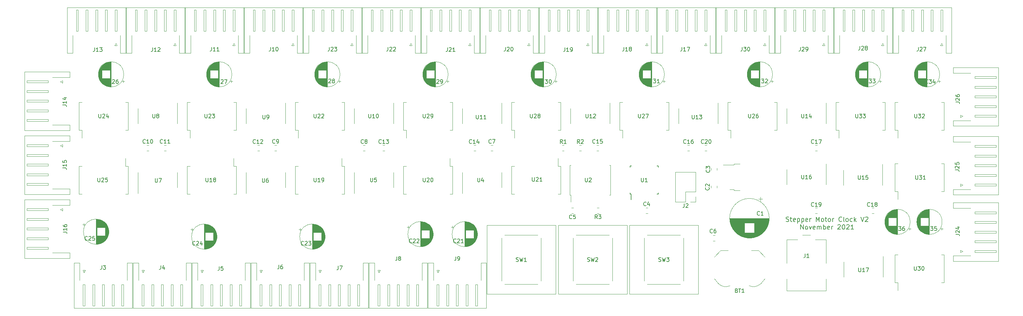
<source format=gbr>
G04 #@! TF.GenerationSoftware,KiCad,Pcbnew,(5.1.10-1-10_14)*
G04 #@! TF.CreationDate,2021-11-16T00:20:27-08:00*
G04 #@! TF.ProjectId,stepper_clock,73746570-7065-4725-9f63-6c6f636b2e6b,rev?*
G04 #@! TF.SameCoordinates,Original*
G04 #@! TF.FileFunction,Legend,Top*
G04 #@! TF.FilePolarity,Positive*
%FSLAX46Y46*%
G04 Gerber Fmt 4.6, Leading zero omitted, Abs format (unit mm)*
G04 Created by KiCad (PCBNEW (5.1.10-1-10_14)) date 2021-11-16 00:20:27*
%MOMM*%
%LPD*%
G01*
G04 APERTURE LIST*
%ADD10C,0.200000*%
%ADD11C,0.120000*%
%ADD12C,0.150000*%
%ADD13C,1.600000*%
%ADD14R,1.600000X1.600000*%
%ADD15R,4.000000X4.000000*%
%ADD16C,3.300000*%
%ADD17C,3.500000*%
%ADD18O,1.950000X1.700000*%
%ADD19O,1.700000X1.950000*%
%ADD20R,2.500000X5.100000*%
%ADD21C,10.200000*%
%ADD22R,1.700000X1.700000*%
%ADD23O,1.700000X1.700000*%
%ADD24C,1.524000*%
%ADD25R,0.550000X1.600000*%
%ADD26R,1.600000X0.550000*%
%ADD27R,2.200000X1.200000*%
%ADD28R,6.400000X5.800000*%
%ADD29R,2.000000X2.000000*%
%ADD30C,2.000000*%
%ADD31C,0.800000*%
%ADD32C,6.400000*%
G04 APERTURE END LIST*
D10*
X200502571Y-55111714D02*
X200674000Y-55168857D01*
X200959714Y-55168857D01*
X201074000Y-55111714D01*
X201131142Y-55054571D01*
X201188285Y-54940285D01*
X201188285Y-54826000D01*
X201131142Y-54711714D01*
X201074000Y-54654571D01*
X200959714Y-54597428D01*
X200731142Y-54540285D01*
X200616857Y-54483142D01*
X200559714Y-54426000D01*
X200502571Y-54311714D01*
X200502571Y-54197428D01*
X200559714Y-54083142D01*
X200616857Y-54026000D01*
X200731142Y-53968857D01*
X201016857Y-53968857D01*
X201188285Y-54026000D01*
X201531142Y-54368857D02*
X201988285Y-54368857D01*
X201702571Y-53968857D02*
X201702571Y-54997428D01*
X201759714Y-55111714D01*
X201874000Y-55168857D01*
X201988285Y-55168857D01*
X202845428Y-55111714D02*
X202731142Y-55168857D01*
X202502571Y-55168857D01*
X202388285Y-55111714D01*
X202331142Y-54997428D01*
X202331142Y-54540285D01*
X202388285Y-54426000D01*
X202502571Y-54368857D01*
X202731142Y-54368857D01*
X202845428Y-54426000D01*
X202902571Y-54540285D01*
X202902571Y-54654571D01*
X202331142Y-54768857D01*
X203416857Y-54368857D02*
X203416857Y-55568857D01*
X203416857Y-54426000D02*
X203531142Y-54368857D01*
X203759714Y-54368857D01*
X203874000Y-54426000D01*
X203931142Y-54483142D01*
X203988285Y-54597428D01*
X203988285Y-54940285D01*
X203931142Y-55054571D01*
X203874000Y-55111714D01*
X203759714Y-55168857D01*
X203531142Y-55168857D01*
X203416857Y-55111714D01*
X204502571Y-54368857D02*
X204502571Y-55568857D01*
X204502571Y-54426000D02*
X204616857Y-54368857D01*
X204845428Y-54368857D01*
X204959714Y-54426000D01*
X205016857Y-54483142D01*
X205074000Y-54597428D01*
X205074000Y-54940285D01*
X205016857Y-55054571D01*
X204959714Y-55111714D01*
X204845428Y-55168857D01*
X204616857Y-55168857D01*
X204502571Y-55111714D01*
X206045428Y-55111714D02*
X205931142Y-55168857D01*
X205702571Y-55168857D01*
X205588285Y-55111714D01*
X205531142Y-54997428D01*
X205531142Y-54540285D01*
X205588285Y-54426000D01*
X205702571Y-54368857D01*
X205931142Y-54368857D01*
X206045428Y-54426000D01*
X206102571Y-54540285D01*
X206102571Y-54654571D01*
X205531142Y-54768857D01*
X206616857Y-55168857D02*
X206616857Y-54368857D01*
X206616857Y-54597428D02*
X206674000Y-54483142D01*
X206731142Y-54426000D01*
X206845428Y-54368857D01*
X206959714Y-54368857D01*
X208274000Y-55168857D02*
X208274000Y-53968857D01*
X208674000Y-54826000D01*
X209074000Y-53968857D01*
X209074000Y-55168857D01*
X209816857Y-55168857D02*
X209702571Y-55111714D01*
X209645428Y-55054571D01*
X209588285Y-54940285D01*
X209588285Y-54597428D01*
X209645428Y-54483142D01*
X209702571Y-54426000D01*
X209816857Y-54368857D01*
X209988285Y-54368857D01*
X210102571Y-54426000D01*
X210159714Y-54483142D01*
X210216857Y-54597428D01*
X210216857Y-54940285D01*
X210159714Y-55054571D01*
X210102571Y-55111714D01*
X209988285Y-55168857D01*
X209816857Y-55168857D01*
X210559714Y-54368857D02*
X211016857Y-54368857D01*
X210731142Y-53968857D02*
X210731142Y-54997428D01*
X210788285Y-55111714D01*
X210902571Y-55168857D01*
X211016857Y-55168857D01*
X211588285Y-55168857D02*
X211474000Y-55111714D01*
X211416857Y-55054571D01*
X211359714Y-54940285D01*
X211359714Y-54597428D01*
X211416857Y-54483142D01*
X211474000Y-54426000D01*
X211588285Y-54368857D01*
X211759714Y-54368857D01*
X211874000Y-54426000D01*
X211931142Y-54483142D01*
X211988285Y-54597428D01*
X211988285Y-54940285D01*
X211931142Y-55054571D01*
X211874000Y-55111714D01*
X211759714Y-55168857D01*
X211588285Y-55168857D01*
X212502571Y-55168857D02*
X212502571Y-54368857D01*
X212502571Y-54597428D02*
X212559714Y-54483142D01*
X212616857Y-54426000D01*
X212731142Y-54368857D01*
X212845428Y-54368857D01*
X214845428Y-55054571D02*
X214788285Y-55111714D01*
X214616857Y-55168857D01*
X214502571Y-55168857D01*
X214331142Y-55111714D01*
X214216857Y-54997428D01*
X214159714Y-54883142D01*
X214102571Y-54654571D01*
X214102571Y-54483142D01*
X214159714Y-54254571D01*
X214216857Y-54140285D01*
X214331142Y-54026000D01*
X214502571Y-53968857D01*
X214616857Y-53968857D01*
X214788285Y-54026000D01*
X214845428Y-54083142D01*
X215531142Y-55168857D02*
X215416857Y-55111714D01*
X215359714Y-54997428D01*
X215359714Y-53968857D01*
X216159714Y-55168857D02*
X216045428Y-55111714D01*
X215988285Y-55054571D01*
X215931142Y-54940285D01*
X215931142Y-54597428D01*
X215988285Y-54483142D01*
X216045428Y-54426000D01*
X216159714Y-54368857D01*
X216331142Y-54368857D01*
X216445428Y-54426000D01*
X216502571Y-54483142D01*
X216559714Y-54597428D01*
X216559714Y-54940285D01*
X216502571Y-55054571D01*
X216445428Y-55111714D01*
X216331142Y-55168857D01*
X216159714Y-55168857D01*
X217588285Y-55111714D02*
X217474000Y-55168857D01*
X217245428Y-55168857D01*
X217131142Y-55111714D01*
X217074000Y-55054571D01*
X217016857Y-54940285D01*
X217016857Y-54597428D01*
X217074000Y-54483142D01*
X217131142Y-54426000D01*
X217245428Y-54368857D01*
X217474000Y-54368857D01*
X217588285Y-54426000D01*
X218102571Y-55168857D02*
X218102571Y-53968857D01*
X218216857Y-54711714D02*
X218559714Y-55168857D01*
X218559714Y-54368857D02*
X218102571Y-54826000D01*
X219816857Y-53968857D02*
X220216857Y-55168857D01*
X220616857Y-53968857D01*
X220959714Y-54083142D02*
X221016857Y-54026000D01*
X221131142Y-53968857D01*
X221416857Y-53968857D01*
X221531142Y-54026000D01*
X221588285Y-54083142D01*
X221645428Y-54197428D01*
X221645428Y-54311714D01*
X221588285Y-54483142D01*
X220902571Y-55168857D01*
X221645428Y-55168857D01*
X204245428Y-57168857D02*
X204245428Y-55968857D01*
X204931142Y-57168857D01*
X204931142Y-55968857D01*
X205674000Y-57168857D02*
X205559714Y-57111714D01*
X205502571Y-57054571D01*
X205445428Y-56940285D01*
X205445428Y-56597428D01*
X205502571Y-56483142D01*
X205559714Y-56426000D01*
X205674000Y-56368857D01*
X205845428Y-56368857D01*
X205959714Y-56426000D01*
X206016857Y-56483142D01*
X206074000Y-56597428D01*
X206074000Y-56940285D01*
X206016857Y-57054571D01*
X205959714Y-57111714D01*
X205845428Y-57168857D01*
X205674000Y-57168857D01*
X206474000Y-56368857D02*
X206759714Y-57168857D01*
X207045428Y-56368857D01*
X207959714Y-57111714D02*
X207845428Y-57168857D01*
X207616857Y-57168857D01*
X207502571Y-57111714D01*
X207445428Y-56997428D01*
X207445428Y-56540285D01*
X207502571Y-56426000D01*
X207616857Y-56368857D01*
X207845428Y-56368857D01*
X207959714Y-56426000D01*
X208016857Y-56540285D01*
X208016857Y-56654571D01*
X207445428Y-56768857D01*
X208531142Y-57168857D02*
X208531142Y-56368857D01*
X208531142Y-56483142D02*
X208588285Y-56426000D01*
X208702571Y-56368857D01*
X208874000Y-56368857D01*
X208988285Y-56426000D01*
X209045428Y-56540285D01*
X209045428Y-57168857D01*
X209045428Y-56540285D02*
X209102571Y-56426000D01*
X209216857Y-56368857D01*
X209388285Y-56368857D01*
X209502571Y-56426000D01*
X209559714Y-56540285D01*
X209559714Y-57168857D01*
X210131142Y-57168857D02*
X210131142Y-55968857D01*
X210131142Y-56426000D02*
X210245428Y-56368857D01*
X210474000Y-56368857D01*
X210588285Y-56426000D01*
X210645428Y-56483142D01*
X210702571Y-56597428D01*
X210702571Y-56940285D01*
X210645428Y-57054571D01*
X210588285Y-57111714D01*
X210474000Y-57168857D01*
X210245428Y-57168857D01*
X210131142Y-57111714D01*
X211674000Y-57111714D02*
X211559714Y-57168857D01*
X211331142Y-57168857D01*
X211216857Y-57111714D01*
X211159714Y-56997428D01*
X211159714Y-56540285D01*
X211216857Y-56426000D01*
X211331142Y-56368857D01*
X211559714Y-56368857D01*
X211674000Y-56426000D01*
X211731142Y-56540285D01*
X211731142Y-56654571D01*
X211159714Y-56768857D01*
X212245428Y-57168857D02*
X212245428Y-56368857D01*
X212245428Y-56597428D02*
X212302571Y-56483142D01*
X212359714Y-56426000D01*
X212474000Y-56368857D01*
X212588285Y-56368857D01*
X213845428Y-56083142D02*
X213902571Y-56026000D01*
X214016857Y-55968857D01*
X214302571Y-55968857D01*
X214416857Y-56026000D01*
X214474000Y-56083142D01*
X214531142Y-56197428D01*
X214531142Y-56311714D01*
X214474000Y-56483142D01*
X213788285Y-57168857D01*
X214531142Y-57168857D01*
X215274000Y-55968857D02*
X215388285Y-55968857D01*
X215502571Y-56026000D01*
X215559714Y-56083142D01*
X215616857Y-56197428D01*
X215674000Y-56426000D01*
X215674000Y-56711714D01*
X215616857Y-56940285D01*
X215559714Y-57054571D01*
X215502571Y-57111714D01*
X215388285Y-57168857D01*
X215274000Y-57168857D01*
X215159714Y-57111714D01*
X215102571Y-57054571D01*
X215045428Y-56940285D01*
X214988285Y-56711714D01*
X214988285Y-56426000D01*
X215045428Y-56197428D01*
X215102571Y-56083142D01*
X215159714Y-56026000D01*
X215274000Y-55968857D01*
X216131142Y-56083142D02*
X216188285Y-56026000D01*
X216302571Y-55968857D01*
X216588285Y-55968857D01*
X216702571Y-56026000D01*
X216759714Y-56083142D01*
X216816857Y-56197428D01*
X216816857Y-56311714D01*
X216759714Y-56483142D01*
X216074000Y-57168857D01*
X216816857Y-57168857D01*
X217959714Y-57168857D02*
X217274000Y-57168857D01*
X217616857Y-57168857D02*
X217616857Y-55968857D01*
X217502571Y-56140285D01*
X217388285Y-56254571D01*
X217274000Y-56311714D01*
D11*
X225532000Y-67564000D02*
X225532000Y-64114000D01*
X225532000Y-67564000D02*
X225532000Y-69514000D01*
X215412000Y-67564000D02*
X215412000Y-65614000D01*
X215412000Y-67564000D02*
X215412000Y-69514000D01*
X240695241Y-57399000D02*
X240695241Y-56769000D01*
X241010241Y-57084000D02*
X240380241Y-57084000D01*
X234269000Y-55647000D02*
X234269000Y-54843000D01*
X234309000Y-55878000D02*
X234309000Y-54612000D01*
X234349000Y-56047000D02*
X234349000Y-54443000D01*
X234389000Y-56185000D02*
X234389000Y-54305000D01*
X234429000Y-56304000D02*
X234429000Y-54186000D01*
X234469000Y-56410000D02*
X234469000Y-54080000D01*
X234509000Y-56507000D02*
X234509000Y-53983000D01*
X234549000Y-56595000D02*
X234549000Y-53895000D01*
X234589000Y-56677000D02*
X234589000Y-53813000D01*
X234629000Y-56754000D02*
X234629000Y-53736000D01*
X234669000Y-56826000D02*
X234669000Y-53664000D01*
X234709000Y-56895000D02*
X234709000Y-53595000D01*
X234749000Y-56959000D02*
X234749000Y-53531000D01*
X234789000Y-57021000D02*
X234789000Y-53469000D01*
X234829000Y-57079000D02*
X234829000Y-53411000D01*
X234869000Y-57135000D02*
X234869000Y-53355000D01*
X234909000Y-57189000D02*
X234909000Y-53301000D01*
X234949000Y-57240000D02*
X234949000Y-53250000D01*
X234989000Y-57289000D02*
X234989000Y-53201000D01*
X235029000Y-57337000D02*
X235029000Y-53153000D01*
X235069000Y-57382000D02*
X235069000Y-53108000D01*
X235109000Y-57427000D02*
X235109000Y-53063000D01*
X235149000Y-57469000D02*
X235149000Y-53021000D01*
X235189000Y-57510000D02*
X235189000Y-52980000D01*
X235229000Y-54205000D02*
X235229000Y-52940000D01*
X235229000Y-57550000D02*
X235229000Y-56285000D01*
X235269000Y-54205000D02*
X235269000Y-52902000D01*
X235269000Y-57588000D02*
X235269000Y-56285000D01*
X235309000Y-54205000D02*
X235309000Y-52865000D01*
X235309000Y-57625000D02*
X235309000Y-56285000D01*
X235349000Y-54205000D02*
X235349000Y-52829000D01*
X235349000Y-57661000D02*
X235349000Y-56285000D01*
X235389000Y-54205000D02*
X235389000Y-52795000D01*
X235389000Y-57695000D02*
X235389000Y-56285000D01*
X235429000Y-54205000D02*
X235429000Y-52761000D01*
X235429000Y-57729000D02*
X235429000Y-56285000D01*
X235469000Y-54205000D02*
X235469000Y-52729000D01*
X235469000Y-57761000D02*
X235469000Y-56285000D01*
X235509000Y-54205000D02*
X235509000Y-52697000D01*
X235509000Y-57793000D02*
X235509000Y-56285000D01*
X235549000Y-54205000D02*
X235549000Y-52667000D01*
X235549000Y-57823000D02*
X235549000Y-56285000D01*
X235589000Y-54205000D02*
X235589000Y-52638000D01*
X235589000Y-57852000D02*
X235589000Y-56285000D01*
X235629000Y-54205000D02*
X235629000Y-52609000D01*
X235629000Y-57881000D02*
X235629000Y-56285000D01*
X235669000Y-54205000D02*
X235669000Y-52581000D01*
X235669000Y-57909000D02*
X235669000Y-56285000D01*
X235709000Y-54205000D02*
X235709000Y-52555000D01*
X235709000Y-57935000D02*
X235709000Y-56285000D01*
X235749000Y-54205000D02*
X235749000Y-52529000D01*
X235749000Y-57961000D02*
X235749000Y-56285000D01*
X235789000Y-54205000D02*
X235789000Y-52503000D01*
X235789000Y-57987000D02*
X235789000Y-56285000D01*
X235829000Y-54205000D02*
X235829000Y-52479000D01*
X235829000Y-58011000D02*
X235829000Y-56285000D01*
X235869000Y-54205000D02*
X235869000Y-52455000D01*
X235869000Y-58035000D02*
X235869000Y-56285000D01*
X235909000Y-54205000D02*
X235909000Y-52433000D01*
X235909000Y-58057000D02*
X235909000Y-56285000D01*
X235949000Y-54205000D02*
X235949000Y-52411000D01*
X235949000Y-58079000D02*
X235949000Y-56285000D01*
X235989000Y-54205000D02*
X235989000Y-52389000D01*
X235989000Y-58101000D02*
X235989000Y-56285000D01*
X236029000Y-54205000D02*
X236029000Y-52369000D01*
X236029000Y-58121000D02*
X236029000Y-56285000D01*
X236069000Y-54205000D02*
X236069000Y-52349000D01*
X236069000Y-58141000D02*
X236069000Y-56285000D01*
X236109000Y-54205000D02*
X236109000Y-52329000D01*
X236109000Y-58161000D02*
X236109000Y-56285000D01*
X236149000Y-54205000D02*
X236149000Y-52311000D01*
X236149000Y-58179000D02*
X236149000Y-56285000D01*
X236189000Y-54205000D02*
X236189000Y-52293000D01*
X236189000Y-58197000D02*
X236189000Y-56285000D01*
X236229000Y-54205000D02*
X236229000Y-52275000D01*
X236229000Y-58215000D02*
X236229000Y-56285000D01*
X236269000Y-54205000D02*
X236269000Y-52259000D01*
X236269000Y-58231000D02*
X236269000Y-56285000D01*
X236309000Y-54205000D02*
X236309000Y-52243000D01*
X236309000Y-58247000D02*
X236309000Y-56285000D01*
X236349000Y-54205000D02*
X236349000Y-52227000D01*
X236349000Y-58263000D02*
X236349000Y-56285000D01*
X236389000Y-54205000D02*
X236389000Y-52212000D01*
X236389000Y-58278000D02*
X236389000Y-56285000D01*
X236429000Y-54205000D02*
X236429000Y-52198000D01*
X236429000Y-58292000D02*
X236429000Y-56285000D01*
X236469000Y-54205000D02*
X236469000Y-52184000D01*
X236469000Y-58306000D02*
X236469000Y-56285000D01*
X236509000Y-54205000D02*
X236509000Y-52171000D01*
X236509000Y-58319000D02*
X236509000Y-56285000D01*
X236549000Y-54205000D02*
X236549000Y-52159000D01*
X236549000Y-58331000D02*
X236549000Y-56285000D01*
X236589000Y-54205000D02*
X236589000Y-52147000D01*
X236589000Y-58343000D02*
X236589000Y-56285000D01*
X236629000Y-54205000D02*
X236629000Y-52135000D01*
X236629000Y-58355000D02*
X236629000Y-56285000D01*
X236669000Y-54205000D02*
X236669000Y-52124000D01*
X236669000Y-58366000D02*
X236669000Y-56285000D01*
X236709000Y-54205000D02*
X236709000Y-52114000D01*
X236709000Y-58376000D02*
X236709000Y-56285000D01*
X236749000Y-54205000D02*
X236749000Y-52104000D01*
X236749000Y-58386000D02*
X236749000Y-56285000D01*
X236789000Y-54205000D02*
X236789000Y-52095000D01*
X236789000Y-58395000D02*
X236789000Y-56285000D01*
X236830000Y-54205000D02*
X236830000Y-52086000D01*
X236830000Y-58404000D02*
X236830000Y-56285000D01*
X236870000Y-54205000D02*
X236870000Y-52078000D01*
X236870000Y-58412000D02*
X236870000Y-56285000D01*
X236910000Y-54205000D02*
X236910000Y-52070000D01*
X236910000Y-58420000D02*
X236910000Y-56285000D01*
X236950000Y-54205000D02*
X236950000Y-52063000D01*
X236950000Y-58427000D02*
X236950000Y-56285000D01*
X236990000Y-54205000D02*
X236990000Y-52056000D01*
X236990000Y-58434000D02*
X236990000Y-56285000D01*
X237030000Y-54205000D02*
X237030000Y-52050000D01*
X237030000Y-58440000D02*
X237030000Y-56285000D01*
X237070000Y-54205000D02*
X237070000Y-52044000D01*
X237070000Y-58446000D02*
X237070000Y-56285000D01*
X237110000Y-54205000D02*
X237110000Y-52039000D01*
X237110000Y-58451000D02*
X237110000Y-56285000D01*
X237150000Y-54205000D02*
X237150000Y-52034000D01*
X237150000Y-58456000D02*
X237150000Y-56285000D01*
X237190000Y-54205000D02*
X237190000Y-52030000D01*
X237190000Y-58460000D02*
X237190000Y-56285000D01*
X237230000Y-54205000D02*
X237230000Y-52027000D01*
X237230000Y-58463000D02*
X237230000Y-56285000D01*
X237270000Y-54205000D02*
X237270000Y-52023000D01*
X237270000Y-58467000D02*
X237270000Y-56285000D01*
X237310000Y-58469000D02*
X237310000Y-52021000D01*
X237350000Y-58472000D02*
X237350000Y-52018000D01*
X237390000Y-58473000D02*
X237390000Y-52017000D01*
X237430000Y-58475000D02*
X237430000Y-52015000D01*
X237470000Y-58475000D02*
X237470000Y-52015000D01*
X237510000Y-58475000D02*
X237510000Y-52015000D01*
X240780000Y-55245000D02*
G75*
G03*
X240780000Y-55245000I-3270000J0D01*
G01*
X30490000Y-27940000D02*
X30490000Y-24330000D01*
X30490000Y-24330000D02*
X29770000Y-24330000D01*
X30490000Y-27940000D02*
X30490000Y-31550000D01*
X30490000Y-31550000D02*
X29770000Y-31550000D01*
X17770000Y-27940000D02*
X17770000Y-24330000D01*
X17770000Y-24330000D02*
X18490000Y-24330000D01*
X17770000Y-27940000D02*
X17770000Y-31550000D01*
X17770000Y-31550000D02*
X18490000Y-31550000D01*
X18490000Y-31550000D02*
X18490000Y-33590000D01*
X33040000Y-27940000D02*
X33040000Y-29890000D01*
X33040000Y-27940000D02*
X33040000Y-25990000D01*
X43160000Y-27940000D02*
X43160000Y-29890000D01*
X43160000Y-27940000D02*
X43160000Y-24490000D01*
X204740000Y-58660000D02*
X206740000Y-58660000D01*
X200630000Y-73070000D02*
X200630000Y-70010000D01*
X210850000Y-73070000D02*
X200630000Y-73070000D01*
X210850000Y-70010000D02*
X210850000Y-73070000D01*
X210850000Y-59850000D02*
X210850000Y-65910000D01*
X208040000Y-59850000D02*
X210850000Y-59850000D01*
X200630000Y-59850000D02*
X203440000Y-59850000D01*
X200630000Y-65910000D02*
X200630000Y-59850000D01*
X245550000Y-27640000D02*
X246150000Y-27940000D01*
X245550000Y-28240000D02*
X245550000Y-27640000D01*
X246150000Y-27940000D02*
X245550000Y-28240000D01*
X249250000Y-17690000D02*
X249250000Y-18190000D01*
X254750000Y-17690000D02*
X249250000Y-17690000D01*
X254750000Y-18190000D02*
X254750000Y-17690000D01*
X249250000Y-18190000D02*
X254750000Y-18190000D01*
X249250000Y-20190000D02*
X249250000Y-20690000D01*
X254750000Y-20190000D02*
X249250000Y-20190000D01*
X254750000Y-20690000D02*
X254750000Y-20190000D01*
X249250000Y-20690000D02*
X254750000Y-20690000D01*
X249250000Y-22690000D02*
X249250000Y-23190000D01*
X254750000Y-22690000D02*
X249250000Y-22690000D01*
X254750000Y-23190000D02*
X254750000Y-22690000D01*
X249250000Y-23190000D02*
X254750000Y-23190000D01*
X249250000Y-25190000D02*
X249250000Y-25690000D01*
X254750000Y-25190000D02*
X249250000Y-25190000D01*
X254750000Y-25690000D02*
X254750000Y-25190000D01*
X249250000Y-25690000D02*
X254750000Y-25690000D01*
X249250000Y-27690000D02*
X249250000Y-28190000D01*
X254750000Y-27690000D02*
X249250000Y-27690000D01*
X254750000Y-28190000D02*
X254750000Y-27690000D01*
X249250000Y-28190000D02*
X254750000Y-28190000D01*
X243640000Y-16800000D02*
X248140000Y-16800000D01*
X243640000Y-15380000D02*
X243640000Y-16800000D01*
X255360000Y-15380000D02*
X243640000Y-15380000D01*
X255360000Y-22940000D02*
X255360000Y-15380000D01*
X243640000Y-29080000D02*
X248140000Y-29080000D01*
X243640000Y-30500000D02*
X243640000Y-29080000D01*
X255360000Y-30500000D02*
X243640000Y-30500000D01*
X255360000Y-22940000D02*
X255360000Y-30500000D01*
X194645000Y-9720000D02*
X194945000Y-9120000D01*
X195245000Y-9720000D02*
X194645000Y-9720000D01*
X194945000Y-9120000D02*
X195245000Y-9720000D01*
X184695000Y-6020000D02*
X185195000Y-6020000D01*
X184695000Y-520000D02*
X184695000Y-6020000D01*
X185195000Y-520000D02*
X184695000Y-520000D01*
X185195000Y-6020000D02*
X185195000Y-520000D01*
X187195000Y-6020000D02*
X187695000Y-6020000D01*
X187195000Y-520000D02*
X187195000Y-6020000D01*
X187695000Y-520000D02*
X187195000Y-520000D01*
X187695000Y-6020000D02*
X187695000Y-520000D01*
X189695000Y-6020000D02*
X190195000Y-6020000D01*
X189695000Y-520000D02*
X189695000Y-6020000D01*
X190195000Y-520000D02*
X189695000Y-520000D01*
X190195000Y-6020000D02*
X190195000Y-520000D01*
X192195000Y-6020000D02*
X192695000Y-6020000D01*
X192195000Y-520000D02*
X192195000Y-6020000D01*
X192695000Y-520000D02*
X192195000Y-520000D01*
X192695000Y-6020000D02*
X192695000Y-520000D01*
X194695000Y-6020000D02*
X195195000Y-6020000D01*
X194695000Y-520000D02*
X194695000Y-6020000D01*
X195195000Y-520000D02*
X194695000Y-520000D01*
X195195000Y-6020000D02*
X195195000Y-520000D01*
X183805000Y-11630000D02*
X183805000Y-7130000D01*
X182385000Y-11630000D02*
X183805000Y-11630000D01*
X182385000Y90000D02*
X182385000Y-11630000D01*
X189945000Y90000D02*
X182385000Y90000D01*
X196085000Y-11630000D02*
X196085000Y-7130000D01*
X197505000Y-11630000D02*
X196085000Y-11630000D01*
X197505000Y90000D02*
X197505000Y-11630000D01*
X189945000Y90000D02*
X197505000Y90000D01*
X113745000Y90000D02*
X121305000Y90000D01*
X121305000Y90000D02*
X121305000Y-11630000D01*
X121305000Y-11630000D02*
X119885000Y-11630000D01*
X119885000Y-11630000D02*
X119885000Y-7130000D01*
X113745000Y90000D02*
X106185000Y90000D01*
X106185000Y90000D02*
X106185000Y-11630000D01*
X106185000Y-11630000D02*
X107605000Y-11630000D01*
X107605000Y-11630000D02*
X107605000Y-7130000D01*
X118995000Y-6020000D02*
X118995000Y-520000D01*
X118995000Y-520000D02*
X118495000Y-520000D01*
X118495000Y-520000D02*
X118495000Y-6020000D01*
X118495000Y-6020000D02*
X118995000Y-6020000D01*
X116495000Y-6020000D02*
X116495000Y-520000D01*
X116495000Y-520000D02*
X115995000Y-520000D01*
X115995000Y-520000D02*
X115995000Y-6020000D01*
X115995000Y-6020000D02*
X116495000Y-6020000D01*
X113995000Y-6020000D02*
X113995000Y-520000D01*
X113995000Y-520000D02*
X113495000Y-520000D01*
X113495000Y-520000D02*
X113495000Y-6020000D01*
X113495000Y-6020000D02*
X113995000Y-6020000D01*
X111495000Y-6020000D02*
X111495000Y-520000D01*
X111495000Y-520000D02*
X110995000Y-520000D01*
X110995000Y-520000D02*
X110995000Y-6020000D01*
X110995000Y-6020000D02*
X111495000Y-6020000D01*
X108995000Y-6020000D02*
X108995000Y-520000D01*
X108995000Y-520000D02*
X108495000Y-520000D01*
X108495000Y-520000D02*
X108495000Y-6020000D01*
X108495000Y-6020000D02*
X108995000Y-6020000D01*
X118745000Y-9120000D02*
X119045000Y-9720000D01*
X119045000Y-9720000D02*
X118445000Y-9720000D01*
X118445000Y-9720000D02*
X118745000Y-9120000D01*
X57485000Y-9720000D02*
X57785000Y-9120000D01*
X58085000Y-9720000D02*
X57485000Y-9720000D01*
X57785000Y-9120000D02*
X58085000Y-9720000D01*
X47535000Y-6020000D02*
X48035000Y-6020000D01*
X47535000Y-520000D02*
X47535000Y-6020000D01*
X48035000Y-520000D02*
X47535000Y-520000D01*
X48035000Y-6020000D02*
X48035000Y-520000D01*
X50035000Y-6020000D02*
X50535000Y-6020000D01*
X50035000Y-520000D02*
X50035000Y-6020000D01*
X50535000Y-520000D02*
X50035000Y-520000D01*
X50535000Y-6020000D02*
X50535000Y-520000D01*
X52535000Y-6020000D02*
X53035000Y-6020000D01*
X52535000Y-520000D02*
X52535000Y-6020000D01*
X53035000Y-520000D02*
X52535000Y-520000D01*
X53035000Y-6020000D02*
X53035000Y-520000D01*
X55035000Y-6020000D02*
X55535000Y-6020000D01*
X55035000Y-520000D02*
X55035000Y-6020000D01*
X55535000Y-520000D02*
X55035000Y-520000D01*
X55535000Y-6020000D02*
X55535000Y-520000D01*
X57535000Y-6020000D02*
X58035000Y-6020000D01*
X57535000Y-520000D02*
X57535000Y-6020000D01*
X58035000Y-520000D02*
X57535000Y-520000D01*
X58035000Y-6020000D02*
X58035000Y-520000D01*
X46645000Y-11630000D02*
X46645000Y-7130000D01*
X45225000Y-11630000D02*
X46645000Y-11630000D01*
X45225000Y90000D02*
X45225000Y-11630000D01*
X52785000Y90000D02*
X45225000Y90000D01*
X58925000Y-11630000D02*
X58925000Y-7130000D01*
X60345000Y-11630000D02*
X58925000Y-11630000D01*
X60345000Y90000D02*
X60345000Y-11630000D01*
X52785000Y90000D02*
X60345000Y90000D01*
X229310000Y-47425000D02*
X229310000Y-49465000D01*
X228590000Y-47425000D02*
X229310000Y-47425000D01*
X228590000Y-43815000D02*
X228590000Y-47425000D01*
X228590000Y-40205000D02*
X229310000Y-40205000D01*
X228590000Y-43815000D02*
X228590000Y-40205000D01*
X241310000Y-47425000D02*
X240590000Y-47425000D01*
X241310000Y-43815000D02*
X241310000Y-47425000D01*
X241310000Y-40205000D02*
X240590000Y-40205000D01*
X241310000Y-43815000D02*
X241310000Y-40205000D01*
X181918000Y-64306000D02*
X183568000Y-62656000D01*
X193368000Y-62656000D02*
X195018000Y-64306000D01*
X193368000Y-62656000D02*
X191468000Y-62656000D01*
X183568000Y-62656000D02*
X185468000Y-62656000D01*
X181918000Y-69906000D02*
X183068000Y-71256000D01*
X195018000Y-69906000D02*
X193868000Y-71256000D01*
X190969694Y-71752458D02*
G75*
G03*
X193868000Y-71256000I1098306J2296458D01*
G01*
X185963902Y-71753607D02*
G75*
G02*
X183068000Y-71256000I-1095902J2297607D01*
G01*
X182599000Y-46489252D02*
X182599000Y-45966748D01*
X181129000Y-46489252D02*
X181129000Y-45966748D01*
X181129000Y-41394748D02*
X181129000Y-41917252D01*
X182599000Y-41394748D02*
X182599000Y-41917252D01*
X164203748Y-53059000D02*
X164726252Y-53059000D01*
X164203748Y-51589000D02*
X164726252Y-51589000D01*
X145549252Y-53059000D02*
X145026748Y-53059000D01*
X145549252Y-51589000D02*
X145026748Y-51589000D01*
X182125252Y-60171000D02*
X181602748Y-60171000D01*
X182125252Y-58701000D02*
X181602748Y-58701000D01*
X124198748Y-36930000D02*
X124721252Y-36930000D01*
X124198748Y-35460000D02*
X124721252Y-35460000D01*
X91701252Y-35460000D02*
X91178748Y-35460000D01*
X91701252Y-36930000D02*
X91178748Y-36930000D01*
X68318748Y-35460000D02*
X68841252Y-35460000D01*
X68318748Y-36930000D02*
X68841252Y-36930000D01*
X35298748Y-35460000D02*
X35821252Y-35460000D01*
X35298748Y-36930000D02*
X35821252Y-36930000D01*
X39743748Y-35460000D02*
X40266252Y-35460000D01*
X39743748Y-36930000D02*
X40266252Y-36930000D01*
X64396252Y-36930000D02*
X63873748Y-36930000D01*
X64396252Y-35460000D02*
X63873748Y-35460000D01*
X96258748Y-35460000D02*
X96781252Y-35460000D01*
X96258748Y-36930000D02*
X96781252Y-36930000D01*
X120276252Y-35460000D02*
X119753748Y-35460000D01*
X120276252Y-36930000D02*
X119753748Y-36930000D01*
X151503748Y-36930000D02*
X152026252Y-36930000D01*
X151503748Y-35460000D02*
X152026252Y-35460000D01*
X175521252Y-35460000D02*
X174998748Y-35460000D01*
X175521252Y-36930000D02*
X174998748Y-36930000D01*
X208018748Y-36930000D02*
X208541252Y-36930000D01*
X208018748Y-35460000D02*
X208541252Y-35460000D01*
X223146252Y-53059000D02*
X222623748Y-53059000D01*
X223146252Y-51589000D02*
X222623748Y-51589000D01*
X208018748Y-51589000D02*
X208541252Y-51589000D01*
X208018748Y-53059000D02*
X208541252Y-53059000D01*
X179443748Y-35460000D02*
X179966252Y-35460000D01*
X179443748Y-36930000D02*
X179966252Y-36930000D01*
X177098000Y-50098000D02*
X175768000Y-50098000D01*
X177098000Y-48768000D02*
X177098000Y-50098000D01*
X174498000Y-50098000D02*
X171898000Y-50098000D01*
X174498000Y-47498000D02*
X174498000Y-50098000D01*
X177098000Y-47498000D02*
X174498000Y-47498000D01*
X171898000Y-50098000D02*
X171898000Y-42358000D01*
X177098000Y-47498000D02*
X177098000Y-42358000D01*
X177098000Y-42358000D02*
X171898000Y-42358000D01*
X142647936Y-35460000D02*
X143102064Y-35460000D01*
X142647936Y-36930000D02*
X143102064Y-36930000D01*
X147092936Y-36930000D02*
X147547064Y-36930000D01*
X147092936Y-35460000D02*
X147547064Y-35460000D01*
X152119064Y-51589000D02*
X151664936Y-51589000D01*
X152119064Y-53059000D02*
X151664936Y-53059000D01*
X145415000Y-58674000D02*
X155575000Y-58674000D01*
X155575000Y-58674000D02*
X155575000Y-71374000D01*
X155575000Y-71374000D02*
X145415000Y-71374000D01*
X145415000Y-58674000D02*
X145415000Y-71374000D01*
X141605000Y-56134000D02*
X159385000Y-56134000D01*
X159385000Y-56134000D02*
X159385000Y-73914000D01*
X159385000Y-73914000D02*
X141605000Y-73914000D01*
X141605000Y-73914000D02*
X141605000Y-56134000D01*
X160020000Y-73914000D02*
X160020000Y-56134000D01*
X177800000Y-73914000D02*
X160020000Y-73914000D01*
X177800000Y-56134000D02*
X177800000Y-73914000D01*
X160020000Y-56134000D02*
X177800000Y-56134000D01*
X163830000Y-58674000D02*
X163830000Y-71374000D01*
X173990000Y-71374000D02*
X163830000Y-71374000D01*
X173990000Y-58674000D02*
X173990000Y-71374000D01*
X163830000Y-58674000D02*
X173990000Y-58674000D01*
D12*
X160430000Y-48075000D02*
X160430000Y-49500000D01*
X160205000Y-40825000D02*
X160205000Y-41150000D01*
X167455000Y-40825000D02*
X167455000Y-41150000D01*
X167455000Y-48075000D02*
X167455000Y-47750000D01*
X160205000Y-48075000D02*
X160205000Y-47750000D01*
X167455000Y-48075000D02*
X167130000Y-48075000D01*
X167455000Y-40825000D02*
X167130000Y-40825000D01*
X160205000Y-40825000D02*
X160530000Y-40825000D01*
X160205000Y-48075000D02*
X160430000Y-48075000D01*
D11*
X155120000Y-44450000D02*
X155120000Y-40590000D01*
X155120000Y-40590000D02*
X154865000Y-40590000D01*
X155120000Y-44450000D02*
X155120000Y-48310000D01*
X155120000Y-48310000D02*
X154865000Y-48310000D01*
X144600000Y-44450000D02*
X144600000Y-40590000D01*
X144600000Y-40590000D02*
X144855000Y-40590000D01*
X144600000Y-44450000D02*
X144600000Y-48310000D01*
X144600000Y-48310000D02*
X144855000Y-48310000D01*
X144855000Y-48310000D02*
X144855000Y-50125000D01*
X187014000Y-46868000D02*
X185914000Y-46868000D01*
X187014000Y-47138000D02*
X187014000Y-46868000D01*
X188514000Y-47138000D02*
X187014000Y-47138000D01*
X187014000Y-40508000D02*
X184184000Y-40508000D01*
X187014000Y-40238000D02*
X187014000Y-40508000D01*
X188514000Y-40238000D02*
X187014000Y-40238000D01*
X57710000Y-40840000D02*
X57710000Y-38800000D01*
X58430000Y-40840000D02*
X57710000Y-40840000D01*
X58430000Y-44450000D02*
X58430000Y-40840000D01*
X58430000Y-48060000D02*
X57710000Y-48060000D01*
X58430000Y-44450000D02*
X58430000Y-48060000D01*
X45710000Y-40840000D02*
X46430000Y-40840000D01*
X45710000Y-44450000D02*
X45710000Y-40840000D01*
X45710000Y-48060000D02*
X46430000Y-48060000D01*
X45710000Y-44450000D02*
X45710000Y-48060000D01*
X73650000Y-44450000D02*
X73650000Y-48060000D01*
X73650000Y-48060000D02*
X74370000Y-48060000D01*
X73650000Y-44450000D02*
X73650000Y-40840000D01*
X73650000Y-40840000D02*
X74370000Y-40840000D01*
X86370000Y-44450000D02*
X86370000Y-48060000D01*
X86370000Y-48060000D02*
X85650000Y-48060000D01*
X86370000Y-44450000D02*
X86370000Y-40840000D01*
X86370000Y-40840000D02*
X85650000Y-40840000D01*
X85650000Y-40840000D02*
X85650000Y-38800000D01*
X101590000Y-44450000D02*
X101590000Y-48060000D01*
X101590000Y-48060000D02*
X102310000Y-48060000D01*
X101590000Y-44450000D02*
X101590000Y-40840000D01*
X101590000Y-40840000D02*
X102310000Y-40840000D01*
X114310000Y-44450000D02*
X114310000Y-48060000D01*
X114310000Y-48060000D02*
X113590000Y-48060000D01*
X114310000Y-44450000D02*
X114310000Y-40840000D01*
X114310000Y-40840000D02*
X113590000Y-40840000D01*
X113590000Y-40840000D02*
X113590000Y-38800000D01*
X129530000Y-44450000D02*
X129530000Y-48060000D01*
X129530000Y-48060000D02*
X130250000Y-48060000D01*
X129530000Y-44450000D02*
X129530000Y-40840000D01*
X129530000Y-40840000D02*
X130250000Y-40840000D01*
X142250000Y-44450000D02*
X142250000Y-48060000D01*
X142250000Y-48060000D02*
X141530000Y-48060000D01*
X142250000Y-44450000D02*
X142250000Y-40840000D01*
X142250000Y-40840000D02*
X141530000Y-40840000D01*
X141530000Y-40840000D02*
X141530000Y-38800000D01*
X86370000Y-27940000D02*
X86370000Y-24330000D01*
X86370000Y-24330000D02*
X85650000Y-24330000D01*
X86370000Y-27940000D02*
X86370000Y-31550000D01*
X86370000Y-31550000D02*
X85650000Y-31550000D01*
X73650000Y-27940000D02*
X73650000Y-24330000D01*
X73650000Y-24330000D02*
X74370000Y-24330000D01*
X73650000Y-27940000D02*
X73650000Y-31550000D01*
X73650000Y-31550000D02*
X74370000Y-31550000D01*
X74370000Y-31550000D02*
X74370000Y-33590000D01*
X46430000Y-31550000D02*
X46430000Y-33590000D01*
X45710000Y-31550000D02*
X46430000Y-31550000D01*
X45710000Y-27940000D02*
X45710000Y-31550000D01*
X45710000Y-24330000D02*
X46430000Y-24330000D01*
X45710000Y-27940000D02*
X45710000Y-24330000D01*
X58430000Y-31550000D02*
X57710000Y-31550000D01*
X58430000Y-27940000D02*
X58430000Y-31550000D01*
X58430000Y-24330000D02*
X57710000Y-24330000D01*
X58430000Y-27940000D02*
X58430000Y-24330000D01*
X29770000Y-40840000D02*
X29770000Y-38800000D01*
X30490000Y-40840000D02*
X29770000Y-40840000D01*
X30490000Y-44450000D02*
X30490000Y-40840000D01*
X30490000Y-48060000D02*
X29770000Y-48060000D01*
X30490000Y-44450000D02*
X30490000Y-48060000D01*
X17770000Y-40840000D02*
X18490000Y-40840000D01*
X17770000Y-44450000D02*
X17770000Y-40840000D01*
X17770000Y-48060000D02*
X18490000Y-48060000D01*
X17770000Y-44450000D02*
X17770000Y-48060000D01*
X186130000Y-31550000D02*
X186130000Y-33590000D01*
X185410000Y-31550000D02*
X186130000Y-31550000D01*
X185410000Y-27940000D02*
X185410000Y-31550000D01*
X185410000Y-24330000D02*
X186130000Y-24330000D01*
X185410000Y-27940000D02*
X185410000Y-24330000D01*
X198130000Y-31550000D02*
X197410000Y-31550000D01*
X198130000Y-27940000D02*
X198130000Y-31550000D01*
X198130000Y-24330000D02*
X197410000Y-24330000D01*
X198130000Y-27940000D02*
X198130000Y-24330000D01*
X170190000Y-27940000D02*
X170190000Y-24330000D01*
X170190000Y-24330000D02*
X169470000Y-24330000D01*
X170190000Y-27940000D02*
X170190000Y-31550000D01*
X170190000Y-31550000D02*
X169470000Y-31550000D01*
X157470000Y-27940000D02*
X157470000Y-24330000D01*
X157470000Y-24330000D02*
X158190000Y-24330000D01*
X157470000Y-27940000D02*
X157470000Y-31550000D01*
X157470000Y-31550000D02*
X158190000Y-31550000D01*
X158190000Y-31550000D02*
X158190000Y-33590000D01*
X142250000Y-27940000D02*
X142250000Y-24330000D01*
X142250000Y-24330000D02*
X141530000Y-24330000D01*
X142250000Y-27940000D02*
X142250000Y-31550000D01*
X142250000Y-31550000D02*
X141530000Y-31550000D01*
X129530000Y-27940000D02*
X129530000Y-24330000D01*
X129530000Y-24330000D02*
X130250000Y-24330000D01*
X129530000Y-27940000D02*
X129530000Y-31550000D01*
X129530000Y-31550000D02*
X130250000Y-31550000D01*
X130250000Y-31550000D02*
X130250000Y-33590000D01*
X102310000Y-31550000D02*
X102310000Y-33590000D01*
X101590000Y-31550000D02*
X102310000Y-31550000D01*
X101590000Y-27940000D02*
X101590000Y-31550000D01*
X101590000Y-24330000D02*
X102310000Y-24330000D01*
X101590000Y-27940000D02*
X101590000Y-24330000D01*
X114310000Y-31550000D02*
X113590000Y-31550000D01*
X114310000Y-27940000D02*
X114310000Y-31550000D01*
X114310000Y-24330000D02*
X113590000Y-24330000D01*
X114310000Y-27940000D02*
X114310000Y-24330000D01*
X229310000Y-70920000D02*
X229310000Y-72960000D01*
X228590000Y-70920000D02*
X229310000Y-70920000D01*
X228590000Y-67310000D02*
X228590000Y-70920000D01*
X228590000Y-63700000D02*
X229310000Y-63700000D01*
X228590000Y-67310000D02*
X228590000Y-63700000D01*
X241310000Y-70920000D02*
X240590000Y-70920000D01*
X241310000Y-67310000D02*
X241310000Y-70920000D01*
X241310000Y-63700000D02*
X240590000Y-63700000D01*
X241310000Y-67310000D02*
X241310000Y-63700000D01*
X241310000Y-27940000D02*
X241310000Y-24330000D01*
X241310000Y-24330000D02*
X240590000Y-24330000D01*
X241310000Y-27940000D02*
X241310000Y-31550000D01*
X241310000Y-31550000D02*
X240590000Y-31550000D01*
X228590000Y-27940000D02*
X228590000Y-24330000D01*
X228590000Y-24330000D02*
X229310000Y-24330000D01*
X228590000Y-27940000D02*
X228590000Y-31550000D01*
X228590000Y-31550000D02*
X229310000Y-31550000D01*
X229310000Y-31550000D02*
X229310000Y-33590000D01*
X214070000Y-31550000D02*
X214070000Y-33590000D01*
X213350000Y-31550000D02*
X214070000Y-31550000D01*
X213350000Y-27940000D02*
X213350000Y-31550000D01*
X213350000Y-24330000D02*
X214070000Y-24330000D01*
X213350000Y-27940000D02*
X213350000Y-24330000D01*
X226070000Y-31550000D02*
X225350000Y-31550000D01*
X226070000Y-27940000D02*
X226070000Y-31550000D01*
X226070000Y-24330000D02*
X225350000Y-24330000D01*
X226070000Y-27940000D02*
X226070000Y-24330000D01*
X127000000Y-58674000D02*
X137160000Y-58674000D01*
X137160000Y-58674000D02*
X137160000Y-71374000D01*
X137160000Y-71374000D02*
X127000000Y-71374000D01*
X127000000Y-58674000D02*
X127000000Y-71374000D01*
X123190000Y-56134000D02*
X140970000Y-56134000D01*
X140970000Y-56134000D02*
X140970000Y-73914000D01*
X140970000Y-73914000D02*
X123190000Y-73914000D01*
X123190000Y-73914000D02*
X123190000Y-56134000D01*
X120725000Y-58420000D02*
G75*
G03*
X120725000Y-58420000I-3270000J0D01*
G01*
X117455000Y-55190000D02*
X117455000Y-61650000D01*
X117495000Y-55190000D02*
X117495000Y-61650000D01*
X117535000Y-55190000D02*
X117535000Y-61650000D01*
X117575000Y-55192000D02*
X117575000Y-61648000D01*
X117615000Y-55193000D02*
X117615000Y-61647000D01*
X117655000Y-55196000D02*
X117655000Y-61644000D01*
X117695000Y-55198000D02*
X117695000Y-57380000D01*
X117695000Y-59460000D02*
X117695000Y-61642000D01*
X117735000Y-55202000D02*
X117735000Y-57380000D01*
X117735000Y-59460000D02*
X117735000Y-61638000D01*
X117775000Y-55205000D02*
X117775000Y-57380000D01*
X117775000Y-59460000D02*
X117775000Y-61635000D01*
X117815000Y-55209000D02*
X117815000Y-57380000D01*
X117815000Y-59460000D02*
X117815000Y-61631000D01*
X117855000Y-55214000D02*
X117855000Y-57380000D01*
X117855000Y-59460000D02*
X117855000Y-61626000D01*
X117895000Y-55219000D02*
X117895000Y-57380000D01*
X117895000Y-59460000D02*
X117895000Y-61621000D01*
X117935000Y-55225000D02*
X117935000Y-57380000D01*
X117935000Y-59460000D02*
X117935000Y-61615000D01*
X117975000Y-55231000D02*
X117975000Y-57380000D01*
X117975000Y-59460000D02*
X117975000Y-61609000D01*
X118015000Y-55238000D02*
X118015000Y-57380000D01*
X118015000Y-59460000D02*
X118015000Y-61602000D01*
X118055000Y-55245000D02*
X118055000Y-57380000D01*
X118055000Y-59460000D02*
X118055000Y-61595000D01*
X118095000Y-55253000D02*
X118095000Y-57380000D01*
X118095000Y-59460000D02*
X118095000Y-61587000D01*
X118135000Y-55261000D02*
X118135000Y-57380000D01*
X118135000Y-59460000D02*
X118135000Y-61579000D01*
X118176000Y-55270000D02*
X118176000Y-57380000D01*
X118176000Y-59460000D02*
X118176000Y-61570000D01*
X118216000Y-55279000D02*
X118216000Y-57380000D01*
X118216000Y-59460000D02*
X118216000Y-61561000D01*
X118256000Y-55289000D02*
X118256000Y-57380000D01*
X118256000Y-59460000D02*
X118256000Y-61551000D01*
X118296000Y-55299000D02*
X118296000Y-57380000D01*
X118296000Y-59460000D02*
X118296000Y-61541000D01*
X118336000Y-55310000D02*
X118336000Y-57380000D01*
X118336000Y-59460000D02*
X118336000Y-61530000D01*
X118376000Y-55322000D02*
X118376000Y-57380000D01*
X118376000Y-59460000D02*
X118376000Y-61518000D01*
X118416000Y-55334000D02*
X118416000Y-57380000D01*
X118416000Y-59460000D02*
X118416000Y-61506000D01*
X118456000Y-55346000D02*
X118456000Y-57380000D01*
X118456000Y-59460000D02*
X118456000Y-61494000D01*
X118496000Y-55359000D02*
X118496000Y-57380000D01*
X118496000Y-59460000D02*
X118496000Y-61481000D01*
X118536000Y-55373000D02*
X118536000Y-57380000D01*
X118536000Y-59460000D02*
X118536000Y-61467000D01*
X118576000Y-55387000D02*
X118576000Y-57380000D01*
X118576000Y-59460000D02*
X118576000Y-61453000D01*
X118616000Y-55402000D02*
X118616000Y-57380000D01*
X118616000Y-59460000D02*
X118616000Y-61438000D01*
X118656000Y-55418000D02*
X118656000Y-57380000D01*
X118656000Y-59460000D02*
X118656000Y-61422000D01*
X118696000Y-55434000D02*
X118696000Y-57380000D01*
X118696000Y-59460000D02*
X118696000Y-61406000D01*
X118736000Y-55450000D02*
X118736000Y-57380000D01*
X118736000Y-59460000D02*
X118736000Y-61390000D01*
X118776000Y-55468000D02*
X118776000Y-57380000D01*
X118776000Y-59460000D02*
X118776000Y-61372000D01*
X118816000Y-55486000D02*
X118816000Y-57380000D01*
X118816000Y-59460000D02*
X118816000Y-61354000D01*
X118856000Y-55504000D02*
X118856000Y-57380000D01*
X118856000Y-59460000D02*
X118856000Y-61336000D01*
X118896000Y-55524000D02*
X118896000Y-57380000D01*
X118896000Y-59460000D02*
X118896000Y-61316000D01*
X118936000Y-55544000D02*
X118936000Y-57380000D01*
X118936000Y-59460000D02*
X118936000Y-61296000D01*
X118976000Y-55564000D02*
X118976000Y-57380000D01*
X118976000Y-59460000D02*
X118976000Y-61276000D01*
X119016000Y-55586000D02*
X119016000Y-57380000D01*
X119016000Y-59460000D02*
X119016000Y-61254000D01*
X119056000Y-55608000D02*
X119056000Y-57380000D01*
X119056000Y-59460000D02*
X119056000Y-61232000D01*
X119096000Y-55630000D02*
X119096000Y-57380000D01*
X119096000Y-59460000D02*
X119096000Y-61210000D01*
X119136000Y-55654000D02*
X119136000Y-57380000D01*
X119136000Y-59460000D02*
X119136000Y-61186000D01*
X119176000Y-55678000D02*
X119176000Y-57380000D01*
X119176000Y-59460000D02*
X119176000Y-61162000D01*
X119216000Y-55704000D02*
X119216000Y-57380000D01*
X119216000Y-59460000D02*
X119216000Y-61136000D01*
X119256000Y-55730000D02*
X119256000Y-57380000D01*
X119256000Y-59460000D02*
X119256000Y-61110000D01*
X119296000Y-55756000D02*
X119296000Y-57380000D01*
X119296000Y-59460000D02*
X119296000Y-61084000D01*
X119336000Y-55784000D02*
X119336000Y-57380000D01*
X119336000Y-59460000D02*
X119336000Y-61056000D01*
X119376000Y-55813000D02*
X119376000Y-57380000D01*
X119376000Y-59460000D02*
X119376000Y-61027000D01*
X119416000Y-55842000D02*
X119416000Y-57380000D01*
X119416000Y-59460000D02*
X119416000Y-60998000D01*
X119456000Y-55872000D02*
X119456000Y-57380000D01*
X119456000Y-59460000D02*
X119456000Y-60968000D01*
X119496000Y-55904000D02*
X119496000Y-57380000D01*
X119496000Y-59460000D02*
X119496000Y-60936000D01*
X119536000Y-55936000D02*
X119536000Y-57380000D01*
X119536000Y-59460000D02*
X119536000Y-60904000D01*
X119576000Y-55970000D02*
X119576000Y-57380000D01*
X119576000Y-59460000D02*
X119576000Y-60870000D01*
X119616000Y-56004000D02*
X119616000Y-57380000D01*
X119616000Y-59460000D02*
X119616000Y-60836000D01*
X119656000Y-56040000D02*
X119656000Y-57380000D01*
X119656000Y-59460000D02*
X119656000Y-60800000D01*
X119696000Y-56077000D02*
X119696000Y-57380000D01*
X119696000Y-59460000D02*
X119696000Y-60763000D01*
X119736000Y-56115000D02*
X119736000Y-57380000D01*
X119736000Y-59460000D02*
X119736000Y-60725000D01*
X119776000Y-56155000D02*
X119776000Y-60685000D01*
X119816000Y-56196000D02*
X119816000Y-60644000D01*
X119856000Y-56238000D02*
X119856000Y-60602000D01*
X119896000Y-56283000D02*
X119896000Y-60557000D01*
X119936000Y-56328000D02*
X119936000Y-60512000D01*
X119976000Y-56376000D02*
X119976000Y-60464000D01*
X120016000Y-56425000D02*
X120016000Y-60415000D01*
X120056000Y-56476000D02*
X120056000Y-60364000D01*
X120096000Y-56530000D02*
X120096000Y-60310000D01*
X120136000Y-56586000D02*
X120136000Y-60254000D01*
X120176000Y-56644000D02*
X120176000Y-60196000D01*
X120216000Y-56706000D02*
X120216000Y-60134000D01*
X120256000Y-56770000D02*
X120256000Y-60070000D01*
X120296000Y-56839000D02*
X120296000Y-60001000D01*
X120336000Y-56911000D02*
X120336000Y-59929000D01*
X120376000Y-56988000D02*
X120376000Y-59852000D01*
X120416000Y-57070000D02*
X120416000Y-59770000D01*
X120456000Y-57158000D02*
X120456000Y-59682000D01*
X120496000Y-57255000D02*
X120496000Y-59585000D01*
X120536000Y-57361000D02*
X120536000Y-59479000D01*
X120576000Y-57480000D02*
X120576000Y-59360000D01*
X120616000Y-57618000D02*
X120616000Y-59222000D01*
X120656000Y-57787000D02*
X120656000Y-59053000D01*
X120696000Y-58018000D02*
X120696000Y-58822000D01*
X113954759Y-56581000D02*
X114584759Y-56581000D01*
X114269759Y-56266000D02*
X114269759Y-56896000D01*
X102839759Y-56266000D02*
X102839759Y-56896000D01*
X102524759Y-56581000D02*
X103154759Y-56581000D01*
X109266000Y-58018000D02*
X109266000Y-58822000D01*
X109226000Y-57787000D02*
X109226000Y-59053000D01*
X109186000Y-57618000D02*
X109186000Y-59222000D01*
X109146000Y-57480000D02*
X109146000Y-59360000D01*
X109106000Y-57361000D02*
X109106000Y-59479000D01*
X109066000Y-57255000D02*
X109066000Y-59585000D01*
X109026000Y-57158000D02*
X109026000Y-59682000D01*
X108986000Y-57070000D02*
X108986000Y-59770000D01*
X108946000Y-56988000D02*
X108946000Y-59852000D01*
X108906000Y-56911000D02*
X108906000Y-59929000D01*
X108866000Y-56839000D02*
X108866000Y-60001000D01*
X108826000Y-56770000D02*
X108826000Y-60070000D01*
X108786000Y-56706000D02*
X108786000Y-60134000D01*
X108746000Y-56644000D02*
X108746000Y-60196000D01*
X108706000Y-56586000D02*
X108706000Y-60254000D01*
X108666000Y-56530000D02*
X108666000Y-60310000D01*
X108626000Y-56476000D02*
X108626000Y-60364000D01*
X108586000Y-56425000D02*
X108586000Y-60415000D01*
X108546000Y-56376000D02*
X108546000Y-60464000D01*
X108506000Y-56328000D02*
X108506000Y-60512000D01*
X108466000Y-56283000D02*
X108466000Y-60557000D01*
X108426000Y-56238000D02*
X108426000Y-60602000D01*
X108386000Y-56196000D02*
X108386000Y-60644000D01*
X108346000Y-56155000D02*
X108346000Y-60685000D01*
X108306000Y-59460000D02*
X108306000Y-60725000D01*
X108306000Y-56115000D02*
X108306000Y-57380000D01*
X108266000Y-59460000D02*
X108266000Y-60763000D01*
X108266000Y-56077000D02*
X108266000Y-57380000D01*
X108226000Y-59460000D02*
X108226000Y-60800000D01*
X108226000Y-56040000D02*
X108226000Y-57380000D01*
X108186000Y-59460000D02*
X108186000Y-60836000D01*
X108186000Y-56004000D02*
X108186000Y-57380000D01*
X108146000Y-59460000D02*
X108146000Y-60870000D01*
X108146000Y-55970000D02*
X108146000Y-57380000D01*
X108106000Y-59460000D02*
X108106000Y-60904000D01*
X108106000Y-55936000D02*
X108106000Y-57380000D01*
X108066000Y-59460000D02*
X108066000Y-60936000D01*
X108066000Y-55904000D02*
X108066000Y-57380000D01*
X108026000Y-59460000D02*
X108026000Y-60968000D01*
X108026000Y-55872000D02*
X108026000Y-57380000D01*
X107986000Y-59460000D02*
X107986000Y-60998000D01*
X107986000Y-55842000D02*
X107986000Y-57380000D01*
X107946000Y-59460000D02*
X107946000Y-61027000D01*
X107946000Y-55813000D02*
X107946000Y-57380000D01*
X107906000Y-59460000D02*
X107906000Y-61056000D01*
X107906000Y-55784000D02*
X107906000Y-57380000D01*
X107866000Y-59460000D02*
X107866000Y-61084000D01*
X107866000Y-55756000D02*
X107866000Y-57380000D01*
X107826000Y-59460000D02*
X107826000Y-61110000D01*
X107826000Y-55730000D02*
X107826000Y-57380000D01*
X107786000Y-59460000D02*
X107786000Y-61136000D01*
X107786000Y-55704000D02*
X107786000Y-57380000D01*
X107746000Y-59460000D02*
X107746000Y-61162000D01*
X107746000Y-55678000D02*
X107746000Y-57380000D01*
X107706000Y-59460000D02*
X107706000Y-61186000D01*
X107706000Y-55654000D02*
X107706000Y-57380000D01*
X107666000Y-59460000D02*
X107666000Y-61210000D01*
X107666000Y-55630000D02*
X107666000Y-57380000D01*
X107626000Y-59460000D02*
X107626000Y-61232000D01*
X107626000Y-55608000D02*
X107626000Y-57380000D01*
X107586000Y-59460000D02*
X107586000Y-61254000D01*
X107586000Y-55586000D02*
X107586000Y-57380000D01*
X107546000Y-59460000D02*
X107546000Y-61276000D01*
X107546000Y-55564000D02*
X107546000Y-57380000D01*
X107506000Y-59460000D02*
X107506000Y-61296000D01*
X107506000Y-55544000D02*
X107506000Y-57380000D01*
X107466000Y-59460000D02*
X107466000Y-61316000D01*
X107466000Y-55524000D02*
X107466000Y-57380000D01*
X107426000Y-59460000D02*
X107426000Y-61336000D01*
X107426000Y-55504000D02*
X107426000Y-57380000D01*
X107386000Y-59460000D02*
X107386000Y-61354000D01*
X107386000Y-55486000D02*
X107386000Y-57380000D01*
X107346000Y-59460000D02*
X107346000Y-61372000D01*
X107346000Y-55468000D02*
X107346000Y-57380000D01*
X107306000Y-59460000D02*
X107306000Y-61390000D01*
X107306000Y-55450000D02*
X107306000Y-57380000D01*
X107266000Y-59460000D02*
X107266000Y-61406000D01*
X107266000Y-55434000D02*
X107266000Y-57380000D01*
X107226000Y-59460000D02*
X107226000Y-61422000D01*
X107226000Y-55418000D02*
X107226000Y-57380000D01*
X107186000Y-59460000D02*
X107186000Y-61438000D01*
X107186000Y-55402000D02*
X107186000Y-57380000D01*
X107146000Y-59460000D02*
X107146000Y-61453000D01*
X107146000Y-55387000D02*
X107146000Y-57380000D01*
X107106000Y-59460000D02*
X107106000Y-61467000D01*
X107106000Y-55373000D02*
X107106000Y-57380000D01*
X107066000Y-59460000D02*
X107066000Y-61481000D01*
X107066000Y-55359000D02*
X107066000Y-57380000D01*
X107026000Y-59460000D02*
X107026000Y-61494000D01*
X107026000Y-55346000D02*
X107026000Y-57380000D01*
X106986000Y-59460000D02*
X106986000Y-61506000D01*
X106986000Y-55334000D02*
X106986000Y-57380000D01*
X106946000Y-59460000D02*
X106946000Y-61518000D01*
X106946000Y-55322000D02*
X106946000Y-57380000D01*
X106906000Y-59460000D02*
X106906000Y-61530000D01*
X106906000Y-55310000D02*
X106906000Y-57380000D01*
X106866000Y-59460000D02*
X106866000Y-61541000D01*
X106866000Y-55299000D02*
X106866000Y-57380000D01*
X106826000Y-59460000D02*
X106826000Y-61551000D01*
X106826000Y-55289000D02*
X106826000Y-57380000D01*
X106786000Y-59460000D02*
X106786000Y-61561000D01*
X106786000Y-55279000D02*
X106786000Y-57380000D01*
X106746000Y-59460000D02*
X106746000Y-61570000D01*
X106746000Y-55270000D02*
X106746000Y-57380000D01*
X106705000Y-59460000D02*
X106705000Y-61579000D01*
X106705000Y-55261000D02*
X106705000Y-57380000D01*
X106665000Y-59460000D02*
X106665000Y-61587000D01*
X106665000Y-55253000D02*
X106665000Y-57380000D01*
X106625000Y-59460000D02*
X106625000Y-61595000D01*
X106625000Y-55245000D02*
X106625000Y-57380000D01*
X106585000Y-59460000D02*
X106585000Y-61602000D01*
X106585000Y-55238000D02*
X106585000Y-57380000D01*
X106545000Y-59460000D02*
X106545000Y-61609000D01*
X106545000Y-55231000D02*
X106545000Y-57380000D01*
X106505000Y-59460000D02*
X106505000Y-61615000D01*
X106505000Y-55225000D02*
X106505000Y-57380000D01*
X106465000Y-59460000D02*
X106465000Y-61621000D01*
X106465000Y-55219000D02*
X106465000Y-57380000D01*
X106425000Y-59460000D02*
X106425000Y-61626000D01*
X106425000Y-55214000D02*
X106425000Y-57380000D01*
X106385000Y-59460000D02*
X106385000Y-61631000D01*
X106385000Y-55209000D02*
X106385000Y-57380000D01*
X106345000Y-59460000D02*
X106345000Y-61635000D01*
X106345000Y-55205000D02*
X106345000Y-57380000D01*
X106305000Y-59460000D02*
X106305000Y-61638000D01*
X106305000Y-55202000D02*
X106305000Y-57380000D01*
X106265000Y-59460000D02*
X106265000Y-61642000D01*
X106265000Y-55198000D02*
X106265000Y-57380000D01*
X106225000Y-55196000D02*
X106225000Y-61644000D01*
X106185000Y-55193000D02*
X106185000Y-61647000D01*
X106145000Y-55192000D02*
X106145000Y-61648000D01*
X106105000Y-55190000D02*
X106105000Y-61650000D01*
X106065000Y-55190000D02*
X106065000Y-61650000D01*
X106025000Y-55190000D02*
X106025000Y-61650000D01*
X109295000Y-58420000D02*
G75*
G03*
X109295000Y-58420000I-3270000J0D01*
G01*
X74899759Y-56901000D02*
X74899759Y-57531000D01*
X74584759Y-57216000D02*
X75214759Y-57216000D01*
X81326000Y-58653000D02*
X81326000Y-59457000D01*
X81286000Y-58422000D02*
X81286000Y-59688000D01*
X81246000Y-58253000D02*
X81246000Y-59857000D01*
X81206000Y-58115000D02*
X81206000Y-59995000D01*
X81166000Y-57996000D02*
X81166000Y-60114000D01*
X81126000Y-57890000D02*
X81126000Y-60220000D01*
X81086000Y-57793000D02*
X81086000Y-60317000D01*
X81046000Y-57705000D02*
X81046000Y-60405000D01*
X81006000Y-57623000D02*
X81006000Y-60487000D01*
X80966000Y-57546000D02*
X80966000Y-60564000D01*
X80926000Y-57474000D02*
X80926000Y-60636000D01*
X80886000Y-57405000D02*
X80886000Y-60705000D01*
X80846000Y-57341000D02*
X80846000Y-60769000D01*
X80806000Y-57279000D02*
X80806000Y-60831000D01*
X80766000Y-57221000D02*
X80766000Y-60889000D01*
X80726000Y-57165000D02*
X80726000Y-60945000D01*
X80686000Y-57111000D02*
X80686000Y-60999000D01*
X80646000Y-57060000D02*
X80646000Y-61050000D01*
X80606000Y-57011000D02*
X80606000Y-61099000D01*
X80566000Y-56963000D02*
X80566000Y-61147000D01*
X80526000Y-56918000D02*
X80526000Y-61192000D01*
X80486000Y-56873000D02*
X80486000Y-61237000D01*
X80446000Y-56831000D02*
X80446000Y-61279000D01*
X80406000Y-56790000D02*
X80406000Y-61320000D01*
X80366000Y-60095000D02*
X80366000Y-61360000D01*
X80366000Y-56750000D02*
X80366000Y-58015000D01*
X80326000Y-60095000D02*
X80326000Y-61398000D01*
X80326000Y-56712000D02*
X80326000Y-58015000D01*
X80286000Y-60095000D02*
X80286000Y-61435000D01*
X80286000Y-56675000D02*
X80286000Y-58015000D01*
X80246000Y-60095000D02*
X80246000Y-61471000D01*
X80246000Y-56639000D02*
X80246000Y-58015000D01*
X80206000Y-60095000D02*
X80206000Y-61505000D01*
X80206000Y-56605000D02*
X80206000Y-58015000D01*
X80166000Y-60095000D02*
X80166000Y-61539000D01*
X80166000Y-56571000D02*
X80166000Y-58015000D01*
X80126000Y-60095000D02*
X80126000Y-61571000D01*
X80126000Y-56539000D02*
X80126000Y-58015000D01*
X80086000Y-60095000D02*
X80086000Y-61603000D01*
X80086000Y-56507000D02*
X80086000Y-58015000D01*
X80046000Y-60095000D02*
X80046000Y-61633000D01*
X80046000Y-56477000D02*
X80046000Y-58015000D01*
X80006000Y-60095000D02*
X80006000Y-61662000D01*
X80006000Y-56448000D02*
X80006000Y-58015000D01*
X79966000Y-60095000D02*
X79966000Y-61691000D01*
X79966000Y-56419000D02*
X79966000Y-58015000D01*
X79926000Y-60095000D02*
X79926000Y-61719000D01*
X79926000Y-56391000D02*
X79926000Y-58015000D01*
X79886000Y-60095000D02*
X79886000Y-61745000D01*
X79886000Y-56365000D02*
X79886000Y-58015000D01*
X79846000Y-60095000D02*
X79846000Y-61771000D01*
X79846000Y-56339000D02*
X79846000Y-58015000D01*
X79806000Y-60095000D02*
X79806000Y-61797000D01*
X79806000Y-56313000D02*
X79806000Y-58015000D01*
X79766000Y-60095000D02*
X79766000Y-61821000D01*
X79766000Y-56289000D02*
X79766000Y-58015000D01*
X79726000Y-60095000D02*
X79726000Y-61845000D01*
X79726000Y-56265000D02*
X79726000Y-58015000D01*
X79686000Y-60095000D02*
X79686000Y-61867000D01*
X79686000Y-56243000D02*
X79686000Y-58015000D01*
X79646000Y-60095000D02*
X79646000Y-61889000D01*
X79646000Y-56221000D02*
X79646000Y-58015000D01*
X79606000Y-60095000D02*
X79606000Y-61911000D01*
X79606000Y-56199000D02*
X79606000Y-58015000D01*
X79566000Y-60095000D02*
X79566000Y-61931000D01*
X79566000Y-56179000D02*
X79566000Y-58015000D01*
X79526000Y-60095000D02*
X79526000Y-61951000D01*
X79526000Y-56159000D02*
X79526000Y-58015000D01*
X79486000Y-60095000D02*
X79486000Y-61971000D01*
X79486000Y-56139000D02*
X79486000Y-58015000D01*
X79446000Y-60095000D02*
X79446000Y-61989000D01*
X79446000Y-56121000D02*
X79446000Y-58015000D01*
X79406000Y-60095000D02*
X79406000Y-62007000D01*
X79406000Y-56103000D02*
X79406000Y-58015000D01*
X79366000Y-60095000D02*
X79366000Y-62025000D01*
X79366000Y-56085000D02*
X79366000Y-58015000D01*
X79326000Y-60095000D02*
X79326000Y-62041000D01*
X79326000Y-56069000D02*
X79326000Y-58015000D01*
X79286000Y-60095000D02*
X79286000Y-62057000D01*
X79286000Y-56053000D02*
X79286000Y-58015000D01*
X79246000Y-60095000D02*
X79246000Y-62073000D01*
X79246000Y-56037000D02*
X79246000Y-58015000D01*
X79206000Y-60095000D02*
X79206000Y-62088000D01*
X79206000Y-56022000D02*
X79206000Y-58015000D01*
X79166000Y-60095000D02*
X79166000Y-62102000D01*
X79166000Y-56008000D02*
X79166000Y-58015000D01*
X79126000Y-60095000D02*
X79126000Y-62116000D01*
X79126000Y-55994000D02*
X79126000Y-58015000D01*
X79086000Y-60095000D02*
X79086000Y-62129000D01*
X79086000Y-55981000D02*
X79086000Y-58015000D01*
X79046000Y-60095000D02*
X79046000Y-62141000D01*
X79046000Y-55969000D02*
X79046000Y-58015000D01*
X79006000Y-60095000D02*
X79006000Y-62153000D01*
X79006000Y-55957000D02*
X79006000Y-58015000D01*
X78966000Y-60095000D02*
X78966000Y-62165000D01*
X78966000Y-55945000D02*
X78966000Y-58015000D01*
X78926000Y-60095000D02*
X78926000Y-62176000D01*
X78926000Y-55934000D02*
X78926000Y-58015000D01*
X78886000Y-60095000D02*
X78886000Y-62186000D01*
X78886000Y-55924000D02*
X78886000Y-58015000D01*
X78846000Y-60095000D02*
X78846000Y-62196000D01*
X78846000Y-55914000D02*
X78846000Y-58015000D01*
X78806000Y-60095000D02*
X78806000Y-62205000D01*
X78806000Y-55905000D02*
X78806000Y-58015000D01*
X78765000Y-60095000D02*
X78765000Y-62214000D01*
X78765000Y-55896000D02*
X78765000Y-58015000D01*
X78725000Y-60095000D02*
X78725000Y-62222000D01*
X78725000Y-55888000D02*
X78725000Y-58015000D01*
X78685000Y-60095000D02*
X78685000Y-62230000D01*
X78685000Y-55880000D02*
X78685000Y-58015000D01*
X78645000Y-60095000D02*
X78645000Y-62237000D01*
X78645000Y-55873000D02*
X78645000Y-58015000D01*
X78605000Y-60095000D02*
X78605000Y-62244000D01*
X78605000Y-55866000D02*
X78605000Y-58015000D01*
X78565000Y-60095000D02*
X78565000Y-62250000D01*
X78565000Y-55860000D02*
X78565000Y-58015000D01*
X78525000Y-60095000D02*
X78525000Y-62256000D01*
X78525000Y-55854000D02*
X78525000Y-58015000D01*
X78485000Y-60095000D02*
X78485000Y-62261000D01*
X78485000Y-55849000D02*
X78485000Y-58015000D01*
X78445000Y-60095000D02*
X78445000Y-62266000D01*
X78445000Y-55844000D02*
X78445000Y-58015000D01*
X78405000Y-60095000D02*
X78405000Y-62270000D01*
X78405000Y-55840000D02*
X78405000Y-58015000D01*
X78365000Y-60095000D02*
X78365000Y-62273000D01*
X78365000Y-55837000D02*
X78365000Y-58015000D01*
X78325000Y-60095000D02*
X78325000Y-62277000D01*
X78325000Y-55833000D02*
X78325000Y-58015000D01*
X78285000Y-55831000D02*
X78285000Y-62279000D01*
X78245000Y-55828000D02*
X78245000Y-62282000D01*
X78205000Y-55827000D02*
X78205000Y-62283000D01*
X78165000Y-55825000D02*
X78165000Y-62285000D01*
X78125000Y-55825000D02*
X78125000Y-62285000D01*
X78085000Y-55825000D02*
X78085000Y-62285000D01*
X81355000Y-59055000D02*
G75*
G03*
X81355000Y-59055000I-3270000J0D01*
G01*
X53415000Y-59055000D02*
G75*
G03*
X53415000Y-59055000I-3270000J0D01*
G01*
X50145000Y-55825000D02*
X50145000Y-62285000D01*
X50185000Y-55825000D02*
X50185000Y-62285000D01*
X50225000Y-55825000D02*
X50225000Y-62285000D01*
X50265000Y-55827000D02*
X50265000Y-62283000D01*
X50305000Y-55828000D02*
X50305000Y-62282000D01*
X50345000Y-55831000D02*
X50345000Y-62279000D01*
X50385000Y-55833000D02*
X50385000Y-58015000D01*
X50385000Y-60095000D02*
X50385000Y-62277000D01*
X50425000Y-55837000D02*
X50425000Y-58015000D01*
X50425000Y-60095000D02*
X50425000Y-62273000D01*
X50465000Y-55840000D02*
X50465000Y-58015000D01*
X50465000Y-60095000D02*
X50465000Y-62270000D01*
X50505000Y-55844000D02*
X50505000Y-58015000D01*
X50505000Y-60095000D02*
X50505000Y-62266000D01*
X50545000Y-55849000D02*
X50545000Y-58015000D01*
X50545000Y-60095000D02*
X50545000Y-62261000D01*
X50585000Y-55854000D02*
X50585000Y-58015000D01*
X50585000Y-60095000D02*
X50585000Y-62256000D01*
X50625000Y-55860000D02*
X50625000Y-58015000D01*
X50625000Y-60095000D02*
X50625000Y-62250000D01*
X50665000Y-55866000D02*
X50665000Y-58015000D01*
X50665000Y-60095000D02*
X50665000Y-62244000D01*
X50705000Y-55873000D02*
X50705000Y-58015000D01*
X50705000Y-60095000D02*
X50705000Y-62237000D01*
X50745000Y-55880000D02*
X50745000Y-58015000D01*
X50745000Y-60095000D02*
X50745000Y-62230000D01*
X50785000Y-55888000D02*
X50785000Y-58015000D01*
X50785000Y-60095000D02*
X50785000Y-62222000D01*
X50825000Y-55896000D02*
X50825000Y-58015000D01*
X50825000Y-60095000D02*
X50825000Y-62214000D01*
X50866000Y-55905000D02*
X50866000Y-58015000D01*
X50866000Y-60095000D02*
X50866000Y-62205000D01*
X50906000Y-55914000D02*
X50906000Y-58015000D01*
X50906000Y-60095000D02*
X50906000Y-62196000D01*
X50946000Y-55924000D02*
X50946000Y-58015000D01*
X50946000Y-60095000D02*
X50946000Y-62186000D01*
X50986000Y-55934000D02*
X50986000Y-58015000D01*
X50986000Y-60095000D02*
X50986000Y-62176000D01*
X51026000Y-55945000D02*
X51026000Y-58015000D01*
X51026000Y-60095000D02*
X51026000Y-62165000D01*
X51066000Y-55957000D02*
X51066000Y-58015000D01*
X51066000Y-60095000D02*
X51066000Y-62153000D01*
X51106000Y-55969000D02*
X51106000Y-58015000D01*
X51106000Y-60095000D02*
X51106000Y-62141000D01*
X51146000Y-55981000D02*
X51146000Y-58015000D01*
X51146000Y-60095000D02*
X51146000Y-62129000D01*
X51186000Y-55994000D02*
X51186000Y-58015000D01*
X51186000Y-60095000D02*
X51186000Y-62116000D01*
X51226000Y-56008000D02*
X51226000Y-58015000D01*
X51226000Y-60095000D02*
X51226000Y-62102000D01*
X51266000Y-56022000D02*
X51266000Y-58015000D01*
X51266000Y-60095000D02*
X51266000Y-62088000D01*
X51306000Y-56037000D02*
X51306000Y-58015000D01*
X51306000Y-60095000D02*
X51306000Y-62073000D01*
X51346000Y-56053000D02*
X51346000Y-58015000D01*
X51346000Y-60095000D02*
X51346000Y-62057000D01*
X51386000Y-56069000D02*
X51386000Y-58015000D01*
X51386000Y-60095000D02*
X51386000Y-62041000D01*
X51426000Y-56085000D02*
X51426000Y-58015000D01*
X51426000Y-60095000D02*
X51426000Y-62025000D01*
X51466000Y-56103000D02*
X51466000Y-58015000D01*
X51466000Y-60095000D02*
X51466000Y-62007000D01*
X51506000Y-56121000D02*
X51506000Y-58015000D01*
X51506000Y-60095000D02*
X51506000Y-61989000D01*
X51546000Y-56139000D02*
X51546000Y-58015000D01*
X51546000Y-60095000D02*
X51546000Y-61971000D01*
X51586000Y-56159000D02*
X51586000Y-58015000D01*
X51586000Y-60095000D02*
X51586000Y-61951000D01*
X51626000Y-56179000D02*
X51626000Y-58015000D01*
X51626000Y-60095000D02*
X51626000Y-61931000D01*
X51666000Y-56199000D02*
X51666000Y-58015000D01*
X51666000Y-60095000D02*
X51666000Y-61911000D01*
X51706000Y-56221000D02*
X51706000Y-58015000D01*
X51706000Y-60095000D02*
X51706000Y-61889000D01*
X51746000Y-56243000D02*
X51746000Y-58015000D01*
X51746000Y-60095000D02*
X51746000Y-61867000D01*
X51786000Y-56265000D02*
X51786000Y-58015000D01*
X51786000Y-60095000D02*
X51786000Y-61845000D01*
X51826000Y-56289000D02*
X51826000Y-58015000D01*
X51826000Y-60095000D02*
X51826000Y-61821000D01*
X51866000Y-56313000D02*
X51866000Y-58015000D01*
X51866000Y-60095000D02*
X51866000Y-61797000D01*
X51906000Y-56339000D02*
X51906000Y-58015000D01*
X51906000Y-60095000D02*
X51906000Y-61771000D01*
X51946000Y-56365000D02*
X51946000Y-58015000D01*
X51946000Y-60095000D02*
X51946000Y-61745000D01*
X51986000Y-56391000D02*
X51986000Y-58015000D01*
X51986000Y-60095000D02*
X51986000Y-61719000D01*
X52026000Y-56419000D02*
X52026000Y-58015000D01*
X52026000Y-60095000D02*
X52026000Y-61691000D01*
X52066000Y-56448000D02*
X52066000Y-58015000D01*
X52066000Y-60095000D02*
X52066000Y-61662000D01*
X52106000Y-56477000D02*
X52106000Y-58015000D01*
X52106000Y-60095000D02*
X52106000Y-61633000D01*
X52146000Y-56507000D02*
X52146000Y-58015000D01*
X52146000Y-60095000D02*
X52146000Y-61603000D01*
X52186000Y-56539000D02*
X52186000Y-58015000D01*
X52186000Y-60095000D02*
X52186000Y-61571000D01*
X52226000Y-56571000D02*
X52226000Y-58015000D01*
X52226000Y-60095000D02*
X52226000Y-61539000D01*
X52266000Y-56605000D02*
X52266000Y-58015000D01*
X52266000Y-60095000D02*
X52266000Y-61505000D01*
X52306000Y-56639000D02*
X52306000Y-58015000D01*
X52306000Y-60095000D02*
X52306000Y-61471000D01*
X52346000Y-56675000D02*
X52346000Y-58015000D01*
X52346000Y-60095000D02*
X52346000Y-61435000D01*
X52386000Y-56712000D02*
X52386000Y-58015000D01*
X52386000Y-60095000D02*
X52386000Y-61398000D01*
X52426000Y-56750000D02*
X52426000Y-58015000D01*
X52426000Y-60095000D02*
X52426000Y-61360000D01*
X52466000Y-56790000D02*
X52466000Y-61320000D01*
X52506000Y-56831000D02*
X52506000Y-61279000D01*
X52546000Y-56873000D02*
X52546000Y-61237000D01*
X52586000Y-56918000D02*
X52586000Y-61192000D01*
X52626000Y-56963000D02*
X52626000Y-61147000D01*
X52666000Y-57011000D02*
X52666000Y-61099000D01*
X52706000Y-57060000D02*
X52706000Y-61050000D01*
X52746000Y-57111000D02*
X52746000Y-60999000D01*
X52786000Y-57165000D02*
X52786000Y-60945000D01*
X52826000Y-57221000D02*
X52826000Y-60889000D01*
X52866000Y-57279000D02*
X52866000Y-60831000D01*
X52906000Y-57341000D02*
X52906000Y-60769000D01*
X52946000Y-57405000D02*
X52946000Y-60705000D01*
X52986000Y-57474000D02*
X52986000Y-60636000D01*
X53026000Y-57546000D02*
X53026000Y-60564000D01*
X53066000Y-57623000D02*
X53066000Y-60487000D01*
X53106000Y-57705000D02*
X53106000Y-60405000D01*
X53146000Y-57793000D02*
X53146000Y-60317000D01*
X53186000Y-57890000D02*
X53186000Y-60220000D01*
X53226000Y-57996000D02*
X53226000Y-60114000D01*
X53266000Y-58115000D02*
X53266000Y-59995000D01*
X53306000Y-58253000D02*
X53306000Y-59857000D01*
X53346000Y-58422000D02*
X53346000Y-59688000D01*
X53386000Y-58653000D02*
X53386000Y-59457000D01*
X46644759Y-57216000D02*
X47274759Y-57216000D01*
X46959759Y-56901000D02*
X46959759Y-57531000D01*
X25475000Y-57785000D02*
G75*
G03*
X25475000Y-57785000I-3270000J0D01*
G01*
X22205000Y-54555000D02*
X22205000Y-61015000D01*
X22245000Y-54555000D02*
X22245000Y-61015000D01*
X22285000Y-54555000D02*
X22285000Y-61015000D01*
X22325000Y-54557000D02*
X22325000Y-61013000D01*
X22365000Y-54558000D02*
X22365000Y-61012000D01*
X22405000Y-54561000D02*
X22405000Y-61009000D01*
X22445000Y-54563000D02*
X22445000Y-56745000D01*
X22445000Y-58825000D02*
X22445000Y-61007000D01*
X22485000Y-54567000D02*
X22485000Y-56745000D01*
X22485000Y-58825000D02*
X22485000Y-61003000D01*
X22525000Y-54570000D02*
X22525000Y-56745000D01*
X22525000Y-58825000D02*
X22525000Y-61000000D01*
X22565000Y-54574000D02*
X22565000Y-56745000D01*
X22565000Y-58825000D02*
X22565000Y-60996000D01*
X22605000Y-54579000D02*
X22605000Y-56745000D01*
X22605000Y-58825000D02*
X22605000Y-60991000D01*
X22645000Y-54584000D02*
X22645000Y-56745000D01*
X22645000Y-58825000D02*
X22645000Y-60986000D01*
X22685000Y-54590000D02*
X22685000Y-56745000D01*
X22685000Y-58825000D02*
X22685000Y-60980000D01*
X22725000Y-54596000D02*
X22725000Y-56745000D01*
X22725000Y-58825000D02*
X22725000Y-60974000D01*
X22765000Y-54603000D02*
X22765000Y-56745000D01*
X22765000Y-58825000D02*
X22765000Y-60967000D01*
X22805000Y-54610000D02*
X22805000Y-56745000D01*
X22805000Y-58825000D02*
X22805000Y-60960000D01*
X22845000Y-54618000D02*
X22845000Y-56745000D01*
X22845000Y-58825000D02*
X22845000Y-60952000D01*
X22885000Y-54626000D02*
X22885000Y-56745000D01*
X22885000Y-58825000D02*
X22885000Y-60944000D01*
X22926000Y-54635000D02*
X22926000Y-56745000D01*
X22926000Y-58825000D02*
X22926000Y-60935000D01*
X22966000Y-54644000D02*
X22966000Y-56745000D01*
X22966000Y-58825000D02*
X22966000Y-60926000D01*
X23006000Y-54654000D02*
X23006000Y-56745000D01*
X23006000Y-58825000D02*
X23006000Y-60916000D01*
X23046000Y-54664000D02*
X23046000Y-56745000D01*
X23046000Y-58825000D02*
X23046000Y-60906000D01*
X23086000Y-54675000D02*
X23086000Y-56745000D01*
X23086000Y-58825000D02*
X23086000Y-60895000D01*
X23126000Y-54687000D02*
X23126000Y-56745000D01*
X23126000Y-58825000D02*
X23126000Y-60883000D01*
X23166000Y-54699000D02*
X23166000Y-56745000D01*
X23166000Y-58825000D02*
X23166000Y-60871000D01*
X23206000Y-54711000D02*
X23206000Y-56745000D01*
X23206000Y-58825000D02*
X23206000Y-60859000D01*
X23246000Y-54724000D02*
X23246000Y-56745000D01*
X23246000Y-58825000D02*
X23246000Y-60846000D01*
X23286000Y-54738000D02*
X23286000Y-56745000D01*
X23286000Y-58825000D02*
X23286000Y-60832000D01*
X23326000Y-54752000D02*
X23326000Y-56745000D01*
X23326000Y-58825000D02*
X23326000Y-60818000D01*
X23366000Y-54767000D02*
X23366000Y-56745000D01*
X23366000Y-58825000D02*
X23366000Y-60803000D01*
X23406000Y-54783000D02*
X23406000Y-56745000D01*
X23406000Y-58825000D02*
X23406000Y-60787000D01*
X23446000Y-54799000D02*
X23446000Y-56745000D01*
X23446000Y-58825000D02*
X23446000Y-60771000D01*
X23486000Y-54815000D02*
X23486000Y-56745000D01*
X23486000Y-58825000D02*
X23486000Y-60755000D01*
X23526000Y-54833000D02*
X23526000Y-56745000D01*
X23526000Y-58825000D02*
X23526000Y-60737000D01*
X23566000Y-54851000D02*
X23566000Y-56745000D01*
X23566000Y-58825000D02*
X23566000Y-60719000D01*
X23606000Y-54869000D02*
X23606000Y-56745000D01*
X23606000Y-58825000D02*
X23606000Y-60701000D01*
X23646000Y-54889000D02*
X23646000Y-56745000D01*
X23646000Y-58825000D02*
X23646000Y-60681000D01*
X23686000Y-54909000D02*
X23686000Y-56745000D01*
X23686000Y-58825000D02*
X23686000Y-60661000D01*
X23726000Y-54929000D02*
X23726000Y-56745000D01*
X23726000Y-58825000D02*
X23726000Y-60641000D01*
X23766000Y-54951000D02*
X23766000Y-56745000D01*
X23766000Y-58825000D02*
X23766000Y-60619000D01*
X23806000Y-54973000D02*
X23806000Y-56745000D01*
X23806000Y-58825000D02*
X23806000Y-60597000D01*
X23846000Y-54995000D02*
X23846000Y-56745000D01*
X23846000Y-58825000D02*
X23846000Y-60575000D01*
X23886000Y-55019000D02*
X23886000Y-56745000D01*
X23886000Y-58825000D02*
X23886000Y-60551000D01*
X23926000Y-55043000D02*
X23926000Y-56745000D01*
X23926000Y-58825000D02*
X23926000Y-60527000D01*
X23966000Y-55069000D02*
X23966000Y-56745000D01*
X23966000Y-58825000D02*
X23966000Y-60501000D01*
X24006000Y-55095000D02*
X24006000Y-56745000D01*
X24006000Y-58825000D02*
X24006000Y-60475000D01*
X24046000Y-55121000D02*
X24046000Y-56745000D01*
X24046000Y-58825000D02*
X24046000Y-60449000D01*
X24086000Y-55149000D02*
X24086000Y-56745000D01*
X24086000Y-58825000D02*
X24086000Y-60421000D01*
X24126000Y-55178000D02*
X24126000Y-56745000D01*
X24126000Y-58825000D02*
X24126000Y-60392000D01*
X24166000Y-55207000D02*
X24166000Y-56745000D01*
X24166000Y-58825000D02*
X24166000Y-60363000D01*
X24206000Y-55237000D02*
X24206000Y-56745000D01*
X24206000Y-58825000D02*
X24206000Y-60333000D01*
X24246000Y-55269000D02*
X24246000Y-56745000D01*
X24246000Y-58825000D02*
X24246000Y-60301000D01*
X24286000Y-55301000D02*
X24286000Y-56745000D01*
X24286000Y-58825000D02*
X24286000Y-60269000D01*
X24326000Y-55335000D02*
X24326000Y-56745000D01*
X24326000Y-58825000D02*
X24326000Y-60235000D01*
X24366000Y-55369000D02*
X24366000Y-56745000D01*
X24366000Y-58825000D02*
X24366000Y-60201000D01*
X24406000Y-55405000D02*
X24406000Y-56745000D01*
X24406000Y-58825000D02*
X24406000Y-60165000D01*
X24446000Y-55442000D02*
X24446000Y-56745000D01*
X24446000Y-58825000D02*
X24446000Y-60128000D01*
X24486000Y-55480000D02*
X24486000Y-56745000D01*
X24486000Y-58825000D02*
X24486000Y-60090000D01*
X24526000Y-55520000D02*
X24526000Y-60050000D01*
X24566000Y-55561000D02*
X24566000Y-60009000D01*
X24606000Y-55603000D02*
X24606000Y-59967000D01*
X24646000Y-55648000D02*
X24646000Y-59922000D01*
X24686000Y-55693000D02*
X24686000Y-59877000D01*
X24726000Y-55741000D02*
X24726000Y-59829000D01*
X24766000Y-55790000D02*
X24766000Y-59780000D01*
X24806000Y-55841000D02*
X24806000Y-59729000D01*
X24846000Y-55895000D02*
X24846000Y-59675000D01*
X24886000Y-55951000D02*
X24886000Y-59619000D01*
X24926000Y-56009000D02*
X24926000Y-59561000D01*
X24966000Y-56071000D02*
X24966000Y-59499000D01*
X25006000Y-56135000D02*
X25006000Y-59435000D01*
X25046000Y-56204000D02*
X25046000Y-59366000D01*
X25086000Y-56276000D02*
X25086000Y-59294000D01*
X25126000Y-56353000D02*
X25126000Y-59217000D01*
X25166000Y-56435000D02*
X25166000Y-59135000D01*
X25206000Y-56523000D02*
X25206000Y-59047000D01*
X25246000Y-56620000D02*
X25246000Y-58950000D01*
X25286000Y-56726000D02*
X25286000Y-58844000D01*
X25326000Y-56845000D02*
X25326000Y-58725000D01*
X25366000Y-56983000D02*
X25366000Y-58587000D01*
X25406000Y-57152000D02*
X25406000Y-58418000D01*
X25446000Y-57383000D02*
X25446000Y-58187000D01*
X18704759Y-55946000D02*
X19334759Y-55946000D01*
X19019759Y-55631000D02*
X19019759Y-56261000D01*
X29240241Y-19299000D02*
X29240241Y-18669000D01*
X29555241Y-18984000D02*
X28925241Y-18984000D01*
X22814000Y-17547000D02*
X22814000Y-16743000D01*
X22854000Y-17778000D02*
X22854000Y-16512000D01*
X22894000Y-17947000D02*
X22894000Y-16343000D01*
X22934000Y-18085000D02*
X22934000Y-16205000D01*
X22974000Y-18204000D02*
X22974000Y-16086000D01*
X23014000Y-18310000D02*
X23014000Y-15980000D01*
X23054000Y-18407000D02*
X23054000Y-15883000D01*
X23094000Y-18495000D02*
X23094000Y-15795000D01*
X23134000Y-18577000D02*
X23134000Y-15713000D01*
X23174000Y-18654000D02*
X23174000Y-15636000D01*
X23214000Y-18726000D02*
X23214000Y-15564000D01*
X23254000Y-18795000D02*
X23254000Y-15495000D01*
X23294000Y-18859000D02*
X23294000Y-15431000D01*
X23334000Y-18921000D02*
X23334000Y-15369000D01*
X23374000Y-18979000D02*
X23374000Y-15311000D01*
X23414000Y-19035000D02*
X23414000Y-15255000D01*
X23454000Y-19089000D02*
X23454000Y-15201000D01*
X23494000Y-19140000D02*
X23494000Y-15150000D01*
X23534000Y-19189000D02*
X23534000Y-15101000D01*
X23574000Y-19237000D02*
X23574000Y-15053000D01*
X23614000Y-19282000D02*
X23614000Y-15008000D01*
X23654000Y-19327000D02*
X23654000Y-14963000D01*
X23694000Y-19369000D02*
X23694000Y-14921000D01*
X23734000Y-19410000D02*
X23734000Y-14880000D01*
X23774000Y-16105000D02*
X23774000Y-14840000D01*
X23774000Y-19450000D02*
X23774000Y-18185000D01*
X23814000Y-16105000D02*
X23814000Y-14802000D01*
X23814000Y-19488000D02*
X23814000Y-18185000D01*
X23854000Y-16105000D02*
X23854000Y-14765000D01*
X23854000Y-19525000D02*
X23854000Y-18185000D01*
X23894000Y-16105000D02*
X23894000Y-14729000D01*
X23894000Y-19561000D02*
X23894000Y-18185000D01*
X23934000Y-16105000D02*
X23934000Y-14695000D01*
X23934000Y-19595000D02*
X23934000Y-18185000D01*
X23974000Y-16105000D02*
X23974000Y-14661000D01*
X23974000Y-19629000D02*
X23974000Y-18185000D01*
X24014000Y-16105000D02*
X24014000Y-14629000D01*
X24014000Y-19661000D02*
X24014000Y-18185000D01*
X24054000Y-16105000D02*
X24054000Y-14597000D01*
X24054000Y-19693000D02*
X24054000Y-18185000D01*
X24094000Y-16105000D02*
X24094000Y-14567000D01*
X24094000Y-19723000D02*
X24094000Y-18185000D01*
X24134000Y-16105000D02*
X24134000Y-14538000D01*
X24134000Y-19752000D02*
X24134000Y-18185000D01*
X24174000Y-16105000D02*
X24174000Y-14509000D01*
X24174000Y-19781000D02*
X24174000Y-18185000D01*
X24214000Y-16105000D02*
X24214000Y-14481000D01*
X24214000Y-19809000D02*
X24214000Y-18185000D01*
X24254000Y-16105000D02*
X24254000Y-14455000D01*
X24254000Y-19835000D02*
X24254000Y-18185000D01*
X24294000Y-16105000D02*
X24294000Y-14429000D01*
X24294000Y-19861000D02*
X24294000Y-18185000D01*
X24334000Y-16105000D02*
X24334000Y-14403000D01*
X24334000Y-19887000D02*
X24334000Y-18185000D01*
X24374000Y-16105000D02*
X24374000Y-14379000D01*
X24374000Y-19911000D02*
X24374000Y-18185000D01*
X24414000Y-16105000D02*
X24414000Y-14355000D01*
X24414000Y-19935000D02*
X24414000Y-18185000D01*
X24454000Y-16105000D02*
X24454000Y-14333000D01*
X24454000Y-19957000D02*
X24454000Y-18185000D01*
X24494000Y-16105000D02*
X24494000Y-14311000D01*
X24494000Y-19979000D02*
X24494000Y-18185000D01*
X24534000Y-16105000D02*
X24534000Y-14289000D01*
X24534000Y-20001000D02*
X24534000Y-18185000D01*
X24574000Y-16105000D02*
X24574000Y-14269000D01*
X24574000Y-20021000D02*
X24574000Y-18185000D01*
X24614000Y-16105000D02*
X24614000Y-14249000D01*
X24614000Y-20041000D02*
X24614000Y-18185000D01*
X24654000Y-16105000D02*
X24654000Y-14229000D01*
X24654000Y-20061000D02*
X24654000Y-18185000D01*
X24694000Y-16105000D02*
X24694000Y-14211000D01*
X24694000Y-20079000D02*
X24694000Y-18185000D01*
X24734000Y-16105000D02*
X24734000Y-14193000D01*
X24734000Y-20097000D02*
X24734000Y-18185000D01*
X24774000Y-16105000D02*
X24774000Y-14175000D01*
X24774000Y-20115000D02*
X24774000Y-18185000D01*
X24814000Y-16105000D02*
X24814000Y-14159000D01*
X24814000Y-20131000D02*
X24814000Y-18185000D01*
X24854000Y-16105000D02*
X24854000Y-14143000D01*
X24854000Y-20147000D02*
X24854000Y-18185000D01*
X24894000Y-16105000D02*
X24894000Y-14127000D01*
X24894000Y-20163000D02*
X24894000Y-18185000D01*
X24934000Y-16105000D02*
X24934000Y-14112000D01*
X24934000Y-20178000D02*
X24934000Y-18185000D01*
X24974000Y-16105000D02*
X24974000Y-14098000D01*
X24974000Y-20192000D02*
X24974000Y-18185000D01*
X25014000Y-16105000D02*
X25014000Y-14084000D01*
X25014000Y-20206000D02*
X25014000Y-18185000D01*
X25054000Y-16105000D02*
X25054000Y-14071000D01*
X25054000Y-20219000D02*
X25054000Y-18185000D01*
X25094000Y-16105000D02*
X25094000Y-14059000D01*
X25094000Y-20231000D02*
X25094000Y-18185000D01*
X25134000Y-16105000D02*
X25134000Y-14047000D01*
X25134000Y-20243000D02*
X25134000Y-18185000D01*
X25174000Y-16105000D02*
X25174000Y-14035000D01*
X25174000Y-20255000D02*
X25174000Y-18185000D01*
X25214000Y-16105000D02*
X25214000Y-14024000D01*
X25214000Y-20266000D02*
X25214000Y-18185000D01*
X25254000Y-16105000D02*
X25254000Y-14014000D01*
X25254000Y-20276000D02*
X25254000Y-18185000D01*
X25294000Y-16105000D02*
X25294000Y-14004000D01*
X25294000Y-20286000D02*
X25294000Y-18185000D01*
X25334000Y-16105000D02*
X25334000Y-13995000D01*
X25334000Y-20295000D02*
X25334000Y-18185000D01*
X25375000Y-16105000D02*
X25375000Y-13986000D01*
X25375000Y-20304000D02*
X25375000Y-18185000D01*
X25415000Y-16105000D02*
X25415000Y-13978000D01*
X25415000Y-20312000D02*
X25415000Y-18185000D01*
X25455000Y-16105000D02*
X25455000Y-13970000D01*
X25455000Y-20320000D02*
X25455000Y-18185000D01*
X25495000Y-16105000D02*
X25495000Y-13963000D01*
X25495000Y-20327000D02*
X25495000Y-18185000D01*
X25535000Y-16105000D02*
X25535000Y-13956000D01*
X25535000Y-20334000D02*
X25535000Y-18185000D01*
X25575000Y-16105000D02*
X25575000Y-13950000D01*
X25575000Y-20340000D02*
X25575000Y-18185000D01*
X25615000Y-16105000D02*
X25615000Y-13944000D01*
X25615000Y-20346000D02*
X25615000Y-18185000D01*
X25655000Y-16105000D02*
X25655000Y-13939000D01*
X25655000Y-20351000D02*
X25655000Y-18185000D01*
X25695000Y-16105000D02*
X25695000Y-13934000D01*
X25695000Y-20356000D02*
X25695000Y-18185000D01*
X25735000Y-16105000D02*
X25735000Y-13930000D01*
X25735000Y-20360000D02*
X25735000Y-18185000D01*
X25775000Y-16105000D02*
X25775000Y-13927000D01*
X25775000Y-20363000D02*
X25775000Y-18185000D01*
X25815000Y-16105000D02*
X25815000Y-13923000D01*
X25815000Y-20367000D02*
X25815000Y-18185000D01*
X25855000Y-20369000D02*
X25855000Y-13921000D01*
X25895000Y-20372000D02*
X25895000Y-13918000D01*
X25935000Y-20373000D02*
X25935000Y-13917000D01*
X25975000Y-20375000D02*
X25975000Y-13915000D01*
X26015000Y-20375000D02*
X26015000Y-13915000D01*
X26055000Y-20375000D02*
X26055000Y-13915000D01*
X29325000Y-17145000D02*
G75*
G03*
X29325000Y-17145000I-3270000J0D01*
G01*
X57180241Y-19299000D02*
X57180241Y-18669000D01*
X57495241Y-18984000D02*
X56865241Y-18984000D01*
X50754000Y-17547000D02*
X50754000Y-16743000D01*
X50794000Y-17778000D02*
X50794000Y-16512000D01*
X50834000Y-17947000D02*
X50834000Y-16343000D01*
X50874000Y-18085000D02*
X50874000Y-16205000D01*
X50914000Y-18204000D02*
X50914000Y-16086000D01*
X50954000Y-18310000D02*
X50954000Y-15980000D01*
X50994000Y-18407000D02*
X50994000Y-15883000D01*
X51034000Y-18495000D02*
X51034000Y-15795000D01*
X51074000Y-18577000D02*
X51074000Y-15713000D01*
X51114000Y-18654000D02*
X51114000Y-15636000D01*
X51154000Y-18726000D02*
X51154000Y-15564000D01*
X51194000Y-18795000D02*
X51194000Y-15495000D01*
X51234000Y-18859000D02*
X51234000Y-15431000D01*
X51274000Y-18921000D02*
X51274000Y-15369000D01*
X51314000Y-18979000D02*
X51314000Y-15311000D01*
X51354000Y-19035000D02*
X51354000Y-15255000D01*
X51394000Y-19089000D02*
X51394000Y-15201000D01*
X51434000Y-19140000D02*
X51434000Y-15150000D01*
X51474000Y-19189000D02*
X51474000Y-15101000D01*
X51514000Y-19237000D02*
X51514000Y-15053000D01*
X51554000Y-19282000D02*
X51554000Y-15008000D01*
X51594000Y-19327000D02*
X51594000Y-14963000D01*
X51634000Y-19369000D02*
X51634000Y-14921000D01*
X51674000Y-19410000D02*
X51674000Y-14880000D01*
X51714000Y-16105000D02*
X51714000Y-14840000D01*
X51714000Y-19450000D02*
X51714000Y-18185000D01*
X51754000Y-16105000D02*
X51754000Y-14802000D01*
X51754000Y-19488000D02*
X51754000Y-18185000D01*
X51794000Y-16105000D02*
X51794000Y-14765000D01*
X51794000Y-19525000D02*
X51794000Y-18185000D01*
X51834000Y-16105000D02*
X51834000Y-14729000D01*
X51834000Y-19561000D02*
X51834000Y-18185000D01*
X51874000Y-16105000D02*
X51874000Y-14695000D01*
X51874000Y-19595000D02*
X51874000Y-18185000D01*
X51914000Y-16105000D02*
X51914000Y-14661000D01*
X51914000Y-19629000D02*
X51914000Y-18185000D01*
X51954000Y-16105000D02*
X51954000Y-14629000D01*
X51954000Y-19661000D02*
X51954000Y-18185000D01*
X51994000Y-16105000D02*
X51994000Y-14597000D01*
X51994000Y-19693000D02*
X51994000Y-18185000D01*
X52034000Y-16105000D02*
X52034000Y-14567000D01*
X52034000Y-19723000D02*
X52034000Y-18185000D01*
X52074000Y-16105000D02*
X52074000Y-14538000D01*
X52074000Y-19752000D02*
X52074000Y-18185000D01*
X52114000Y-16105000D02*
X52114000Y-14509000D01*
X52114000Y-19781000D02*
X52114000Y-18185000D01*
X52154000Y-16105000D02*
X52154000Y-14481000D01*
X52154000Y-19809000D02*
X52154000Y-18185000D01*
X52194000Y-16105000D02*
X52194000Y-14455000D01*
X52194000Y-19835000D02*
X52194000Y-18185000D01*
X52234000Y-16105000D02*
X52234000Y-14429000D01*
X52234000Y-19861000D02*
X52234000Y-18185000D01*
X52274000Y-16105000D02*
X52274000Y-14403000D01*
X52274000Y-19887000D02*
X52274000Y-18185000D01*
X52314000Y-16105000D02*
X52314000Y-14379000D01*
X52314000Y-19911000D02*
X52314000Y-18185000D01*
X52354000Y-16105000D02*
X52354000Y-14355000D01*
X52354000Y-19935000D02*
X52354000Y-18185000D01*
X52394000Y-16105000D02*
X52394000Y-14333000D01*
X52394000Y-19957000D02*
X52394000Y-18185000D01*
X52434000Y-16105000D02*
X52434000Y-14311000D01*
X52434000Y-19979000D02*
X52434000Y-18185000D01*
X52474000Y-16105000D02*
X52474000Y-14289000D01*
X52474000Y-20001000D02*
X52474000Y-18185000D01*
X52514000Y-16105000D02*
X52514000Y-14269000D01*
X52514000Y-20021000D02*
X52514000Y-18185000D01*
X52554000Y-16105000D02*
X52554000Y-14249000D01*
X52554000Y-20041000D02*
X52554000Y-18185000D01*
X52594000Y-16105000D02*
X52594000Y-14229000D01*
X52594000Y-20061000D02*
X52594000Y-18185000D01*
X52634000Y-16105000D02*
X52634000Y-14211000D01*
X52634000Y-20079000D02*
X52634000Y-18185000D01*
X52674000Y-16105000D02*
X52674000Y-14193000D01*
X52674000Y-20097000D02*
X52674000Y-18185000D01*
X52714000Y-16105000D02*
X52714000Y-14175000D01*
X52714000Y-20115000D02*
X52714000Y-18185000D01*
X52754000Y-16105000D02*
X52754000Y-14159000D01*
X52754000Y-20131000D02*
X52754000Y-18185000D01*
X52794000Y-16105000D02*
X52794000Y-14143000D01*
X52794000Y-20147000D02*
X52794000Y-18185000D01*
X52834000Y-16105000D02*
X52834000Y-14127000D01*
X52834000Y-20163000D02*
X52834000Y-18185000D01*
X52874000Y-16105000D02*
X52874000Y-14112000D01*
X52874000Y-20178000D02*
X52874000Y-18185000D01*
X52914000Y-16105000D02*
X52914000Y-14098000D01*
X52914000Y-20192000D02*
X52914000Y-18185000D01*
X52954000Y-16105000D02*
X52954000Y-14084000D01*
X52954000Y-20206000D02*
X52954000Y-18185000D01*
X52994000Y-16105000D02*
X52994000Y-14071000D01*
X52994000Y-20219000D02*
X52994000Y-18185000D01*
X53034000Y-16105000D02*
X53034000Y-14059000D01*
X53034000Y-20231000D02*
X53034000Y-18185000D01*
X53074000Y-16105000D02*
X53074000Y-14047000D01*
X53074000Y-20243000D02*
X53074000Y-18185000D01*
X53114000Y-16105000D02*
X53114000Y-14035000D01*
X53114000Y-20255000D02*
X53114000Y-18185000D01*
X53154000Y-16105000D02*
X53154000Y-14024000D01*
X53154000Y-20266000D02*
X53154000Y-18185000D01*
X53194000Y-16105000D02*
X53194000Y-14014000D01*
X53194000Y-20276000D02*
X53194000Y-18185000D01*
X53234000Y-16105000D02*
X53234000Y-14004000D01*
X53234000Y-20286000D02*
X53234000Y-18185000D01*
X53274000Y-16105000D02*
X53274000Y-13995000D01*
X53274000Y-20295000D02*
X53274000Y-18185000D01*
X53315000Y-16105000D02*
X53315000Y-13986000D01*
X53315000Y-20304000D02*
X53315000Y-18185000D01*
X53355000Y-16105000D02*
X53355000Y-13978000D01*
X53355000Y-20312000D02*
X53355000Y-18185000D01*
X53395000Y-16105000D02*
X53395000Y-13970000D01*
X53395000Y-20320000D02*
X53395000Y-18185000D01*
X53435000Y-16105000D02*
X53435000Y-13963000D01*
X53435000Y-20327000D02*
X53435000Y-18185000D01*
X53475000Y-16105000D02*
X53475000Y-13956000D01*
X53475000Y-20334000D02*
X53475000Y-18185000D01*
X53515000Y-16105000D02*
X53515000Y-13950000D01*
X53515000Y-20340000D02*
X53515000Y-18185000D01*
X53555000Y-16105000D02*
X53555000Y-13944000D01*
X53555000Y-20346000D02*
X53555000Y-18185000D01*
X53595000Y-16105000D02*
X53595000Y-13939000D01*
X53595000Y-20351000D02*
X53595000Y-18185000D01*
X53635000Y-16105000D02*
X53635000Y-13934000D01*
X53635000Y-20356000D02*
X53635000Y-18185000D01*
X53675000Y-16105000D02*
X53675000Y-13930000D01*
X53675000Y-20360000D02*
X53675000Y-18185000D01*
X53715000Y-16105000D02*
X53715000Y-13927000D01*
X53715000Y-20363000D02*
X53715000Y-18185000D01*
X53755000Y-16105000D02*
X53755000Y-13923000D01*
X53755000Y-20367000D02*
X53755000Y-18185000D01*
X53795000Y-20369000D02*
X53795000Y-13921000D01*
X53835000Y-20372000D02*
X53835000Y-13918000D01*
X53875000Y-20373000D02*
X53875000Y-13917000D01*
X53915000Y-20375000D02*
X53915000Y-13915000D01*
X53955000Y-20375000D02*
X53955000Y-13915000D01*
X53995000Y-20375000D02*
X53995000Y-13915000D01*
X57265000Y-17145000D02*
G75*
G03*
X57265000Y-17145000I-3270000J0D01*
G01*
X85205000Y-17145000D02*
G75*
G03*
X85205000Y-17145000I-3270000J0D01*
G01*
X81935000Y-20375000D02*
X81935000Y-13915000D01*
X81895000Y-20375000D02*
X81895000Y-13915000D01*
X81855000Y-20375000D02*
X81855000Y-13915000D01*
X81815000Y-20373000D02*
X81815000Y-13917000D01*
X81775000Y-20372000D02*
X81775000Y-13918000D01*
X81735000Y-20369000D02*
X81735000Y-13921000D01*
X81695000Y-20367000D02*
X81695000Y-18185000D01*
X81695000Y-16105000D02*
X81695000Y-13923000D01*
X81655000Y-20363000D02*
X81655000Y-18185000D01*
X81655000Y-16105000D02*
X81655000Y-13927000D01*
X81615000Y-20360000D02*
X81615000Y-18185000D01*
X81615000Y-16105000D02*
X81615000Y-13930000D01*
X81575000Y-20356000D02*
X81575000Y-18185000D01*
X81575000Y-16105000D02*
X81575000Y-13934000D01*
X81535000Y-20351000D02*
X81535000Y-18185000D01*
X81535000Y-16105000D02*
X81535000Y-13939000D01*
X81495000Y-20346000D02*
X81495000Y-18185000D01*
X81495000Y-16105000D02*
X81495000Y-13944000D01*
X81455000Y-20340000D02*
X81455000Y-18185000D01*
X81455000Y-16105000D02*
X81455000Y-13950000D01*
X81415000Y-20334000D02*
X81415000Y-18185000D01*
X81415000Y-16105000D02*
X81415000Y-13956000D01*
X81375000Y-20327000D02*
X81375000Y-18185000D01*
X81375000Y-16105000D02*
X81375000Y-13963000D01*
X81335000Y-20320000D02*
X81335000Y-18185000D01*
X81335000Y-16105000D02*
X81335000Y-13970000D01*
X81295000Y-20312000D02*
X81295000Y-18185000D01*
X81295000Y-16105000D02*
X81295000Y-13978000D01*
X81255000Y-20304000D02*
X81255000Y-18185000D01*
X81255000Y-16105000D02*
X81255000Y-13986000D01*
X81214000Y-20295000D02*
X81214000Y-18185000D01*
X81214000Y-16105000D02*
X81214000Y-13995000D01*
X81174000Y-20286000D02*
X81174000Y-18185000D01*
X81174000Y-16105000D02*
X81174000Y-14004000D01*
X81134000Y-20276000D02*
X81134000Y-18185000D01*
X81134000Y-16105000D02*
X81134000Y-14014000D01*
X81094000Y-20266000D02*
X81094000Y-18185000D01*
X81094000Y-16105000D02*
X81094000Y-14024000D01*
X81054000Y-20255000D02*
X81054000Y-18185000D01*
X81054000Y-16105000D02*
X81054000Y-14035000D01*
X81014000Y-20243000D02*
X81014000Y-18185000D01*
X81014000Y-16105000D02*
X81014000Y-14047000D01*
X80974000Y-20231000D02*
X80974000Y-18185000D01*
X80974000Y-16105000D02*
X80974000Y-14059000D01*
X80934000Y-20219000D02*
X80934000Y-18185000D01*
X80934000Y-16105000D02*
X80934000Y-14071000D01*
X80894000Y-20206000D02*
X80894000Y-18185000D01*
X80894000Y-16105000D02*
X80894000Y-14084000D01*
X80854000Y-20192000D02*
X80854000Y-18185000D01*
X80854000Y-16105000D02*
X80854000Y-14098000D01*
X80814000Y-20178000D02*
X80814000Y-18185000D01*
X80814000Y-16105000D02*
X80814000Y-14112000D01*
X80774000Y-20163000D02*
X80774000Y-18185000D01*
X80774000Y-16105000D02*
X80774000Y-14127000D01*
X80734000Y-20147000D02*
X80734000Y-18185000D01*
X80734000Y-16105000D02*
X80734000Y-14143000D01*
X80694000Y-20131000D02*
X80694000Y-18185000D01*
X80694000Y-16105000D02*
X80694000Y-14159000D01*
X80654000Y-20115000D02*
X80654000Y-18185000D01*
X80654000Y-16105000D02*
X80654000Y-14175000D01*
X80614000Y-20097000D02*
X80614000Y-18185000D01*
X80614000Y-16105000D02*
X80614000Y-14193000D01*
X80574000Y-20079000D02*
X80574000Y-18185000D01*
X80574000Y-16105000D02*
X80574000Y-14211000D01*
X80534000Y-20061000D02*
X80534000Y-18185000D01*
X80534000Y-16105000D02*
X80534000Y-14229000D01*
X80494000Y-20041000D02*
X80494000Y-18185000D01*
X80494000Y-16105000D02*
X80494000Y-14249000D01*
X80454000Y-20021000D02*
X80454000Y-18185000D01*
X80454000Y-16105000D02*
X80454000Y-14269000D01*
X80414000Y-20001000D02*
X80414000Y-18185000D01*
X80414000Y-16105000D02*
X80414000Y-14289000D01*
X80374000Y-19979000D02*
X80374000Y-18185000D01*
X80374000Y-16105000D02*
X80374000Y-14311000D01*
X80334000Y-19957000D02*
X80334000Y-18185000D01*
X80334000Y-16105000D02*
X80334000Y-14333000D01*
X80294000Y-19935000D02*
X80294000Y-18185000D01*
X80294000Y-16105000D02*
X80294000Y-14355000D01*
X80254000Y-19911000D02*
X80254000Y-18185000D01*
X80254000Y-16105000D02*
X80254000Y-14379000D01*
X80214000Y-19887000D02*
X80214000Y-18185000D01*
X80214000Y-16105000D02*
X80214000Y-14403000D01*
X80174000Y-19861000D02*
X80174000Y-18185000D01*
X80174000Y-16105000D02*
X80174000Y-14429000D01*
X80134000Y-19835000D02*
X80134000Y-18185000D01*
X80134000Y-16105000D02*
X80134000Y-14455000D01*
X80094000Y-19809000D02*
X80094000Y-18185000D01*
X80094000Y-16105000D02*
X80094000Y-14481000D01*
X80054000Y-19781000D02*
X80054000Y-18185000D01*
X80054000Y-16105000D02*
X80054000Y-14509000D01*
X80014000Y-19752000D02*
X80014000Y-18185000D01*
X80014000Y-16105000D02*
X80014000Y-14538000D01*
X79974000Y-19723000D02*
X79974000Y-18185000D01*
X79974000Y-16105000D02*
X79974000Y-14567000D01*
X79934000Y-19693000D02*
X79934000Y-18185000D01*
X79934000Y-16105000D02*
X79934000Y-14597000D01*
X79894000Y-19661000D02*
X79894000Y-18185000D01*
X79894000Y-16105000D02*
X79894000Y-14629000D01*
X79854000Y-19629000D02*
X79854000Y-18185000D01*
X79854000Y-16105000D02*
X79854000Y-14661000D01*
X79814000Y-19595000D02*
X79814000Y-18185000D01*
X79814000Y-16105000D02*
X79814000Y-14695000D01*
X79774000Y-19561000D02*
X79774000Y-18185000D01*
X79774000Y-16105000D02*
X79774000Y-14729000D01*
X79734000Y-19525000D02*
X79734000Y-18185000D01*
X79734000Y-16105000D02*
X79734000Y-14765000D01*
X79694000Y-19488000D02*
X79694000Y-18185000D01*
X79694000Y-16105000D02*
X79694000Y-14802000D01*
X79654000Y-19450000D02*
X79654000Y-18185000D01*
X79654000Y-16105000D02*
X79654000Y-14840000D01*
X79614000Y-19410000D02*
X79614000Y-14880000D01*
X79574000Y-19369000D02*
X79574000Y-14921000D01*
X79534000Y-19327000D02*
X79534000Y-14963000D01*
X79494000Y-19282000D02*
X79494000Y-15008000D01*
X79454000Y-19237000D02*
X79454000Y-15053000D01*
X79414000Y-19189000D02*
X79414000Y-15101000D01*
X79374000Y-19140000D02*
X79374000Y-15150000D01*
X79334000Y-19089000D02*
X79334000Y-15201000D01*
X79294000Y-19035000D02*
X79294000Y-15255000D01*
X79254000Y-18979000D02*
X79254000Y-15311000D01*
X79214000Y-18921000D02*
X79214000Y-15369000D01*
X79174000Y-18859000D02*
X79174000Y-15431000D01*
X79134000Y-18795000D02*
X79134000Y-15495000D01*
X79094000Y-18726000D02*
X79094000Y-15564000D01*
X79054000Y-18654000D02*
X79054000Y-15636000D01*
X79014000Y-18577000D02*
X79014000Y-15713000D01*
X78974000Y-18495000D02*
X78974000Y-15795000D01*
X78934000Y-18407000D02*
X78934000Y-15883000D01*
X78894000Y-18310000D02*
X78894000Y-15980000D01*
X78854000Y-18204000D02*
X78854000Y-16086000D01*
X78814000Y-18085000D02*
X78814000Y-16205000D01*
X78774000Y-17947000D02*
X78774000Y-16343000D01*
X78734000Y-17778000D02*
X78734000Y-16512000D01*
X78694000Y-17547000D02*
X78694000Y-16743000D01*
X85435241Y-18984000D02*
X84805241Y-18984000D01*
X85120241Y-19299000D02*
X85120241Y-18669000D01*
X113060241Y-19299000D02*
X113060241Y-18669000D01*
X113375241Y-18984000D02*
X112745241Y-18984000D01*
X106634000Y-17547000D02*
X106634000Y-16743000D01*
X106674000Y-17778000D02*
X106674000Y-16512000D01*
X106714000Y-17947000D02*
X106714000Y-16343000D01*
X106754000Y-18085000D02*
X106754000Y-16205000D01*
X106794000Y-18204000D02*
X106794000Y-16086000D01*
X106834000Y-18310000D02*
X106834000Y-15980000D01*
X106874000Y-18407000D02*
X106874000Y-15883000D01*
X106914000Y-18495000D02*
X106914000Y-15795000D01*
X106954000Y-18577000D02*
X106954000Y-15713000D01*
X106994000Y-18654000D02*
X106994000Y-15636000D01*
X107034000Y-18726000D02*
X107034000Y-15564000D01*
X107074000Y-18795000D02*
X107074000Y-15495000D01*
X107114000Y-18859000D02*
X107114000Y-15431000D01*
X107154000Y-18921000D02*
X107154000Y-15369000D01*
X107194000Y-18979000D02*
X107194000Y-15311000D01*
X107234000Y-19035000D02*
X107234000Y-15255000D01*
X107274000Y-19089000D02*
X107274000Y-15201000D01*
X107314000Y-19140000D02*
X107314000Y-15150000D01*
X107354000Y-19189000D02*
X107354000Y-15101000D01*
X107394000Y-19237000D02*
X107394000Y-15053000D01*
X107434000Y-19282000D02*
X107434000Y-15008000D01*
X107474000Y-19327000D02*
X107474000Y-14963000D01*
X107514000Y-19369000D02*
X107514000Y-14921000D01*
X107554000Y-19410000D02*
X107554000Y-14880000D01*
X107594000Y-16105000D02*
X107594000Y-14840000D01*
X107594000Y-19450000D02*
X107594000Y-18185000D01*
X107634000Y-16105000D02*
X107634000Y-14802000D01*
X107634000Y-19488000D02*
X107634000Y-18185000D01*
X107674000Y-16105000D02*
X107674000Y-14765000D01*
X107674000Y-19525000D02*
X107674000Y-18185000D01*
X107714000Y-16105000D02*
X107714000Y-14729000D01*
X107714000Y-19561000D02*
X107714000Y-18185000D01*
X107754000Y-16105000D02*
X107754000Y-14695000D01*
X107754000Y-19595000D02*
X107754000Y-18185000D01*
X107794000Y-16105000D02*
X107794000Y-14661000D01*
X107794000Y-19629000D02*
X107794000Y-18185000D01*
X107834000Y-16105000D02*
X107834000Y-14629000D01*
X107834000Y-19661000D02*
X107834000Y-18185000D01*
X107874000Y-16105000D02*
X107874000Y-14597000D01*
X107874000Y-19693000D02*
X107874000Y-18185000D01*
X107914000Y-16105000D02*
X107914000Y-14567000D01*
X107914000Y-19723000D02*
X107914000Y-18185000D01*
X107954000Y-16105000D02*
X107954000Y-14538000D01*
X107954000Y-19752000D02*
X107954000Y-18185000D01*
X107994000Y-16105000D02*
X107994000Y-14509000D01*
X107994000Y-19781000D02*
X107994000Y-18185000D01*
X108034000Y-16105000D02*
X108034000Y-14481000D01*
X108034000Y-19809000D02*
X108034000Y-18185000D01*
X108074000Y-16105000D02*
X108074000Y-14455000D01*
X108074000Y-19835000D02*
X108074000Y-18185000D01*
X108114000Y-16105000D02*
X108114000Y-14429000D01*
X108114000Y-19861000D02*
X108114000Y-18185000D01*
X108154000Y-16105000D02*
X108154000Y-14403000D01*
X108154000Y-19887000D02*
X108154000Y-18185000D01*
X108194000Y-16105000D02*
X108194000Y-14379000D01*
X108194000Y-19911000D02*
X108194000Y-18185000D01*
X108234000Y-16105000D02*
X108234000Y-14355000D01*
X108234000Y-19935000D02*
X108234000Y-18185000D01*
X108274000Y-16105000D02*
X108274000Y-14333000D01*
X108274000Y-19957000D02*
X108274000Y-18185000D01*
X108314000Y-16105000D02*
X108314000Y-14311000D01*
X108314000Y-19979000D02*
X108314000Y-18185000D01*
X108354000Y-16105000D02*
X108354000Y-14289000D01*
X108354000Y-20001000D02*
X108354000Y-18185000D01*
X108394000Y-16105000D02*
X108394000Y-14269000D01*
X108394000Y-20021000D02*
X108394000Y-18185000D01*
X108434000Y-16105000D02*
X108434000Y-14249000D01*
X108434000Y-20041000D02*
X108434000Y-18185000D01*
X108474000Y-16105000D02*
X108474000Y-14229000D01*
X108474000Y-20061000D02*
X108474000Y-18185000D01*
X108514000Y-16105000D02*
X108514000Y-14211000D01*
X108514000Y-20079000D02*
X108514000Y-18185000D01*
X108554000Y-16105000D02*
X108554000Y-14193000D01*
X108554000Y-20097000D02*
X108554000Y-18185000D01*
X108594000Y-16105000D02*
X108594000Y-14175000D01*
X108594000Y-20115000D02*
X108594000Y-18185000D01*
X108634000Y-16105000D02*
X108634000Y-14159000D01*
X108634000Y-20131000D02*
X108634000Y-18185000D01*
X108674000Y-16105000D02*
X108674000Y-14143000D01*
X108674000Y-20147000D02*
X108674000Y-18185000D01*
X108714000Y-16105000D02*
X108714000Y-14127000D01*
X108714000Y-20163000D02*
X108714000Y-18185000D01*
X108754000Y-16105000D02*
X108754000Y-14112000D01*
X108754000Y-20178000D02*
X108754000Y-18185000D01*
X108794000Y-16105000D02*
X108794000Y-14098000D01*
X108794000Y-20192000D02*
X108794000Y-18185000D01*
X108834000Y-16105000D02*
X108834000Y-14084000D01*
X108834000Y-20206000D02*
X108834000Y-18185000D01*
X108874000Y-16105000D02*
X108874000Y-14071000D01*
X108874000Y-20219000D02*
X108874000Y-18185000D01*
X108914000Y-16105000D02*
X108914000Y-14059000D01*
X108914000Y-20231000D02*
X108914000Y-18185000D01*
X108954000Y-16105000D02*
X108954000Y-14047000D01*
X108954000Y-20243000D02*
X108954000Y-18185000D01*
X108994000Y-16105000D02*
X108994000Y-14035000D01*
X108994000Y-20255000D02*
X108994000Y-18185000D01*
X109034000Y-16105000D02*
X109034000Y-14024000D01*
X109034000Y-20266000D02*
X109034000Y-18185000D01*
X109074000Y-16105000D02*
X109074000Y-14014000D01*
X109074000Y-20276000D02*
X109074000Y-18185000D01*
X109114000Y-16105000D02*
X109114000Y-14004000D01*
X109114000Y-20286000D02*
X109114000Y-18185000D01*
X109154000Y-16105000D02*
X109154000Y-13995000D01*
X109154000Y-20295000D02*
X109154000Y-18185000D01*
X109195000Y-16105000D02*
X109195000Y-13986000D01*
X109195000Y-20304000D02*
X109195000Y-18185000D01*
X109235000Y-16105000D02*
X109235000Y-13978000D01*
X109235000Y-20312000D02*
X109235000Y-18185000D01*
X109275000Y-16105000D02*
X109275000Y-13970000D01*
X109275000Y-20320000D02*
X109275000Y-18185000D01*
X109315000Y-16105000D02*
X109315000Y-13963000D01*
X109315000Y-20327000D02*
X109315000Y-18185000D01*
X109355000Y-16105000D02*
X109355000Y-13956000D01*
X109355000Y-20334000D02*
X109355000Y-18185000D01*
X109395000Y-16105000D02*
X109395000Y-13950000D01*
X109395000Y-20340000D02*
X109395000Y-18185000D01*
X109435000Y-16105000D02*
X109435000Y-13944000D01*
X109435000Y-20346000D02*
X109435000Y-18185000D01*
X109475000Y-16105000D02*
X109475000Y-13939000D01*
X109475000Y-20351000D02*
X109475000Y-18185000D01*
X109515000Y-16105000D02*
X109515000Y-13934000D01*
X109515000Y-20356000D02*
X109515000Y-18185000D01*
X109555000Y-16105000D02*
X109555000Y-13930000D01*
X109555000Y-20360000D02*
X109555000Y-18185000D01*
X109595000Y-16105000D02*
X109595000Y-13927000D01*
X109595000Y-20363000D02*
X109595000Y-18185000D01*
X109635000Y-16105000D02*
X109635000Y-13923000D01*
X109635000Y-20367000D02*
X109635000Y-18185000D01*
X109675000Y-20369000D02*
X109675000Y-13921000D01*
X109715000Y-20372000D02*
X109715000Y-13918000D01*
X109755000Y-20373000D02*
X109755000Y-13917000D01*
X109795000Y-20375000D02*
X109795000Y-13915000D01*
X109835000Y-20375000D02*
X109835000Y-13915000D01*
X109875000Y-20375000D02*
X109875000Y-13915000D01*
X113145000Y-17145000D02*
G75*
G03*
X113145000Y-17145000I-3270000J0D01*
G01*
X141085000Y-17145000D02*
G75*
G03*
X141085000Y-17145000I-3270000J0D01*
G01*
X137815000Y-20375000D02*
X137815000Y-13915000D01*
X137775000Y-20375000D02*
X137775000Y-13915000D01*
X137735000Y-20375000D02*
X137735000Y-13915000D01*
X137695000Y-20373000D02*
X137695000Y-13917000D01*
X137655000Y-20372000D02*
X137655000Y-13918000D01*
X137615000Y-20369000D02*
X137615000Y-13921000D01*
X137575000Y-20367000D02*
X137575000Y-18185000D01*
X137575000Y-16105000D02*
X137575000Y-13923000D01*
X137535000Y-20363000D02*
X137535000Y-18185000D01*
X137535000Y-16105000D02*
X137535000Y-13927000D01*
X137495000Y-20360000D02*
X137495000Y-18185000D01*
X137495000Y-16105000D02*
X137495000Y-13930000D01*
X137455000Y-20356000D02*
X137455000Y-18185000D01*
X137455000Y-16105000D02*
X137455000Y-13934000D01*
X137415000Y-20351000D02*
X137415000Y-18185000D01*
X137415000Y-16105000D02*
X137415000Y-13939000D01*
X137375000Y-20346000D02*
X137375000Y-18185000D01*
X137375000Y-16105000D02*
X137375000Y-13944000D01*
X137335000Y-20340000D02*
X137335000Y-18185000D01*
X137335000Y-16105000D02*
X137335000Y-13950000D01*
X137295000Y-20334000D02*
X137295000Y-18185000D01*
X137295000Y-16105000D02*
X137295000Y-13956000D01*
X137255000Y-20327000D02*
X137255000Y-18185000D01*
X137255000Y-16105000D02*
X137255000Y-13963000D01*
X137215000Y-20320000D02*
X137215000Y-18185000D01*
X137215000Y-16105000D02*
X137215000Y-13970000D01*
X137175000Y-20312000D02*
X137175000Y-18185000D01*
X137175000Y-16105000D02*
X137175000Y-13978000D01*
X137135000Y-20304000D02*
X137135000Y-18185000D01*
X137135000Y-16105000D02*
X137135000Y-13986000D01*
X137094000Y-20295000D02*
X137094000Y-18185000D01*
X137094000Y-16105000D02*
X137094000Y-13995000D01*
X137054000Y-20286000D02*
X137054000Y-18185000D01*
X137054000Y-16105000D02*
X137054000Y-14004000D01*
X137014000Y-20276000D02*
X137014000Y-18185000D01*
X137014000Y-16105000D02*
X137014000Y-14014000D01*
X136974000Y-20266000D02*
X136974000Y-18185000D01*
X136974000Y-16105000D02*
X136974000Y-14024000D01*
X136934000Y-20255000D02*
X136934000Y-18185000D01*
X136934000Y-16105000D02*
X136934000Y-14035000D01*
X136894000Y-20243000D02*
X136894000Y-18185000D01*
X136894000Y-16105000D02*
X136894000Y-14047000D01*
X136854000Y-20231000D02*
X136854000Y-18185000D01*
X136854000Y-16105000D02*
X136854000Y-14059000D01*
X136814000Y-20219000D02*
X136814000Y-18185000D01*
X136814000Y-16105000D02*
X136814000Y-14071000D01*
X136774000Y-20206000D02*
X136774000Y-18185000D01*
X136774000Y-16105000D02*
X136774000Y-14084000D01*
X136734000Y-20192000D02*
X136734000Y-18185000D01*
X136734000Y-16105000D02*
X136734000Y-14098000D01*
X136694000Y-20178000D02*
X136694000Y-18185000D01*
X136694000Y-16105000D02*
X136694000Y-14112000D01*
X136654000Y-20163000D02*
X136654000Y-18185000D01*
X136654000Y-16105000D02*
X136654000Y-14127000D01*
X136614000Y-20147000D02*
X136614000Y-18185000D01*
X136614000Y-16105000D02*
X136614000Y-14143000D01*
X136574000Y-20131000D02*
X136574000Y-18185000D01*
X136574000Y-16105000D02*
X136574000Y-14159000D01*
X136534000Y-20115000D02*
X136534000Y-18185000D01*
X136534000Y-16105000D02*
X136534000Y-14175000D01*
X136494000Y-20097000D02*
X136494000Y-18185000D01*
X136494000Y-16105000D02*
X136494000Y-14193000D01*
X136454000Y-20079000D02*
X136454000Y-18185000D01*
X136454000Y-16105000D02*
X136454000Y-14211000D01*
X136414000Y-20061000D02*
X136414000Y-18185000D01*
X136414000Y-16105000D02*
X136414000Y-14229000D01*
X136374000Y-20041000D02*
X136374000Y-18185000D01*
X136374000Y-16105000D02*
X136374000Y-14249000D01*
X136334000Y-20021000D02*
X136334000Y-18185000D01*
X136334000Y-16105000D02*
X136334000Y-14269000D01*
X136294000Y-20001000D02*
X136294000Y-18185000D01*
X136294000Y-16105000D02*
X136294000Y-14289000D01*
X136254000Y-19979000D02*
X136254000Y-18185000D01*
X136254000Y-16105000D02*
X136254000Y-14311000D01*
X136214000Y-19957000D02*
X136214000Y-18185000D01*
X136214000Y-16105000D02*
X136214000Y-14333000D01*
X136174000Y-19935000D02*
X136174000Y-18185000D01*
X136174000Y-16105000D02*
X136174000Y-14355000D01*
X136134000Y-19911000D02*
X136134000Y-18185000D01*
X136134000Y-16105000D02*
X136134000Y-14379000D01*
X136094000Y-19887000D02*
X136094000Y-18185000D01*
X136094000Y-16105000D02*
X136094000Y-14403000D01*
X136054000Y-19861000D02*
X136054000Y-18185000D01*
X136054000Y-16105000D02*
X136054000Y-14429000D01*
X136014000Y-19835000D02*
X136014000Y-18185000D01*
X136014000Y-16105000D02*
X136014000Y-14455000D01*
X135974000Y-19809000D02*
X135974000Y-18185000D01*
X135974000Y-16105000D02*
X135974000Y-14481000D01*
X135934000Y-19781000D02*
X135934000Y-18185000D01*
X135934000Y-16105000D02*
X135934000Y-14509000D01*
X135894000Y-19752000D02*
X135894000Y-18185000D01*
X135894000Y-16105000D02*
X135894000Y-14538000D01*
X135854000Y-19723000D02*
X135854000Y-18185000D01*
X135854000Y-16105000D02*
X135854000Y-14567000D01*
X135814000Y-19693000D02*
X135814000Y-18185000D01*
X135814000Y-16105000D02*
X135814000Y-14597000D01*
X135774000Y-19661000D02*
X135774000Y-18185000D01*
X135774000Y-16105000D02*
X135774000Y-14629000D01*
X135734000Y-19629000D02*
X135734000Y-18185000D01*
X135734000Y-16105000D02*
X135734000Y-14661000D01*
X135694000Y-19595000D02*
X135694000Y-18185000D01*
X135694000Y-16105000D02*
X135694000Y-14695000D01*
X135654000Y-19561000D02*
X135654000Y-18185000D01*
X135654000Y-16105000D02*
X135654000Y-14729000D01*
X135614000Y-19525000D02*
X135614000Y-18185000D01*
X135614000Y-16105000D02*
X135614000Y-14765000D01*
X135574000Y-19488000D02*
X135574000Y-18185000D01*
X135574000Y-16105000D02*
X135574000Y-14802000D01*
X135534000Y-19450000D02*
X135534000Y-18185000D01*
X135534000Y-16105000D02*
X135534000Y-14840000D01*
X135494000Y-19410000D02*
X135494000Y-14880000D01*
X135454000Y-19369000D02*
X135454000Y-14921000D01*
X135414000Y-19327000D02*
X135414000Y-14963000D01*
X135374000Y-19282000D02*
X135374000Y-15008000D01*
X135334000Y-19237000D02*
X135334000Y-15053000D01*
X135294000Y-19189000D02*
X135294000Y-15101000D01*
X135254000Y-19140000D02*
X135254000Y-15150000D01*
X135214000Y-19089000D02*
X135214000Y-15201000D01*
X135174000Y-19035000D02*
X135174000Y-15255000D01*
X135134000Y-18979000D02*
X135134000Y-15311000D01*
X135094000Y-18921000D02*
X135094000Y-15369000D01*
X135054000Y-18859000D02*
X135054000Y-15431000D01*
X135014000Y-18795000D02*
X135014000Y-15495000D01*
X134974000Y-18726000D02*
X134974000Y-15564000D01*
X134934000Y-18654000D02*
X134934000Y-15636000D01*
X134894000Y-18577000D02*
X134894000Y-15713000D01*
X134854000Y-18495000D02*
X134854000Y-15795000D01*
X134814000Y-18407000D02*
X134814000Y-15883000D01*
X134774000Y-18310000D02*
X134774000Y-15980000D01*
X134734000Y-18204000D02*
X134734000Y-16086000D01*
X134694000Y-18085000D02*
X134694000Y-16205000D01*
X134654000Y-17947000D02*
X134654000Y-16343000D01*
X134614000Y-17778000D02*
X134614000Y-16512000D01*
X134574000Y-17547000D02*
X134574000Y-16743000D01*
X141315241Y-18984000D02*
X140685241Y-18984000D01*
X141000241Y-19299000D02*
X141000241Y-18669000D01*
X169025000Y-17145000D02*
G75*
G03*
X169025000Y-17145000I-3270000J0D01*
G01*
X165755000Y-20375000D02*
X165755000Y-13915000D01*
X165715000Y-20375000D02*
X165715000Y-13915000D01*
X165675000Y-20375000D02*
X165675000Y-13915000D01*
X165635000Y-20373000D02*
X165635000Y-13917000D01*
X165595000Y-20372000D02*
X165595000Y-13918000D01*
X165555000Y-20369000D02*
X165555000Y-13921000D01*
X165515000Y-20367000D02*
X165515000Y-18185000D01*
X165515000Y-16105000D02*
X165515000Y-13923000D01*
X165475000Y-20363000D02*
X165475000Y-18185000D01*
X165475000Y-16105000D02*
X165475000Y-13927000D01*
X165435000Y-20360000D02*
X165435000Y-18185000D01*
X165435000Y-16105000D02*
X165435000Y-13930000D01*
X165395000Y-20356000D02*
X165395000Y-18185000D01*
X165395000Y-16105000D02*
X165395000Y-13934000D01*
X165355000Y-20351000D02*
X165355000Y-18185000D01*
X165355000Y-16105000D02*
X165355000Y-13939000D01*
X165315000Y-20346000D02*
X165315000Y-18185000D01*
X165315000Y-16105000D02*
X165315000Y-13944000D01*
X165275000Y-20340000D02*
X165275000Y-18185000D01*
X165275000Y-16105000D02*
X165275000Y-13950000D01*
X165235000Y-20334000D02*
X165235000Y-18185000D01*
X165235000Y-16105000D02*
X165235000Y-13956000D01*
X165195000Y-20327000D02*
X165195000Y-18185000D01*
X165195000Y-16105000D02*
X165195000Y-13963000D01*
X165155000Y-20320000D02*
X165155000Y-18185000D01*
X165155000Y-16105000D02*
X165155000Y-13970000D01*
X165115000Y-20312000D02*
X165115000Y-18185000D01*
X165115000Y-16105000D02*
X165115000Y-13978000D01*
X165075000Y-20304000D02*
X165075000Y-18185000D01*
X165075000Y-16105000D02*
X165075000Y-13986000D01*
X165034000Y-20295000D02*
X165034000Y-18185000D01*
X165034000Y-16105000D02*
X165034000Y-13995000D01*
X164994000Y-20286000D02*
X164994000Y-18185000D01*
X164994000Y-16105000D02*
X164994000Y-14004000D01*
X164954000Y-20276000D02*
X164954000Y-18185000D01*
X164954000Y-16105000D02*
X164954000Y-14014000D01*
X164914000Y-20266000D02*
X164914000Y-18185000D01*
X164914000Y-16105000D02*
X164914000Y-14024000D01*
X164874000Y-20255000D02*
X164874000Y-18185000D01*
X164874000Y-16105000D02*
X164874000Y-14035000D01*
X164834000Y-20243000D02*
X164834000Y-18185000D01*
X164834000Y-16105000D02*
X164834000Y-14047000D01*
X164794000Y-20231000D02*
X164794000Y-18185000D01*
X164794000Y-16105000D02*
X164794000Y-14059000D01*
X164754000Y-20219000D02*
X164754000Y-18185000D01*
X164754000Y-16105000D02*
X164754000Y-14071000D01*
X164714000Y-20206000D02*
X164714000Y-18185000D01*
X164714000Y-16105000D02*
X164714000Y-14084000D01*
X164674000Y-20192000D02*
X164674000Y-18185000D01*
X164674000Y-16105000D02*
X164674000Y-14098000D01*
X164634000Y-20178000D02*
X164634000Y-18185000D01*
X164634000Y-16105000D02*
X164634000Y-14112000D01*
X164594000Y-20163000D02*
X164594000Y-18185000D01*
X164594000Y-16105000D02*
X164594000Y-14127000D01*
X164554000Y-20147000D02*
X164554000Y-18185000D01*
X164554000Y-16105000D02*
X164554000Y-14143000D01*
X164514000Y-20131000D02*
X164514000Y-18185000D01*
X164514000Y-16105000D02*
X164514000Y-14159000D01*
X164474000Y-20115000D02*
X164474000Y-18185000D01*
X164474000Y-16105000D02*
X164474000Y-14175000D01*
X164434000Y-20097000D02*
X164434000Y-18185000D01*
X164434000Y-16105000D02*
X164434000Y-14193000D01*
X164394000Y-20079000D02*
X164394000Y-18185000D01*
X164394000Y-16105000D02*
X164394000Y-14211000D01*
X164354000Y-20061000D02*
X164354000Y-18185000D01*
X164354000Y-16105000D02*
X164354000Y-14229000D01*
X164314000Y-20041000D02*
X164314000Y-18185000D01*
X164314000Y-16105000D02*
X164314000Y-14249000D01*
X164274000Y-20021000D02*
X164274000Y-18185000D01*
X164274000Y-16105000D02*
X164274000Y-14269000D01*
X164234000Y-20001000D02*
X164234000Y-18185000D01*
X164234000Y-16105000D02*
X164234000Y-14289000D01*
X164194000Y-19979000D02*
X164194000Y-18185000D01*
X164194000Y-16105000D02*
X164194000Y-14311000D01*
X164154000Y-19957000D02*
X164154000Y-18185000D01*
X164154000Y-16105000D02*
X164154000Y-14333000D01*
X164114000Y-19935000D02*
X164114000Y-18185000D01*
X164114000Y-16105000D02*
X164114000Y-14355000D01*
X164074000Y-19911000D02*
X164074000Y-18185000D01*
X164074000Y-16105000D02*
X164074000Y-14379000D01*
X164034000Y-19887000D02*
X164034000Y-18185000D01*
X164034000Y-16105000D02*
X164034000Y-14403000D01*
X163994000Y-19861000D02*
X163994000Y-18185000D01*
X163994000Y-16105000D02*
X163994000Y-14429000D01*
X163954000Y-19835000D02*
X163954000Y-18185000D01*
X163954000Y-16105000D02*
X163954000Y-14455000D01*
X163914000Y-19809000D02*
X163914000Y-18185000D01*
X163914000Y-16105000D02*
X163914000Y-14481000D01*
X163874000Y-19781000D02*
X163874000Y-18185000D01*
X163874000Y-16105000D02*
X163874000Y-14509000D01*
X163834000Y-19752000D02*
X163834000Y-18185000D01*
X163834000Y-16105000D02*
X163834000Y-14538000D01*
X163794000Y-19723000D02*
X163794000Y-18185000D01*
X163794000Y-16105000D02*
X163794000Y-14567000D01*
X163754000Y-19693000D02*
X163754000Y-18185000D01*
X163754000Y-16105000D02*
X163754000Y-14597000D01*
X163714000Y-19661000D02*
X163714000Y-18185000D01*
X163714000Y-16105000D02*
X163714000Y-14629000D01*
X163674000Y-19629000D02*
X163674000Y-18185000D01*
X163674000Y-16105000D02*
X163674000Y-14661000D01*
X163634000Y-19595000D02*
X163634000Y-18185000D01*
X163634000Y-16105000D02*
X163634000Y-14695000D01*
X163594000Y-19561000D02*
X163594000Y-18185000D01*
X163594000Y-16105000D02*
X163594000Y-14729000D01*
X163554000Y-19525000D02*
X163554000Y-18185000D01*
X163554000Y-16105000D02*
X163554000Y-14765000D01*
X163514000Y-19488000D02*
X163514000Y-18185000D01*
X163514000Y-16105000D02*
X163514000Y-14802000D01*
X163474000Y-19450000D02*
X163474000Y-18185000D01*
X163474000Y-16105000D02*
X163474000Y-14840000D01*
X163434000Y-19410000D02*
X163434000Y-14880000D01*
X163394000Y-19369000D02*
X163394000Y-14921000D01*
X163354000Y-19327000D02*
X163354000Y-14963000D01*
X163314000Y-19282000D02*
X163314000Y-15008000D01*
X163274000Y-19237000D02*
X163274000Y-15053000D01*
X163234000Y-19189000D02*
X163234000Y-15101000D01*
X163194000Y-19140000D02*
X163194000Y-15150000D01*
X163154000Y-19089000D02*
X163154000Y-15201000D01*
X163114000Y-19035000D02*
X163114000Y-15255000D01*
X163074000Y-18979000D02*
X163074000Y-15311000D01*
X163034000Y-18921000D02*
X163034000Y-15369000D01*
X162994000Y-18859000D02*
X162994000Y-15431000D01*
X162954000Y-18795000D02*
X162954000Y-15495000D01*
X162914000Y-18726000D02*
X162914000Y-15564000D01*
X162874000Y-18654000D02*
X162874000Y-15636000D01*
X162834000Y-18577000D02*
X162834000Y-15713000D01*
X162794000Y-18495000D02*
X162794000Y-15795000D01*
X162754000Y-18407000D02*
X162754000Y-15883000D01*
X162714000Y-18310000D02*
X162714000Y-15980000D01*
X162674000Y-18204000D02*
X162674000Y-16086000D01*
X162634000Y-18085000D02*
X162634000Y-16205000D01*
X162594000Y-17947000D02*
X162594000Y-16343000D01*
X162554000Y-17778000D02*
X162554000Y-16512000D01*
X162514000Y-17547000D02*
X162514000Y-16743000D01*
X169255241Y-18984000D02*
X168625241Y-18984000D01*
X168940241Y-19299000D02*
X168940241Y-18669000D01*
X196880241Y-19299000D02*
X196880241Y-18669000D01*
X197195241Y-18984000D02*
X196565241Y-18984000D01*
X190454000Y-17547000D02*
X190454000Y-16743000D01*
X190494000Y-17778000D02*
X190494000Y-16512000D01*
X190534000Y-17947000D02*
X190534000Y-16343000D01*
X190574000Y-18085000D02*
X190574000Y-16205000D01*
X190614000Y-18204000D02*
X190614000Y-16086000D01*
X190654000Y-18310000D02*
X190654000Y-15980000D01*
X190694000Y-18407000D02*
X190694000Y-15883000D01*
X190734000Y-18495000D02*
X190734000Y-15795000D01*
X190774000Y-18577000D02*
X190774000Y-15713000D01*
X190814000Y-18654000D02*
X190814000Y-15636000D01*
X190854000Y-18726000D02*
X190854000Y-15564000D01*
X190894000Y-18795000D02*
X190894000Y-15495000D01*
X190934000Y-18859000D02*
X190934000Y-15431000D01*
X190974000Y-18921000D02*
X190974000Y-15369000D01*
X191014000Y-18979000D02*
X191014000Y-15311000D01*
X191054000Y-19035000D02*
X191054000Y-15255000D01*
X191094000Y-19089000D02*
X191094000Y-15201000D01*
X191134000Y-19140000D02*
X191134000Y-15150000D01*
X191174000Y-19189000D02*
X191174000Y-15101000D01*
X191214000Y-19237000D02*
X191214000Y-15053000D01*
X191254000Y-19282000D02*
X191254000Y-15008000D01*
X191294000Y-19327000D02*
X191294000Y-14963000D01*
X191334000Y-19369000D02*
X191334000Y-14921000D01*
X191374000Y-19410000D02*
X191374000Y-14880000D01*
X191414000Y-16105000D02*
X191414000Y-14840000D01*
X191414000Y-19450000D02*
X191414000Y-18185000D01*
X191454000Y-16105000D02*
X191454000Y-14802000D01*
X191454000Y-19488000D02*
X191454000Y-18185000D01*
X191494000Y-16105000D02*
X191494000Y-14765000D01*
X191494000Y-19525000D02*
X191494000Y-18185000D01*
X191534000Y-16105000D02*
X191534000Y-14729000D01*
X191534000Y-19561000D02*
X191534000Y-18185000D01*
X191574000Y-16105000D02*
X191574000Y-14695000D01*
X191574000Y-19595000D02*
X191574000Y-18185000D01*
X191614000Y-16105000D02*
X191614000Y-14661000D01*
X191614000Y-19629000D02*
X191614000Y-18185000D01*
X191654000Y-16105000D02*
X191654000Y-14629000D01*
X191654000Y-19661000D02*
X191654000Y-18185000D01*
X191694000Y-16105000D02*
X191694000Y-14597000D01*
X191694000Y-19693000D02*
X191694000Y-18185000D01*
X191734000Y-16105000D02*
X191734000Y-14567000D01*
X191734000Y-19723000D02*
X191734000Y-18185000D01*
X191774000Y-16105000D02*
X191774000Y-14538000D01*
X191774000Y-19752000D02*
X191774000Y-18185000D01*
X191814000Y-16105000D02*
X191814000Y-14509000D01*
X191814000Y-19781000D02*
X191814000Y-18185000D01*
X191854000Y-16105000D02*
X191854000Y-14481000D01*
X191854000Y-19809000D02*
X191854000Y-18185000D01*
X191894000Y-16105000D02*
X191894000Y-14455000D01*
X191894000Y-19835000D02*
X191894000Y-18185000D01*
X191934000Y-16105000D02*
X191934000Y-14429000D01*
X191934000Y-19861000D02*
X191934000Y-18185000D01*
X191974000Y-16105000D02*
X191974000Y-14403000D01*
X191974000Y-19887000D02*
X191974000Y-18185000D01*
X192014000Y-16105000D02*
X192014000Y-14379000D01*
X192014000Y-19911000D02*
X192014000Y-18185000D01*
X192054000Y-16105000D02*
X192054000Y-14355000D01*
X192054000Y-19935000D02*
X192054000Y-18185000D01*
X192094000Y-16105000D02*
X192094000Y-14333000D01*
X192094000Y-19957000D02*
X192094000Y-18185000D01*
X192134000Y-16105000D02*
X192134000Y-14311000D01*
X192134000Y-19979000D02*
X192134000Y-18185000D01*
X192174000Y-16105000D02*
X192174000Y-14289000D01*
X192174000Y-20001000D02*
X192174000Y-18185000D01*
X192214000Y-16105000D02*
X192214000Y-14269000D01*
X192214000Y-20021000D02*
X192214000Y-18185000D01*
X192254000Y-16105000D02*
X192254000Y-14249000D01*
X192254000Y-20041000D02*
X192254000Y-18185000D01*
X192294000Y-16105000D02*
X192294000Y-14229000D01*
X192294000Y-20061000D02*
X192294000Y-18185000D01*
X192334000Y-16105000D02*
X192334000Y-14211000D01*
X192334000Y-20079000D02*
X192334000Y-18185000D01*
X192374000Y-16105000D02*
X192374000Y-14193000D01*
X192374000Y-20097000D02*
X192374000Y-18185000D01*
X192414000Y-16105000D02*
X192414000Y-14175000D01*
X192414000Y-20115000D02*
X192414000Y-18185000D01*
X192454000Y-16105000D02*
X192454000Y-14159000D01*
X192454000Y-20131000D02*
X192454000Y-18185000D01*
X192494000Y-16105000D02*
X192494000Y-14143000D01*
X192494000Y-20147000D02*
X192494000Y-18185000D01*
X192534000Y-16105000D02*
X192534000Y-14127000D01*
X192534000Y-20163000D02*
X192534000Y-18185000D01*
X192574000Y-16105000D02*
X192574000Y-14112000D01*
X192574000Y-20178000D02*
X192574000Y-18185000D01*
X192614000Y-16105000D02*
X192614000Y-14098000D01*
X192614000Y-20192000D02*
X192614000Y-18185000D01*
X192654000Y-16105000D02*
X192654000Y-14084000D01*
X192654000Y-20206000D02*
X192654000Y-18185000D01*
X192694000Y-16105000D02*
X192694000Y-14071000D01*
X192694000Y-20219000D02*
X192694000Y-18185000D01*
X192734000Y-16105000D02*
X192734000Y-14059000D01*
X192734000Y-20231000D02*
X192734000Y-18185000D01*
X192774000Y-16105000D02*
X192774000Y-14047000D01*
X192774000Y-20243000D02*
X192774000Y-18185000D01*
X192814000Y-16105000D02*
X192814000Y-14035000D01*
X192814000Y-20255000D02*
X192814000Y-18185000D01*
X192854000Y-16105000D02*
X192854000Y-14024000D01*
X192854000Y-20266000D02*
X192854000Y-18185000D01*
X192894000Y-16105000D02*
X192894000Y-14014000D01*
X192894000Y-20276000D02*
X192894000Y-18185000D01*
X192934000Y-16105000D02*
X192934000Y-14004000D01*
X192934000Y-20286000D02*
X192934000Y-18185000D01*
X192974000Y-16105000D02*
X192974000Y-13995000D01*
X192974000Y-20295000D02*
X192974000Y-18185000D01*
X193015000Y-16105000D02*
X193015000Y-13986000D01*
X193015000Y-20304000D02*
X193015000Y-18185000D01*
X193055000Y-16105000D02*
X193055000Y-13978000D01*
X193055000Y-20312000D02*
X193055000Y-18185000D01*
X193095000Y-16105000D02*
X193095000Y-13970000D01*
X193095000Y-20320000D02*
X193095000Y-18185000D01*
X193135000Y-16105000D02*
X193135000Y-13963000D01*
X193135000Y-20327000D02*
X193135000Y-18185000D01*
X193175000Y-16105000D02*
X193175000Y-13956000D01*
X193175000Y-20334000D02*
X193175000Y-18185000D01*
X193215000Y-16105000D02*
X193215000Y-13950000D01*
X193215000Y-20340000D02*
X193215000Y-18185000D01*
X193255000Y-16105000D02*
X193255000Y-13944000D01*
X193255000Y-20346000D02*
X193255000Y-18185000D01*
X193295000Y-16105000D02*
X193295000Y-13939000D01*
X193295000Y-20351000D02*
X193295000Y-18185000D01*
X193335000Y-16105000D02*
X193335000Y-13934000D01*
X193335000Y-20356000D02*
X193335000Y-18185000D01*
X193375000Y-16105000D02*
X193375000Y-13930000D01*
X193375000Y-20360000D02*
X193375000Y-18185000D01*
X193415000Y-16105000D02*
X193415000Y-13927000D01*
X193415000Y-20363000D02*
X193415000Y-18185000D01*
X193455000Y-16105000D02*
X193455000Y-13923000D01*
X193455000Y-20367000D02*
X193455000Y-18185000D01*
X193495000Y-20369000D02*
X193495000Y-13921000D01*
X193535000Y-20372000D02*
X193535000Y-13918000D01*
X193575000Y-20373000D02*
X193575000Y-13917000D01*
X193615000Y-20375000D02*
X193615000Y-13915000D01*
X193655000Y-20375000D02*
X193655000Y-13915000D01*
X193695000Y-20375000D02*
X193695000Y-13915000D01*
X196965000Y-17145000D02*
G75*
G03*
X196965000Y-17145000I-3270000J0D01*
G01*
X224905000Y-17145000D02*
G75*
G03*
X224905000Y-17145000I-3270000J0D01*
G01*
X221635000Y-20375000D02*
X221635000Y-13915000D01*
X221595000Y-20375000D02*
X221595000Y-13915000D01*
X221555000Y-20375000D02*
X221555000Y-13915000D01*
X221515000Y-20373000D02*
X221515000Y-13917000D01*
X221475000Y-20372000D02*
X221475000Y-13918000D01*
X221435000Y-20369000D02*
X221435000Y-13921000D01*
X221395000Y-20367000D02*
X221395000Y-18185000D01*
X221395000Y-16105000D02*
X221395000Y-13923000D01*
X221355000Y-20363000D02*
X221355000Y-18185000D01*
X221355000Y-16105000D02*
X221355000Y-13927000D01*
X221315000Y-20360000D02*
X221315000Y-18185000D01*
X221315000Y-16105000D02*
X221315000Y-13930000D01*
X221275000Y-20356000D02*
X221275000Y-18185000D01*
X221275000Y-16105000D02*
X221275000Y-13934000D01*
X221235000Y-20351000D02*
X221235000Y-18185000D01*
X221235000Y-16105000D02*
X221235000Y-13939000D01*
X221195000Y-20346000D02*
X221195000Y-18185000D01*
X221195000Y-16105000D02*
X221195000Y-13944000D01*
X221155000Y-20340000D02*
X221155000Y-18185000D01*
X221155000Y-16105000D02*
X221155000Y-13950000D01*
X221115000Y-20334000D02*
X221115000Y-18185000D01*
X221115000Y-16105000D02*
X221115000Y-13956000D01*
X221075000Y-20327000D02*
X221075000Y-18185000D01*
X221075000Y-16105000D02*
X221075000Y-13963000D01*
X221035000Y-20320000D02*
X221035000Y-18185000D01*
X221035000Y-16105000D02*
X221035000Y-13970000D01*
X220995000Y-20312000D02*
X220995000Y-18185000D01*
X220995000Y-16105000D02*
X220995000Y-13978000D01*
X220955000Y-20304000D02*
X220955000Y-18185000D01*
X220955000Y-16105000D02*
X220955000Y-13986000D01*
X220914000Y-20295000D02*
X220914000Y-18185000D01*
X220914000Y-16105000D02*
X220914000Y-13995000D01*
X220874000Y-20286000D02*
X220874000Y-18185000D01*
X220874000Y-16105000D02*
X220874000Y-14004000D01*
X220834000Y-20276000D02*
X220834000Y-18185000D01*
X220834000Y-16105000D02*
X220834000Y-14014000D01*
X220794000Y-20266000D02*
X220794000Y-18185000D01*
X220794000Y-16105000D02*
X220794000Y-14024000D01*
X220754000Y-20255000D02*
X220754000Y-18185000D01*
X220754000Y-16105000D02*
X220754000Y-14035000D01*
X220714000Y-20243000D02*
X220714000Y-18185000D01*
X220714000Y-16105000D02*
X220714000Y-14047000D01*
X220674000Y-20231000D02*
X220674000Y-18185000D01*
X220674000Y-16105000D02*
X220674000Y-14059000D01*
X220634000Y-20219000D02*
X220634000Y-18185000D01*
X220634000Y-16105000D02*
X220634000Y-14071000D01*
X220594000Y-20206000D02*
X220594000Y-18185000D01*
X220594000Y-16105000D02*
X220594000Y-14084000D01*
X220554000Y-20192000D02*
X220554000Y-18185000D01*
X220554000Y-16105000D02*
X220554000Y-14098000D01*
X220514000Y-20178000D02*
X220514000Y-18185000D01*
X220514000Y-16105000D02*
X220514000Y-14112000D01*
X220474000Y-20163000D02*
X220474000Y-18185000D01*
X220474000Y-16105000D02*
X220474000Y-14127000D01*
X220434000Y-20147000D02*
X220434000Y-18185000D01*
X220434000Y-16105000D02*
X220434000Y-14143000D01*
X220394000Y-20131000D02*
X220394000Y-18185000D01*
X220394000Y-16105000D02*
X220394000Y-14159000D01*
X220354000Y-20115000D02*
X220354000Y-18185000D01*
X220354000Y-16105000D02*
X220354000Y-14175000D01*
X220314000Y-20097000D02*
X220314000Y-18185000D01*
X220314000Y-16105000D02*
X220314000Y-14193000D01*
X220274000Y-20079000D02*
X220274000Y-18185000D01*
X220274000Y-16105000D02*
X220274000Y-14211000D01*
X220234000Y-20061000D02*
X220234000Y-18185000D01*
X220234000Y-16105000D02*
X220234000Y-14229000D01*
X220194000Y-20041000D02*
X220194000Y-18185000D01*
X220194000Y-16105000D02*
X220194000Y-14249000D01*
X220154000Y-20021000D02*
X220154000Y-18185000D01*
X220154000Y-16105000D02*
X220154000Y-14269000D01*
X220114000Y-20001000D02*
X220114000Y-18185000D01*
X220114000Y-16105000D02*
X220114000Y-14289000D01*
X220074000Y-19979000D02*
X220074000Y-18185000D01*
X220074000Y-16105000D02*
X220074000Y-14311000D01*
X220034000Y-19957000D02*
X220034000Y-18185000D01*
X220034000Y-16105000D02*
X220034000Y-14333000D01*
X219994000Y-19935000D02*
X219994000Y-18185000D01*
X219994000Y-16105000D02*
X219994000Y-14355000D01*
X219954000Y-19911000D02*
X219954000Y-18185000D01*
X219954000Y-16105000D02*
X219954000Y-14379000D01*
X219914000Y-19887000D02*
X219914000Y-18185000D01*
X219914000Y-16105000D02*
X219914000Y-14403000D01*
X219874000Y-19861000D02*
X219874000Y-18185000D01*
X219874000Y-16105000D02*
X219874000Y-14429000D01*
X219834000Y-19835000D02*
X219834000Y-18185000D01*
X219834000Y-16105000D02*
X219834000Y-14455000D01*
X219794000Y-19809000D02*
X219794000Y-18185000D01*
X219794000Y-16105000D02*
X219794000Y-14481000D01*
X219754000Y-19781000D02*
X219754000Y-18185000D01*
X219754000Y-16105000D02*
X219754000Y-14509000D01*
X219714000Y-19752000D02*
X219714000Y-18185000D01*
X219714000Y-16105000D02*
X219714000Y-14538000D01*
X219674000Y-19723000D02*
X219674000Y-18185000D01*
X219674000Y-16105000D02*
X219674000Y-14567000D01*
X219634000Y-19693000D02*
X219634000Y-18185000D01*
X219634000Y-16105000D02*
X219634000Y-14597000D01*
X219594000Y-19661000D02*
X219594000Y-18185000D01*
X219594000Y-16105000D02*
X219594000Y-14629000D01*
X219554000Y-19629000D02*
X219554000Y-18185000D01*
X219554000Y-16105000D02*
X219554000Y-14661000D01*
X219514000Y-19595000D02*
X219514000Y-18185000D01*
X219514000Y-16105000D02*
X219514000Y-14695000D01*
X219474000Y-19561000D02*
X219474000Y-18185000D01*
X219474000Y-16105000D02*
X219474000Y-14729000D01*
X219434000Y-19525000D02*
X219434000Y-18185000D01*
X219434000Y-16105000D02*
X219434000Y-14765000D01*
X219394000Y-19488000D02*
X219394000Y-18185000D01*
X219394000Y-16105000D02*
X219394000Y-14802000D01*
X219354000Y-19450000D02*
X219354000Y-18185000D01*
X219354000Y-16105000D02*
X219354000Y-14840000D01*
X219314000Y-19410000D02*
X219314000Y-14880000D01*
X219274000Y-19369000D02*
X219274000Y-14921000D01*
X219234000Y-19327000D02*
X219234000Y-14963000D01*
X219194000Y-19282000D02*
X219194000Y-15008000D01*
X219154000Y-19237000D02*
X219154000Y-15053000D01*
X219114000Y-19189000D02*
X219114000Y-15101000D01*
X219074000Y-19140000D02*
X219074000Y-15150000D01*
X219034000Y-19089000D02*
X219034000Y-15201000D01*
X218994000Y-19035000D02*
X218994000Y-15255000D01*
X218954000Y-18979000D02*
X218954000Y-15311000D01*
X218914000Y-18921000D02*
X218914000Y-15369000D01*
X218874000Y-18859000D02*
X218874000Y-15431000D01*
X218834000Y-18795000D02*
X218834000Y-15495000D01*
X218794000Y-18726000D02*
X218794000Y-15564000D01*
X218754000Y-18654000D02*
X218754000Y-15636000D01*
X218714000Y-18577000D02*
X218714000Y-15713000D01*
X218674000Y-18495000D02*
X218674000Y-15795000D01*
X218634000Y-18407000D02*
X218634000Y-15883000D01*
X218594000Y-18310000D02*
X218594000Y-15980000D01*
X218554000Y-18204000D02*
X218554000Y-16086000D01*
X218514000Y-18085000D02*
X218514000Y-16205000D01*
X218474000Y-17947000D02*
X218474000Y-16343000D01*
X218434000Y-17778000D02*
X218434000Y-16512000D01*
X218394000Y-17547000D02*
X218394000Y-16743000D01*
X225135241Y-18984000D02*
X224505241Y-18984000D01*
X224820241Y-19299000D02*
X224820241Y-18669000D01*
X240060241Y-19299000D02*
X240060241Y-18669000D01*
X240375241Y-18984000D02*
X239745241Y-18984000D01*
X233634000Y-17547000D02*
X233634000Y-16743000D01*
X233674000Y-17778000D02*
X233674000Y-16512000D01*
X233714000Y-17947000D02*
X233714000Y-16343000D01*
X233754000Y-18085000D02*
X233754000Y-16205000D01*
X233794000Y-18204000D02*
X233794000Y-16086000D01*
X233834000Y-18310000D02*
X233834000Y-15980000D01*
X233874000Y-18407000D02*
X233874000Y-15883000D01*
X233914000Y-18495000D02*
X233914000Y-15795000D01*
X233954000Y-18577000D02*
X233954000Y-15713000D01*
X233994000Y-18654000D02*
X233994000Y-15636000D01*
X234034000Y-18726000D02*
X234034000Y-15564000D01*
X234074000Y-18795000D02*
X234074000Y-15495000D01*
X234114000Y-18859000D02*
X234114000Y-15431000D01*
X234154000Y-18921000D02*
X234154000Y-15369000D01*
X234194000Y-18979000D02*
X234194000Y-15311000D01*
X234234000Y-19035000D02*
X234234000Y-15255000D01*
X234274000Y-19089000D02*
X234274000Y-15201000D01*
X234314000Y-19140000D02*
X234314000Y-15150000D01*
X234354000Y-19189000D02*
X234354000Y-15101000D01*
X234394000Y-19237000D02*
X234394000Y-15053000D01*
X234434000Y-19282000D02*
X234434000Y-15008000D01*
X234474000Y-19327000D02*
X234474000Y-14963000D01*
X234514000Y-19369000D02*
X234514000Y-14921000D01*
X234554000Y-19410000D02*
X234554000Y-14880000D01*
X234594000Y-16105000D02*
X234594000Y-14840000D01*
X234594000Y-19450000D02*
X234594000Y-18185000D01*
X234634000Y-16105000D02*
X234634000Y-14802000D01*
X234634000Y-19488000D02*
X234634000Y-18185000D01*
X234674000Y-16105000D02*
X234674000Y-14765000D01*
X234674000Y-19525000D02*
X234674000Y-18185000D01*
X234714000Y-16105000D02*
X234714000Y-14729000D01*
X234714000Y-19561000D02*
X234714000Y-18185000D01*
X234754000Y-16105000D02*
X234754000Y-14695000D01*
X234754000Y-19595000D02*
X234754000Y-18185000D01*
X234794000Y-16105000D02*
X234794000Y-14661000D01*
X234794000Y-19629000D02*
X234794000Y-18185000D01*
X234834000Y-16105000D02*
X234834000Y-14629000D01*
X234834000Y-19661000D02*
X234834000Y-18185000D01*
X234874000Y-16105000D02*
X234874000Y-14597000D01*
X234874000Y-19693000D02*
X234874000Y-18185000D01*
X234914000Y-16105000D02*
X234914000Y-14567000D01*
X234914000Y-19723000D02*
X234914000Y-18185000D01*
X234954000Y-16105000D02*
X234954000Y-14538000D01*
X234954000Y-19752000D02*
X234954000Y-18185000D01*
X234994000Y-16105000D02*
X234994000Y-14509000D01*
X234994000Y-19781000D02*
X234994000Y-18185000D01*
X235034000Y-16105000D02*
X235034000Y-14481000D01*
X235034000Y-19809000D02*
X235034000Y-18185000D01*
X235074000Y-16105000D02*
X235074000Y-14455000D01*
X235074000Y-19835000D02*
X235074000Y-18185000D01*
X235114000Y-16105000D02*
X235114000Y-14429000D01*
X235114000Y-19861000D02*
X235114000Y-18185000D01*
X235154000Y-16105000D02*
X235154000Y-14403000D01*
X235154000Y-19887000D02*
X235154000Y-18185000D01*
X235194000Y-16105000D02*
X235194000Y-14379000D01*
X235194000Y-19911000D02*
X235194000Y-18185000D01*
X235234000Y-16105000D02*
X235234000Y-14355000D01*
X235234000Y-19935000D02*
X235234000Y-18185000D01*
X235274000Y-16105000D02*
X235274000Y-14333000D01*
X235274000Y-19957000D02*
X235274000Y-18185000D01*
X235314000Y-16105000D02*
X235314000Y-14311000D01*
X235314000Y-19979000D02*
X235314000Y-18185000D01*
X235354000Y-16105000D02*
X235354000Y-14289000D01*
X235354000Y-20001000D02*
X235354000Y-18185000D01*
X235394000Y-16105000D02*
X235394000Y-14269000D01*
X235394000Y-20021000D02*
X235394000Y-18185000D01*
X235434000Y-16105000D02*
X235434000Y-14249000D01*
X235434000Y-20041000D02*
X235434000Y-18185000D01*
X235474000Y-16105000D02*
X235474000Y-14229000D01*
X235474000Y-20061000D02*
X235474000Y-18185000D01*
X235514000Y-16105000D02*
X235514000Y-14211000D01*
X235514000Y-20079000D02*
X235514000Y-18185000D01*
X235554000Y-16105000D02*
X235554000Y-14193000D01*
X235554000Y-20097000D02*
X235554000Y-18185000D01*
X235594000Y-16105000D02*
X235594000Y-14175000D01*
X235594000Y-20115000D02*
X235594000Y-18185000D01*
X235634000Y-16105000D02*
X235634000Y-14159000D01*
X235634000Y-20131000D02*
X235634000Y-18185000D01*
X235674000Y-16105000D02*
X235674000Y-14143000D01*
X235674000Y-20147000D02*
X235674000Y-18185000D01*
X235714000Y-16105000D02*
X235714000Y-14127000D01*
X235714000Y-20163000D02*
X235714000Y-18185000D01*
X235754000Y-16105000D02*
X235754000Y-14112000D01*
X235754000Y-20178000D02*
X235754000Y-18185000D01*
X235794000Y-16105000D02*
X235794000Y-14098000D01*
X235794000Y-20192000D02*
X235794000Y-18185000D01*
X235834000Y-16105000D02*
X235834000Y-14084000D01*
X235834000Y-20206000D02*
X235834000Y-18185000D01*
X235874000Y-16105000D02*
X235874000Y-14071000D01*
X235874000Y-20219000D02*
X235874000Y-18185000D01*
X235914000Y-16105000D02*
X235914000Y-14059000D01*
X235914000Y-20231000D02*
X235914000Y-18185000D01*
X235954000Y-16105000D02*
X235954000Y-14047000D01*
X235954000Y-20243000D02*
X235954000Y-18185000D01*
X235994000Y-16105000D02*
X235994000Y-14035000D01*
X235994000Y-20255000D02*
X235994000Y-18185000D01*
X236034000Y-16105000D02*
X236034000Y-14024000D01*
X236034000Y-20266000D02*
X236034000Y-18185000D01*
X236074000Y-16105000D02*
X236074000Y-14014000D01*
X236074000Y-20276000D02*
X236074000Y-18185000D01*
X236114000Y-16105000D02*
X236114000Y-14004000D01*
X236114000Y-20286000D02*
X236114000Y-18185000D01*
X236154000Y-16105000D02*
X236154000Y-13995000D01*
X236154000Y-20295000D02*
X236154000Y-18185000D01*
X236195000Y-16105000D02*
X236195000Y-13986000D01*
X236195000Y-20304000D02*
X236195000Y-18185000D01*
X236235000Y-16105000D02*
X236235000Y-13978000D01*
X236235000Y-20312000D02*
X236235000Y-18185000D01*
X236275000Y-16105000D02*
X236275000Y-13970000D01*
X236275000Y-20320000D02*
X236275000Y-18185000D01*
X236315000Y-16105000D02*
X236315000Y-13963000D01*
X236315000Y-20327000D02*
X236315000Y-18185000D01*
X236355000Y-16105000D02*
X236355000Y-13956000D01*
X236355000Y-20334000D02*
X236355000Y-18185000D01*
X236395000Y-16105000D02*
X236395000Y-13950000D01*
X236395000Y-20340000D02*
X236395000Y-18185000D01*
X236435000Y-16105000D02*
X236435000Y-13944000D01*
X236435000Y-20346000D02*
X236435000Y-18185000D01*
X236475000Y-16105000D02*
X236475000Y-13939000D01*
X236475000Y-20351000D02*
X236475000Y-18185000D01*
X236515000Y-16105000D02*
X236515000Y-13934000D01*
X236515000Y-20356000D02*
X236515000Y-18185000D01*
X236555000Y-16105000D02*
X236555000Y-13930000D01*
X236555000Y-20360000D02*
X236555000Y-18185000D01*
X236595000Y-16105000D02*
X236595000Y-13927000D01*
X236595000Y-20363000D02*
X236595000Y-18185000D01*
X236635000Y-16105000D02*
X236635000Y-13923000D01*
X236635000Y-20367000D02*
X236635000Y-18185000D01*
X236675000Y-20369000D02*
X236675000Y-13921000D01*
X236715000Y-20372000D02*
X236715000Y-13918000D01*
X236755000Y-20373000D02*
X236755000Y-13917000D01*
X236795000Y-20375000D02*
X236795000Y-13915000D01*
X236835000Y-20375000D02*
X236835000Y-13915000D01*
X236875000Y-20375000D02*
X236875000Y-13915000D01*
X240145000Y-17145000D02*
G75*
G03*
X240145000Y-17145000I-3270000J0D01*
G01*
X232525000Y-55245000D02*
G75*
G03*
X232525000Y-55245000I-3270000J0D01*
G01*
X229255000Y-58475000D02*
X229255000Y-52015000D01*
X229215000Y-58475000D02*
X229215000Y-52015000D01*
X229175000Y-58475000D02*
X229175000Y-52015000D01*
X229135000Y-58473000D02*
X229135000Y-52017000D01*
X229095000Y-58472000D02*
X229095000Y-52018000D01*
X229055000Y-58469000D02*
X229055000Y-52021000D01*
X229015000Y-58467000D02*
X229015000Y-56285000D01*
X229015000Y-54205000D02*
X229015000Y-52023000D01*
X228975000Y-58463000D02*
X228975000Y-56285000D01*
X228975000Y-54205000D02*
X228975000Y-52027000D01*
X228935000Y-58460000D02*
X228935000Y-56285000D01*
X228935000Y-54205000D02*
X228935000Y-52030000D01*
X228895000Y-58456000D02*
X228895000Y-56285000D01*
X228895000Y-54205000D02*
X228895000Y-52034000D01*
X228855000Y-58451000D02*
X228855000Y-56285000D01*
X228855000Y-54205000D02*
X228855000Y-52039000D01*
X228815000Y-58446000D02*
X228815000Y-56285000D01*
X228815000Y-54205000D02*
X228815000Y-52044000D01*
X228775000Y-58440000D02*
X228775000Y-56285000D01*
X228775000Y-54205000D02*
X228775000Y-52050000D01*
X228735000Y-58434000D02*
X228735000Y-56285000D01*
X228735000Y-54205000D02*
X228735000Y-52056000D01*
X228695000Y-58427000D02*
X228695000Y-56285000D01*
X228695000Y-54205000D02*
X228695000Y-52063000D01*
X228655000Y-58420000D02*
X228655000Y-56285000D01*
X228655000Y-54205000D02*
X228655000Y-52070000D01*
X228615000Y-58412000D02*
X228615000Y-56285000D01*
X228615000Y-54205000D02*
X228615000Y-52078000D01*
X228575000Y-58404000D02*
X228575000Y-56285000D01*
X228575000Y-54205000D02*
X228575000Y-52086000D01*
X228534000Y-58395000D02*
X228534000Y-56285000D01*
X228534000Y-54205000D02*
X228534000Y-52095000D01*
X228494000Y-58386000D02*
X228494000Y-56285000D01*
X228494000Y-54205000D02*
X228494000Y-52104000D01*
X228454000Y-58376000D02*
X228454000Y-56285000D01*
X228454000Y-54205000D02*
X228454000Y-52114000D01*
X228414000Y-58366000D02*
X228414000Y-56285000D01*
X228414000Y-54205000D02*
X228414000Y-52124000D01*
X228374000Y-58355000D02*
X228374000Y-56285000D01*
X228374000Y-54205000D02*
X228374000Y-52135000D01*
X228334000Y-58343000D02*
X228334000Y-56285000D01*
X228334000Y-54205000D02*
X228334000Y-52147000D01*
X228294000Y-58331000D02*
X228294000Y-56285000D01*
X228294000Y-54205000D02*
X228294000Y-52159000D01*
X228254000Y-58319000D02*
X228254000Y-56285000D01*
X228254000Y-54205000D02*
X228254000Y-52171000D01*
X228214000Y-58306000D02*
X228214000Y-56285000D01*
X228214000Y-54205000D02*
X228214000Y-52184000D01*
X228174000Y-58292000D02*
X228174000Y-56285000D01*
X228174000Y-54205000D02*
X228174000Y-52198000D01*
X228134000Y-58278000D02*
X228134000Y-56285000D01*
X228134000Y-54205000D02*
X228134000Y-52212000D01*
X228094000Y-58263000D02*
X228094000Y-56285000D01*
X228094000Y-54205000D02*
X228094000Y-52227000D01*
X228054000Y-58247000D02*
X228054000Y-56285000D01*
X228054000Y-54205000D02*
X228054000Y-52243000D01*
X228014000Y-58231000D02*
X228014000Y-56285000D01*
X228014000Y-54205000D02*
X228014000Y-52259000D01*
X227974000Y-58215000D02*
X227974000Y-56285000D01*
X227974000Y-54205000D02*
X227974000Y-52275000D01*
X227934000Y-58197000D02*
X227934000Y-56285000D01*
X227934000Y-54205000D02*
X227934000Y-52293000D01*
X227894000Y-58179000D02*
X227894000Y-56285000D01*
X227894000Y-54205000D02*
X227894000Y-52311000D01*
X227854000Y-58161000D02*
X227854000Y-56285000D01*
X227854000Y-54205000D02*
X227854000Y-52329000D01*
X227814000Y-58141000D02*
X227814000Y-56285000D01*
X227814000Y-54205000D02*
X227814000Y-52349000D01*
X227774000Y-58121000D02*
X227774000Y-56285000D01*
X227774000Y-54205000D02*
X227774000Y-52369000D01*
X227734000Y-58101000D02*
X227734000Y-56285000D01*
X227734000Y-54205000D02*
X227734000Y-52389000D01*
X227694000Y-58079000D02*
X227694000Y-56285000D01*
X227694000Y-54205000D02*
X227694000Y-52411000D01*
X227654000Y-58057000D02*
X227654000Y-56285000D01*
X227654000Y-54205000D02*
X227654000Y-52433000D01*
X227614000Y-58035000D02*
X227614000Y-56285000D01*
X227614000Y-54205000D02*
X227614000Y-52455000D01*
X227574000Y-58011000D02*
X227574000Y-56285000D01*
X227574000Y-54205000D02*
X227574000Y-52479000D01*
X227534000Y-57987000D02*
X227534000Y-56285000D01*
X227534000Y-54205000D02*
X227534000Y-52503000D01*
X227494000Y-57961000D02*
X227494000Y-56285000D01*
X227494000Y-54205000D02*
X227494000Y-52529000D01*
X227454000Y-57935000D02*
X227454000Y-56285000D01*
X227454000Y-54205000D02*
X227454000Y-52555000D01*
X227414000Y-57909000D02*
X227414000Y-56285000D01*
X227414000Y-54205000D02*
X227414000Y-52581000D01*
X227374000Y-57881000D02*
X227374000Y-56285000D01*
X227374000Y-54205000D02*
X227374000Y-52609000D01*
X227334000Y-57852000D02*
X227334000Y-56285000D01*
X227334000Y-54205000D02*
X227334000Y-52638000D01*
X227294000Y-57823000D02*
X227294000Y-56285000D01*
X227294000Y-54205000D02*
X227294000Y-52667000D01*
X227254000Y-57793000D02*
X227254000Y-56285000D01*
X227254000Y-54205000D02*
X227254000Y-52697000D01*
X227214000Y-57761000D02*
X227214000Y-56285000D01*
X227214000Y-54205000D02*
X227214000Y-52729000D01*
X227174000Y-57729000D02*
X227174000Y-56285000D01*
X227174000Y-54205000D02*
X227174000Y-52761000D01*
X227134000Y-57695000D02*
X227134000Y-56285000D01*
X227134000Y-54205000D02*
X227134000Y-52795000D01*
X227094000Y-57661000D02*
X227094000Y-56285000D01*
X227094000Y-54205000D02*
X227094000Y-52829000D01*
X227054000Y-57625000D02*
X227054000Y-56285000D01*
X227054000Y-54205000D02*
X227054000Y-52865000D01*
X227014000Y-57588000D02*
X227014000Y-56285000D01*
X227014000Y-54205000D02*
X227014000Y-52902000D01*
X226974000Y-57550000D02*
X226974000Y-56285000D01*
X226974000Y-54205000D02*
X226974000Y-52940000D01*
X226934000Y-57510000D02*
X226934000Y-52980000D01*
X226894000Y-57469000D02*
X226894000Y-53021000D01*
X226854000Y-57427000D02*
X226854000Y-53063000D01*
X226814000Y-57382000D02*
X226814000Y-53108000D01*
X226774000Y-57337000D02*
X226774000Y-53153000D01*
X226734000Y-57289000D02*
X226734000Y-53201000D01*
X226694000Y-57240000D02*
X226694000Y-53250000D01*
X226654000Y-57189000D02*
X226654000Y-53301000D01*
X226614000Y-57135000D02*
X226614000Y-53355000D01*
X226574000Y-57079000D02*
X226574000Y-53411000D01*
X226534000Y-57021000D02*
X226534000Y-53469000D01*
X226494000Y-56959000D02*
X226494000Y-53531000D01*
X226454000Y-56895000D02*
X226454000Y-53595000D01*
X226414000Y-56826000D02*
X226414000Y-53664000D01*
X226374000Y-56754000D02*
X226374000Y-53736000D01*
X226334000Y-56677000D02*
X226334000Y-53813000D01*
X226294000Y-56595000D02*
X226294000Y-53895000D01*
X226254000Y-56507000D02*
X226254000Y-53983000D01*
X226214000Y-56410000D02*
X226214000Y-54080000D01*
X226174000Y-56304000D02*
X226174000Y-54186000D01*
X226134000Y-56185000D02*
X226134000Y-54305000D01*
X226094000Y-56047000D02*
X226094000Y-54443000D01*
X226054000Y-55878000D02*
X226054000Y-54612000D01*
X226014000Y-55647000D02*
X226014000Y-54843000D01*
X232755241Y-57084000D02*
X232125241Y-57084000D01*
X232440241Y-57399000D02*
X232440241Y-56769000D01*
X196128000Y-54316000D02*
G75*
G03*
X196128000Y-54316000I-5120000J0D01*
G01*
X196088000Y-54316000D02*
X185928000Y-54316000D01*
X196088000Y-54356000D02*
X185928000Y-54356000D01*
X196088000Y-54396000D02*
X185928000Y-54396000D01*
X196087000Y-54436000D02*
X185929000Y-54436000D01*
X196086000Y-54476000D02*
X185930000Y-54476000D01*
X196085000Y-54516000D02*
X185931000Y-54516000D01*
X196083000Y-54556000D02*
X185933000Y-54556000D01*
X196081000Y-54596000D02*
X185935000Y-54596000D01*
X196078000Y-54636000D02*
X185938000Y-54636000D01*
X196076000Y-54676000D02*
X185940000Y-54676000D01*
X196073000Y-54716000D02*
X185943000Y-54716000D01*
X196070000Y-54756000D02*
X185946000Y-54756000D01*
X196066000Y-54796000D02*
X185950000Y-54796000D01*
X196062000Y-54836000D02*
X185954000Y-54836000D01*
X196058000Y-54876000D02*
X185958000Y-54876000D01*
X196053000Y-54916000D02*
X185963000Y-54916000D01*
X196048000Y-54956000D02*
X185968000Y-54956000D01*
X196043000Y-54996000D02*
X185973000Y-54996000D01*
X196038000Y-55037000D02*
X185978000Y-55037000D01*
X196032000Y-55077000D02*
X185984000Y-55077000D01*
X196026000Y-55117000D02*
X185990000Y-55117000D01*
X196019000Y-55157000D02*
X185997000Y-55157000D01*
X196012000Y-55197000D02*
X186004000Y-55197000D01*
X196005000Y-55237000D02*
X186011000Y-55237000D01*
X195998000Y-55277000D02*
X186018000Y-55277000D01*
X195990000Y-55317000D02*
X186026000Y-55317000D01*
X195982000Y-55357000D02*
X186034000Y-55357000D01*
X195973000Y-55397000D02*
X186043000Y-55397000D01*
X195964000Y-55437000D02*
X186052000Y-55437000D01*
X195955000Y-55477000D02*
X186061000Y-55477000D01*
X195946000Y-55517000D02*
X186070000Y-55517000D01*
X195936000Y-55557000D02*
X186080000Y-55557000D01*
X195926000Y-55597000D02*
X192249000Y-55597000D01*
X189767000Y-55597000D02*
X186090000Y-55597000D01*
X195915000Y-55637000D02*
X192249000Y-55637000D01*
X189767000Y-55637000D02*
X186101000Y-55637000D01*
X195905000Y-55677000D02*
X192249000Y-55677000D01*
X189767000Y-55677000D02*
X186111000Y-55677000D01*
X195893000Y-55717000D02*
X192249000Y-55717000D01*
X189767000Y-55717000D02*
X186123000Y-55717000D01*
X195882000Y-55757000D02*
X192249000Y-55757000D01*
X189767000Y-55757000D02*
X186134000Y-55757000D01*
X195870000Y-55797000D02*
X192249000Y-55797000D01*
X189767000Y-55797000D02*
X186146000Y-55797000D01*
X195858000Y-55837000D02*
X192249000Y-55837000D01*
X189767000Y-55837000D02*
X186158000Y-55837000D01*
X195845000Y-55877000D02*
X192249000Y-55877000D01*
X189767000Y-55877000D02*
X186171000Y-55877000D01*
X195832000Y-55917000D02*
X192249000Y-55917000D01*
X189767000Y-55917000D02*
X186184000Y-55917000D01*
X195819000Y-55957000D02*
X192249000Y-55957000D01*
X189767000Y-55957000D02*
X186197000Y-55957000D01*
X195805000Y-55997000D02*
X192249000Y-55997000D01*
X189767000Y-55997000D02*
X186211000Y-55997000D01*
X195791000Y-56037000D02*
X192249000Y-56037000D01*
X189767000Y-56037000D02*
X186225000Y-56037000D01*
X195776000Y-56077000D02*
X192249000Y-56077000D01*
X189767000Y-56077000D02*
X186240000Y-56077000D01*
X195762000Y-56117000D02*
X192249000Y-56117000D01*
X189767000Y-56117000D02*
X186254000Y-56117000D01*
X195746000Y-56157000D02*
X192249000Y-56157000D01*
X189767000Y-56157000D02*
X186270000Y-56157000D01*
X195731000Y-56197000D02*
X192249000Y-56197000D01*
X189767000Y-56197000D02*
X186285000Y-56197000D01*
X195715000Y-56237000D02*
X192249000Y-56237000D01*
X189767000Y-56237000D02*
X186301000Y-56237000D01*
X195698000Y-56277000D02*
X192249000Y-56277000D01*
X189767000Y-56277000D02*
X186318000Y-56277000D01*
X195682000Y-56317000D02*
X192249000Y-56317000D01*
X189767000Y-56317000D02*
X186334000Y-56317000D01*
X195665000Y-56357000D02*
X192249000Y-56357000D01*
X189767000Y-56357000D02*
X186351000Y-56357000D01*
X195647000Y-56397000D02*
X192249000Y-56397000D01*
X189767000Y-56397000D02*
X186369000Y-56397000D01*
X195629000Y-56437000D02*
X192249000Y-56437000D01*
X189767000Y-56437000D02*
X186387000Y-56437000D01*
X195611000Y-56477000D02*
X192249000Y-56477000D01*
X189767000Y-56477000D02*
X186405000Y-56477000D01*
X195592000Y-56517000D02*
X192249000Y-56517000D01*
X189767000Y-56517000D02*
X186424000Y-56517000D01*
X195572000Y-56557000D02*
X192249000Y-56557000D01*
X189767000Y-56557000D02*
X186444000Y-56557000D01*
X195553000Y-56597000D02*
X192249000Y-56597000D01*
X189767000Y-56597000D02*
X186463000Y-56597000D01*
X195533000Y-56637000D02*
X192249000Y-56637000D01*
X189767000Y-56637000D02*
X186483000Y-56637000D01*
X195512000Y-56677000D02*
X192249000Y-56677000D01*
X189767000Y-56677000D02*
X186504000Y-56677000D01*
X195491000Y-56717000D02*
X192249000Y-56717000D01*
X189767000Y-56717000D02*
X186525000Y-56717000D01*
X195470000Y-56757000D02*
X192249000Y-56757000D01*
X189767000Y-56757000D02*
X186546000Y-56757000D01*
X195448000Y-56797000D02*
X192249000Y-56797000D01*
X189767000Y-56797000D02*
X186568000Y-56797000D01*
X195425000Y-56837000D02*
X192249000Y-56837000D01*
X189767000Y-56837000D02*
X186591000Y-56837000D01*
X195403000Y-56877000D02*
X192249000Y-56877000D01*
X189767000Y-56877000D02*
X186613000Y-56877000D01*
X195379000Y-56917000D02*
X192249000Y-56917000D01*
X189767000Y-56917000D02*
X186637000Y-56917000D01*
X195355000Y-56957000D02*
X192249000Y-56957000D01*
X189767000Y-56957000D02*
X186661000Y-56957000D01*
X195331000Y-56997000D02*
X192249000Y-56997000D01*
X189767000Y-56997000D02*
X186685000Y-56997000D01*
X195306000Y-57037000D02*
X192249000Y-57037000D01*
X189767000Y-57037000D02*
X186710000Y-57037000D01*
X195281000Y-57077000D02*
X192249000Y-57077000D01*
X189767000Y-57077000D02*
X186735000Y-57077000D01*
X195255000Y-57117000D02*
X192249000Y-57117000D01*
X189767000Y-57117000D02*
X186761000Y-57117000D01*
X195229000Y-57157000D02*
X192249000Y-57157000D01*
X189767000Y-57157000D02*
X186787000Y-57157000D01*
X195202000Y-57197000D02*
X192249000Y-57197000D01*
X189767000Y-57197000D02*
X186814000Y-57197000D01*
X195174000Y-57237000D02*
X192249000Y-57237000D01*
X189767000Y-57237000D02*
X186842000Y-57237000D01*
X195146000Y-57277000D02*
X192249000Y-57277000D01*
X189767000Y-57277000D02*
X186870000Y-57277000D01*
X195118000Y-57317000D02*
X192249000Y-57317000D01*
X189767000Y-57317000D02*
X186898000Y-57317000D01*
X195088000Y-57357000D02*
X192249000Y-57357000D01*
X189767000Y-57357000D02*
X186928000Y-57357000D01*
X195058000Y-57397000D02*
X192249000Y-57397000D01*
X189767000Y-57397000D02*
X186958000Y-57397000D01*
X195028000Y-57437000D02*
X192249000Y-57437000D01*
X189767000Y-57437000D02*
X186988000Y-57437000D01*
X194997000Y-57477000D02*
X192249000Y-57477000D01*
X189767000Y-57477000D02*
X187019000Y-57477000D01*
X194965000Y-57517000D02*
X192249000Y-57517000D01*
X189767000Y-57517000D02*
X187051000Y-57517000D01*
X194933000Y-57557000D02*
X192249000Y-57557000D01*
X189767000Y-57557000D02*
X187083000Y-57557000D01*
X194900000Y-57597000D02*
X192249000Y-57597000D01*
X189767000Y-57597000D02*
X187116000Y-57597000D01*
X194866000Y-57637000D02*
X192249000Y-57637000D01*
X189767000Y-57637000D02*
X187150000Y-57637000D01*
X194832000Y-57677000D02*
X192249000Y-57677000D01*
X189767000Y-57677000D02*
X187184000Y-57677000D01*
X194797000Y-57717000D02*
X192249000Y-57717000D01*
X189767000Y-57717000D02*
X187219000Y-57717000D01*
X194761000Y-57757000D02*
X192249000Y-57757000D01*
X189767000Y-57757000D02*
X187255000Y-57757000D01*
X194724000Y-57797000D02*
X192249000Y-57797000D01*
X189767000Y-57797000D02*
X187292000Y-57797000D01*
X194687000Y-57837000D02*
X192249000Y-57837000D01*
X189767000Y-57837000D02*
X187329000Y-57837000D01*
X194648000Y-57877000D02*
X192249000Y-57877000D01*
X189767000Y-57877000D02*
X187368000Y-57877000D01*
X194609000Y-57917000D02*
X192249000Y-57917000D01*
X189767000Y-57917000D02*
X187407000Y-57917000D01*
X194569000Y-57957000D02*
X192249000Y-57957000D01*
X189767000Y-57957000D02*
X187447000Y-57957000D01*
X194528000Y-57997000D02*
X192249000Y-57997000D01*
X189767000Y-57997000D02*
X187488000Y-57997000D01*
X194486000Y-58037000D02*
X192249000Y-58037000D01*
X189767000Y-58037000D02*
X187530000Y-58037000D01*
X194444000Y-58077000D02*
X187572000Y-58077000D01*
X194400000Y-58117000D02*
X187616000Y-58117000D01*
X194355000Y-58157000D02*
X187661000Y-58157000D01*
X194309000Y-58197000D02*
X187707000Y-58197000D01*
X194262000Y-58237000D02*
X187754000Y-58237000D01*
X194214000Y-58277000D02*
X187802000Y-58277000D01*
X194164000Y-58317000D02*
X187852000Y-58317000D01*
X194114000Y-58357000D02*
X187902000Y-58357000D01*
X194062000Y-58397000D02*
X187954000Y-58397000D01*
X194008000Y-58437000D02*
X188008000Y-58437000D01*
X193953000Y-58477000D02*
X188063000Y-58477000D01*
X193897000Y-58517000D02*
X188119000Y-58517000D01*
X193838000Y-58557000D02*
X188178000Y-58557000D01*
X193778000Y-58597000D02*
X188238000Y-58597000D01*
X193717000Y-58637000D02*
X188299000Y-58637000D01*
X193653000Y-58677000D02*
X188363000Y-58677000D01*
X193587000Y-58717000D02*
X188429000Y-58717000D01*
X193518000Y-58757000D02*
X188498000Y-58757000D01*
X193447000Y-58797000D02*
X188569000Y-58797000D01*
X193373000Y-58837000D02*
X188643000Y-58837000D01*
X193297000Y-58877000D02*
X188719000Y-58877000D01*
X193217000Y-58917000D02*
X188799000Y-58917000D01*
X193133000Y-58957000D02*
X188883000Y-58957000D01*
X193045000Y-58997000D02*
X188971000Y-58997000D01*
X192952000Y-59037000D02*
X189064000Y-59037000D01*
X192854000Y-59077000D02*
X189162000Y-59077000D01*
X192750000Y-59117000D02*
X189266000Y-59117000D01*
X192638000Y-59157000D02*
X189378000Y-59157000D01*
X192518000Y-59197000D02*
X189498000Y-59197000D01*
X192386000Y-59237000D02*
X189630000Y-59237000D01*
X192238000Y-59277000D02*
X189778000Y-59277000D01*
X192070000Y-59317000D02*
X189946000Y-59317000D01*
X191870000Y-59357000D02*
X190146000Y-59357000D01*
X191607000Y-59397000D02*
X190409000Y-59397000D01*
X193883000Y-48836354D02*
X193883000Y-49836354D01*
X194383000Y-49336354D02*
X193383000Y-49336354D01*
X24050000Y-77560000D02*
X16490000Y-77560000D01*
X16490000Y-77560000D02*
X16490000Y-65840000D01*
X16490000Y-65840000D02*
X17910000Y-65840000D01*
X17910000Y-65840000D02*
X17910000Y-70340000D01*
X24050000Y-77560000D02*
X31610000Y-77560000D01*
X31610000Y-77560000D02*
X31610000Y-65840000D01*
X31610000Y-65840000D02*
X30190000Y-65840000D01*
X30190000Y-65840000D02*
X30190000Y-70340000D01*
X18800000Y-71450000D02*
X18800000Y-76950000D01*
X18800000Y-76950000D02*
X19300000Y-76950000D01*
X19300000Y-76950000D02*
X19300000Y-71450000D01*
X19300000Y-71450000D02*
X18800000Y-71450000D01*
X21300000Y-71450000D02*
X21300000Y-76950000D01*
X21300000Y-76950000D02*
X21800000Y-76950000D01*
X21800000Y-76950000D02*
X21800000Y-71450000D01*
X21800000Y-71450000D02*
X21300000Y-71450000D01*
X23800000Y-71450000D02*
X23800000Y-76950000D01*
X23800000Y-76950000D02*
X24300000Y-76950000D01*
X24300000Y-76950000D02*
X24300000Y-71450000D01*
X24300000Y-71450000D02*
X23800000Y-71450000D01*
X26300000Y-71450000D02*
X26300000Y-76950000D01*
X26300000Y-76950000D02*
X26800000Y-76950000D01*
X26800000Y-76950000D02*
X26800000Y-71450000D01*
X26800000Y-71450000D02*
X26300000Y-71450000D01*
X28800000Y-71450000D02*
X28800000Y-76950000D01*
X28800000Y-76950000D02*
X29300000Y-76950000D01*
X29300000Y-76950000D02*
X29300000Y-71450000D01*
X29300000Y-71450000D02*
X28800000Y-71450000D01*
X19050000Y-68350000D02*
X18750000Y-67750000D01*
X18750000Y-67750000D02*
X19350000Y-67750000D01*
X19350000Y-67750000D02*
X19050000Y-68350000D01*
X34590000Y-67750000D02*
X34290000Y-68350000D01*
X33990000Y-67750000D02*
X34590000Y-67750000D01*
X34290000Y-68350000D02*
X33990000Y-67750000D01*
X44540000Y-71450000D02*
X44040000Y-71450000D01*
X44540000Y-76950000D02*
X44540000Y-71450000D01*
X44040000Y-76950000D02*
X44540000Y-76950000D01*
X44040000Y-71450000D02*
X44040000Y-76950000D01*
X42040000Y-71450000D02*
X41540000Y-71450000D01*
X42040000Y-76950000D02*
X42040000Y-71450000D01*
X41540000Y-76950000D02*
X42040000Y-76950000D01*
X41540000Y-71450000D02*
X41540000Y-76950000D01*
X39540000Y-71450000D02*
X39040000Y-71450000D01*
X39540000Y-76950000D02*
X39540000Y-71450000D01*
X39040000Y-76950000D02*
X39540000Y-76950000D01*
X39040000Y-71450000D02*
X39040000Y-76950000D01*
X37040000Y-71450000D02*
X36540000Y-71450000D01*
X37040000Y-76950000D02*
X37040000Y-71450000D01*
X36540000Y-76950000D02*
X37040000Y-76950000D01*
X36540000Y-71450000D02*
X36540000Y-76950000D01*
X34540000Y-71450000D02*
X34040000Y-71450000D01*
X34540000Y-76950000D02*
X34540000Y-71450000D01*
X34040000Y-76950000D02*
X34540000Y-76950000D01*
X34040000Y-71450000D02*
X34040000Y-76950000D01*
X45430000Y-65840000D02*
X45430000Y-70340000D01*
X46850000Y-65840000D02*
X45430000Y-65840000D01*
X46850000Y-77560000D02*
X46850000Y-65840000D01*
X39290000Y-77560000D02*
X46850000Y-77560000D01*
X33150000Y-65840000D02*
X33150000Y-70340000D01*
X31730000Y-65840000D02*
X33150000Y-65840000D01*
X31730000Y-77560000D02*
X31730000Y-65840000D01*
X39290000Y-77560000D02*
X31730000Y-77560000D01*
X49830000Y-67750000D02*
X49530000Y-68350000D01*
X49230000Y-67750000D02*
X49830000Y-67750000D01*
X49530000Y-68350000D02*
X49230000Y-67750000D01*
X59780000Y-71450000D02*
X59280000Y-71450000D01*
X59780000Y-76950000D02*
X59780000Y-71450000D01*
X59280000Y-76950000D02*
X59780000Y-76950000D01*
X59280000Y-71450000D02*
X59280000Y-76950000D01*
X57280000Y-71450000D02*
X56780000Y-71450000D01*
X57280000Y-76950000D02*
X57280000Y-71450000D01*
X56780000Y-76950000D02*
X57280000Y-76950000D01*
X56780000Y-71450000D02*
X56780000Y-76950000D01*
X54780000Y-71450000D02*
X54280000Y-71450000D01*
X54780000Y-76950000D02*
X54780000Y-71450000D01*
X54280000Y-76950000D02*
X54780000Y-76950000D01*
X54280000Y-71450000D02*
X54280000Y-76950000D01*
X52280000Y-71450000D02*
X51780000Y-71450000D01*
X52280000Y-76950000D02*
X52280000Y-71450000D01*
X51780000Y-76950000D02*
X52280000Y-76950000D01*
X51780000Y-71450000D02*
X51780000Y-76950000D01*
X49780000Y-71450000D02*
X49280000Y-71450000D01*
X49780000Y-76950000D02*
X49780000Y-71450000D01*
X49280000Y-76950000D02*
X49780000Y-76950000D01*
X49280000Y-71450000D02*
X49280000Y-76950000D01*
X60670000Y-65840000D02*
X60670000Y-70340000D01*
X62090000Y-65840000D02*
X60670000Y-65840000D01*
X62090000Y-77560000D02*
X62090000Y-65840000D01*
X54530000Y-77560000D02*
X62090000Y-77560000D01*
X48390000Y-65840000D02*
X48390000Y-70340000D01*
X46970000Y-65840000D02*
X48390000Y-65840000D01*
X46970000Y-77560000D02*
X46970000Y-65840000D01*
X54530000Y-77560000D02*
X46970000Y-77560000D01*
X65070000Y-67750000D02*
X64770000Y-68350000D01*
X64470000Y-67750000D02*
X65070000Y-67750000D01*
X64770000Y-68350000D02*
X64470000Y-67750000D01*
X75020000Y-71450000D02*
X74520000Y-71450000D01*
X75020000Y-76950000D02*
X75020000Y-71450000D01*
X74520000Y-76950000D02*
X75020000Y-76950000D01*
X74520000Y-71450000D02*
X74520000Y-76950000D01*
X72520000Y-71450000D02*
X72020000Y-71450000D01*
X72520000Y-76950000D02*
X72520000Y-71450000D01*
X72020000Y-76950000D02*
X72520000Y-76950000D01*
X72020000Y-71450000D02*
X72020000Y-76950000D01*
X70020000Y-71450000D02*
X69520000Y-71450000D01*
X70020000Y-76950000D02*
X70020000Y-71450000D01*
X69520000Y-76950000D02*
X70020000Y-76950000D01*
X69520000Y-71450000D02*
X69520000Y-76950000D01*
X67520000Y-71450000D02*
X67020000Y-71450000D01*
X67520000Y-76950000D02*
X67520000Y-71450000D01*
X67020000Y-76950000D02*
X67520000Y-76950000D01*
X67020000Y-71450000D02*
X67020000Y-76950000D01*
X65020000Y-71450000D02*
X64520000Y-71450000D01*
X65020000Y-76950000D02*
X65020000Y-71450000D01*
X64520000Y-76950000D02*
X65020000Y-76950000D01*
X64520000Y-71450000D02*
X64520000Y-76950000D01*
X75910000Y-65840000D02*
X75910000Y-70340000D01*
X77330000Y-65840000D02*
X75910000Y-65840000D01*
X77330000Y-77560000D02*
X77330000Y-65840000D01*
X69770000Y-77560000D02*
X77330000Y-77560000D01*
X63630000Y-65840000D02*
X63630000Y-70340000D01*
X62210000Y-65840000D02*
X63630000Y-65840000D01*
X62210000Y-77560000D02*
X62210000Y-65840000D01*
X69770000Y-77560000D02*
X62210000Y-77560000D01*
X80310000Y-67750000D02*
X80010000Y-68350000D01*
X79710000Y-67750000D02*
X80310000Y-67750000D01*
X80010000Y-68350000D02*
X79710000Y-67750000D01*
X90260000Y-71450000D02*
X89760000Y-71450000D01*
X90260000Y-76950000D02*
X90260000Y-71450000D01*
X89760000Y-76950000D02*
X90260000Y-76950000D01*
X89760000Y-71450000D02*
X89760000Y-76950000D01*
X87760000Y-71450000D02*
X87260000Y-71450000D01*
X87760000Y-76950000D02*
X87760000Y-71450000D01*
X87260000Y-76950000D02*
X87760000Y-76950000D01*
X87260000Y-71450000D02*
X87260000Y-76950000D01*
X85260000Y-71450000D02*
X84760000Y-71450000D01*
X85260000Y-76950000D02*
X85260000Y-71450000D01*
X84760000Y-76950000D02*
X85260000Y-76950000D01*
X84760000Y-71450000D02*
X84760000Y-76950000D01*
X82760000Y-71450000D02*
X82260000Y-71450000D01*
X82760000Y-76950000D02*
X82760000Y-71450000D01*
X82260000Y-76950000D02*
X82760000Y-76950000D01*
X82260000Y-71450000D02*
X82260000Y-76950000D01*
X80260000Y-71450000D02*
X79760000Y-71450000D01*
X80260000Y-76950000D02*
X80260000Y-71450000D01*
X79760000Y-76950000D02*
X80260000Y-76950000D01*
X79760000Y-71450000D02*
X79760000Y-76950000D01*
X91150000Y-65840000D02*
X91150000Y-70340000D01*
X92570000Y-65840000D02*
X91150000Y-65840000D01*
X92570000Y-77560000D02*
X92570000Y-65840000D01*
X85010000Y-77560000D02*
X92570000Y-77560000D01*
X78870000Y-65840000D02*
X78870000Y-70340000D01*
X77450000Y-65840000D02*
X78870000Y-65840000D01*
X77450000Y-77560000D02*
X77450000Y-65840000D01*
X85010000Y-77560000D02*
X77450000Y-77560000D01*
X100250000Y-77560000D02*
X92690000Y-77560000D01*
X92690000Y-77560000D02*
X92690000Y-65840000D01*
X92690000Y-65840000D02*
X94110000Y-65840000D01*
X94110000Y-65840000D02*
X94110000Y-70340000D01*
X100250000Y-77560000D02*
X107810000Y-77560000D01*
X107810000Y-77560000D02*
X107810000Y-65840000D01*
X107810000Y-65840000D02*
X106390000Y-65840000D01*
X106390000Y-65840000D02*
X106390000Y-70340000D01*
X95000000Y-71450000D02*
X95000000Y-76950000D01*
X95000000Y-76950000D02*
X95500000Y-76950000D01*
X95500000Y-76950000D02*
X95500000Y-71450000D01*
X95500000Y-71450000D02*
X95000000Y-71450000D01*
X97500000Y-71450000D02*
X97500000Y-76950000D01*
X97500000Y-76950000D02*
X98000000Y-76950000D01*
X98000000Y-76950000D02*
X98000000Y-71450000D01*
X98000000Y-71450000D02*
X97500000Y-71450000D01*
X100000000Y-71450000D02*
X100000000Y-76950000D01*
X100000000Y-76950000D02*
X100500000Y-76950000D01*
X100500000Y-76950000D02*
X100500000Y-71450000D01*
X100500000Y-71450000D02*
X100000000Y-71450000D01*
X102500000Y-71450000D02*
X102500000Y-76950000D01*
X102500000Y-76950000D02*
X103000000Y-76950000D01*
X103000000Y-76950000D02*
X103000000Y-71450000D01*
X103000000Y-71450000D02*
X102500000Y-71450000D01*
X105000000Y-71450000D02*
X105000000Y-76950000D01*
X105000000Y-76950000D02*
X105500000Y-76950000D01*
X105500000Y-76950000D02*
X105500000Y-71450000D01*
X105500000Y-71450000D02*
X105000000Y-71450000D01*
X95250000Y-68350000D02*
X94950000Y-67750000D01*
X94950000Y-67750000D02*
X95550000Y-67750000D01*
X95550000Y-67750000D02*
X95250000Y-68350000D01*
X115490000Y-77560000D02*
X107930000Y-77560000D01*
X107930000Y-77560000D02*
X107930000Y-65840000D01*
X107930000Y-65840000D02*
X109350000Y-65840000D01*
X109350000Y-65840000D02*
X109350000Y-70340000D01*
X115490000Y-77560000D02*
X123050000Y-77560000D01*
X123050000Y-77560000D02*
X123050000Y-65840000D01*
X123050000Y-65840000D02*
X121630000Y-65840000D01*
X121630000Y-65840000D02*
X121630000Y-70340000D01*
X110240000Y-71450000D02*
X110240000Y-76950000D01*
X110240000Y-76950000D02*
X110740000Y-76950000D01*
X110740000Y-76950000D02*
X110740000Y-71450000D01*
X110740000Y-71450000D02*
X110240000Y-71450000D01*
X112740000Y-71450000D02*
X112740000Y-76950000D01*
X112740000Y-76950000D02*
X113240000Y-76950000D01*
X113240000Y-76950000D02*
X113240000Y-71450000D01*
X113240000Y-71450000D02*
X112740000Y-71450000D01*
X115240000Y-71450000D02*
X115240000Y-76950000D01*
X115240000Y-76950000D02*
X115740000Y-76950000D01*
X115740000Y-76950000D02*
X115740000Y-71450000D01*
X115740000Y-71450000D02*
X115240000Y-71450000D01*
X117740000Y-71450000D02*
X117740000Y-76950000D01*
X117740000Y-76950000D02*
X118240000Y-76950000D01*
X118240000Y-76950000D02*
X118240000Y-71450000D01*
X118240000Y-71450000D02*
X117740000Y-71450000D01*
X120240000Y-71450000D02*
X120240000Y-76950000D01*
X120240000Y-76950000D02*
X120740000Y-76950000D01*
X120740000Y-76950000D02*
X120740000Y-71450000D01*
X120740000Y-71450000D02*
X120240000Y-71450000D01*
X110490000Y-68350000D02*
X110190000Y-67750000D01*
X110190000Y-67750000D02*
X110790000Y-67750000D01*
X110790000Y-67750000D02*
X110490000Y-68350000D01*
X68025000Y90000D02*
X75585000Y90000D01*
X75585000Y90000D02*
X75585000Y-11630000D01*
X75585000Y-11630000D02*
X74165000Y-11630000D01*
X74165000Y-11630000D02*
X74165000Y-7130000D01*
X68025000Y90000D02*
X60465000Y90000D01*
X60465000Y90000D02*
X60465000Y-11630000D01*
X60465000Y-11630000D02*
X61885000Y-11630000D01*
X61885000Y-11630000D02*
X61885000Y-7130000D01*
X73275000Y-6020000D02*
X73275000Y-520000D01*
X73275000Y-520000D02*
X72775000Y-520000D01*
X72775000Y-520000D02*
X72775000Y-6020000D01*
X72775000Y-6020000D02*
X73275000Y-6020000D01*
X70775000Y-6020000D02*
X70775000Y-520000D01*
X70775000Y-520000D02*
X70275000Y-520000D01*
X70275000Y-520000D02*
X70275000Y-6020000D01*
X70275000Y-6020000D02*
X70775000Y-6020000D01*
X68275000Y-6020000D02*
X68275000Y-520000D01*
X68275000Y-520000D02*
X67775000Y-520000D01*
X67775000Y-520000D02*
X67775000Y-6020000D01*
X67775000Y-6020000D02*
X68275000Y-6020000D01*
X65775000Y-6020000D02*
X65775000Y-520000D01*
X65775000Y-520000D02*
X65275000Y-520000D01*
X65275000Y-520000D02*
X65275000Y-6020000D01*
X65275000Y-6020000D02*
X65775000Y-6020000D01*
X63275000Y-6020000D02*
X63275000Y-520000D01*
X63275000Y-520000D02*
X62775000Y-520000D01*
X62775000Y-520000D02*
X62775000Y-6020000D01*
X62775000Y-6020000D02*
X63275000Y-6020000D01*
X73025000Y-9120000D02*
X73325000Y-9720000D01*
X73325000Y-9720000D02*
X72725000Y-9720000D01*
X72725000Y-9720000D02*
X73025000Y-9120000D01*
X42245000Y-9720000D02*
X42545000Y-9120000D01*
X42845000Y-9720000D02*
X42245000Y-9720000D01*
X42545000Y-9120000D02*
X42845000Y-9720000D01*
X32295000Y-6020000D02*
X32795000Y-6020000D01*
X32295000Y-520000D02*
X32295000Y-6020000D01*
X32795000Y-520000D02*
X32295000Y-520000D01*
X32795000Y-6020000D02*
X32795000Y-520000D01*
X34795000Y-6020000D02*
X35295000Y-6020000D01*
X34795000Y-520000D02*
X34795000Y-6020000D01*
X35295000Y-520000D02*
X34795000Y-520000D01*
X35295000Y-6020000D02*
X35295000Y-520000D01*
X37295000Y-6020000D02*
X37795000Y-6020000D01*
X37295000Y-520000D02*
X37295000Y-6020000D01*
X37795000Y-520000D02*
X37295000Y-520000D01*
X37795000Y-6020000D02*
X37795000Y-520000D01*
X39795000Y-6020000D02*
X40295000Y-6020000D01*
X39795000Y-520000D02*
X39795000Y-6020000D01*
X40295000Y-520000D02*
X39795000Y-520000D01*
X40295000Y-6020000D02*
X40295000Y-520000D01*
X42295000Y-6020000D02*
X42795000Y-6020000D01*
X42295000Y-520000D02*
X42295000Y-6020000D01*
X42795000Y-520000D02*
X42295000Y-520000D01*
X42795000Y-6020000D02*
X42795000Y-520000D01*
X31405000Y-11630000D02*
X31405000Y-7130000D01*
X29985000Y-11630000D02*
X31405000Y-11630000D01*
X29985000Y90000D02*
X29985000Y-11630000D01*
X37545000Y90000D02*
X29985000Y90000D01*
X43685000Y-11630000D02*
X43685000Y-7130000D01*
X45105000Y-11630000D02*
X43685000Y-11630000D01*
X45105000Y90000D02*
X45105000Y-11630000D01*
X37545000Y90000D02*
X45105000Y90000D01*
X22305000Y90000D02*
X29865000Y90000D01*
X29865000Y90000D02*
X29865000Y-11630000D01*
X29865000Y-11630000D02*
X28445000Y-11630000D01*
X28445000Y-11630000D02*
X28445000Y-7130000D01*
X22305000Y90000D02*
X14745000Y90000D01*
X14745000Y90000D02*
X14745000Y-11630000D01*
X14745000Y-11630000D02*
X16165000Y-11630000D01*
X16165000Y-11630000D02*
X16165000Y-7130000D01*
X27555000Y-6020000D02*
X27555000Y-520000D01*
X27555000Y-520000D02*
X27055000Y-520000D01*
X27055000Y-520000D02*
X27055000Y-6020000D01*
X27055000Y-6020000D02*
X27555000Y-6020000D01*
X25055000Y-6020000D02*
X25055000Y-520000D01*
X25055000Y-520000D02*
X24555000Y-520000D01*
X24555000Y-520000D02*
X24555000Y-6020000D01*
X24555000Y-6020000D02*
X25055000Y-6020000D01*
X22555000Y-6020000D02*
X22555000Y-520000D01*
X22555000Y-520000D02*
X22055000Y-520000D01*
X22055000Y-520000D02*
X22055000Y-6020000D01*
X22055000Y-6020000D02*
X22555000Y-6020000D01*
X20055000Y-6020000D02*
X20055000Y-520000D01*
X20055000Y-520000D02*
X19555000Y-520000D01*
X19555000Y-520000D02*
X19555000Y-6020000D01*
X19555000Y-6020000D02*
X20055000Y-6020000D01*
X17555000Y-6020000D02*
X17555000Y-520000D01*
X17555000Y-520000D02*
X17055000Y-520000D01*
X17055000Y-520000D02*
X17055000Y-6020000D01*
X17055000Y-6020000D02*
X17555000Y-6020000D01*
X27305000Y-9120000D02*
X27605000Y-9720000D01*
X27605000Y-9720000D02*
X27005000Y-9720000D01*
X27005000Y-9720000D02*
X27305000Y-9120000D01*
X3720000Y-24050000D02*
X3720000Y-16490000D01*
X3720000Y-16490000D02*
X15440000Y-16490000D01*
X15440000Y-16490000D02*
X15440000Y-17910000D01*
X15440000Y-17910000D02*
X10940000Y-17910000D01*
X3720000Y-24050000D02*
X3720000Y-31610000D01*
X3720000Y-31610000D02*
X15440000Y-31610000D01*
X15440000Y-31610000D02*
X15440000Y-30190000D01*
X15440000Y-30190000D02*
X10940000Y-30190000D01*
X9830000Y-18800000D02*
X4330000Y-18800000D01*
X4330000Y-18800000D02*
X4330000Y-19300000D01*
X4330000Y-19300000D02*
X9830000Y-19300000D01*
X9830000Y-19300000D02*
X9830000Y-18800000D01*
X9830000Y-21300000D02*
X4330000Y-21300000D01*
X4330000Y-21300000D02*
X4330000Y-21800000D01*
X4330000Y-21800000D02*
X9830000Y-21800000D01*
X9830000Y-21800000D02*
X9830000Y-21300000D01*
X9830000Y-23800000D02*
X4330000Y-23800000D01*
X4330000Y-23800000D02*
X4330000Y-24300000D01*
X4330000Y-24300000D02*
X9830000Y-24300000D01*
X9830000Y-24300000D02*
X9830000Y-23800000D01*
X9830000Y-26300000D02*
X4330000Y-26300000D01*
X4330000Y-26300000D02*
X4330000Y-26800000D01*
X4330000Y-26800000D02*
X9830000Y-26800000D01*
X9830000Y-26800000D02*
X9830000Y-26300000D01*
X9830000Y-28800000D02*
X4330000Y-28800000D01*
X4330000Y-28800000D02*
X4330000Y-29300000D01*
X4330000Y-29300000D02*
X9830000Y-29300000D01*
X9830000Y-29300000D02*
X9830000Y-28800000D01*
X12930000Y-19050000D02*
X13530000Y-18750000D01*
X13530000Y-18750000D02*
X13530000Y-19350000D01*
X13530000Y-19350000D02*
X12930000Y-19050000D01*
X3720000Y-40560000D02*
X3720000Y-33000000D01*
X3720000Y-33000000D02*
X15440000Y-33000000D01*
X15440000Y-33000000D02*
X15440000Y-34420000D01*
X15440000Y-34420000D02*
X10940000Y-34420000D01*
X3720000Y-40560000D02*
X3720000Y-48120000D01*
X3720000Y-48120000D02*
X15440000Y-48120000D01*
X15440000Y-48120000D02*
X15440000Y-46700000D01*
X15440000Y-46700000D02*
X10940000Y-46700000D01*
X9830000Y-35310000D02*
X4330000Y-35310000D01*
X4330000Y-35310000D02*
X4330000Y-35810000D01*
X4330000Y-35810000D02*
X9830000Y-35810000D01*
X9830000Y-35810000D02*
X9830000Y-35310000D01*
X9830000Y-37810000D02*
X4330000Y-37810000D01*
X4330000Y-37810000D02*
X4330000Y-38310000D01*
X4330000Y-38310000D02*
X9830000Y-38310000D01*
X9830000Y-38310000D02*
X9830000Y-37810000D01*
X9830000Y-40310000D02*
X4330000Y-40310000D01*
X4330000Y-40310000D02*
X4330000Y-40810000D01*
X4330000Y-40810000D02*
X9830000Y-40810000D01*
X9830000Y-40810000D02*
X9830000Y-40310000D01*
X9830000Y-42810000D02*
X4330000Y-42810000D01*
X4330000Y-42810000D02*
X4330000Y-43310000D01*
X4330000Y-43310000D02*
X9830000Y-43310000D01*
X9830000Y-43310000D02*
X9830000Y-42810000D01*
X9830000Y-45310000D02*
X4330000Y-45310000D01*
X4330000Y-45310000D02*
X4330000Y-45810000D01*
X4330000Y-45810000D02*
X9830000Y-45810000D01*
X9830000Y-45810000D02*
X9830000Y-45310000D01*
X12930000Y-35560000D02*
X13530000Y-35260000D01*
X13530000Y-35260000D02*
X13530000Y-35860000D01*
X13530000Y-35860000D02*
X12930000Y-35560000D01*
X13530000Y-52370000D02*
X12930000Y-52070000D01*
X13530000Y-51770000D02*
X13530000Y-52370000D01*
X12930000Y-52070000D02*
X13530000Y-51770000D01*
X9830000Y-62320000D02*
X9830000Y-61820000D01*
X4330000Y-62320000D02*
X9830000Y-62320000D01*
X4330000Y-61820000D02*
X4330000Y-62320000D01*
X9830000Y-61820000D02*
X4330000Y-61820000D01*
X9830000Y-59820000D02*
X9830000Y-59320000D01*
X4330000Y-59820000D02*
X9830000Y-59820000D01*
X4330000Y-59320000D02*
X4330000Y-59820000D01*
X9830000Y-59320000D02*
X4330000Y-59320000D01*
X9830000Y-57320000D02*
X9830000Y-56820000D01*
X4330000Y-57320000D02*
X9830000Y-57320000D01*
X4330000Y-56820000D02*
X4330000Y-57320000D01*
X9830000Y-56820000D02*
X4330000Y-56820000D01*
X9830000Y-54820000D02*
X9830000Y-54320000D01*
X4330000Y-54820000D02*
X9830000Y-54820000D01*
X4330000Y-54320000D02*
X4330000Y-54820000D01*
X9830000Y-54320000D02*
X4330000Y-54320000D01*
X9830000Y-52320000D02*
X9830000Y-51820000D01*
X4330000Y-52320000D02*
X9830000Y-52320000D01*
X4330000Y-51820000D02*
X4330000Y-52320000D01*
X9830000Y-51820000D02*
X4330000Y-51820000D01*
X15440000Y-63210000D02*
X10940000Y-63210000D01*
X15440000Y-64630000D02*
X15440000Y-63210000D01*
X3720000Y-64630000D02*
X15440000Y-64630000D01*
X3720000Y-57070000D02*
X3720000Y-64630000D01*
X15440000Y-50930000D02*
X10940000Y-50930000D01*
X15440000Y-49510000D02*
X15440000Y-50930000D01*
X3720000Y-49510000D02*
X15440000Y-49510000D01*
X3720000Y-57070000D02*
X3720000Y-49510000D01*
X179405000Y-9720000D02*
X179705000Y-9120000D01*
X180005000Y-9720000D02*
X179405000Y-9720000D01*
X179705000Y-9120000D02*
X180005000Y-9720000D01*
X169455000Y-6020000D02*
X169955000Y-6020000D01*
X169455000Y-520000D02*
X169455000Y-6020000D01*
X169955000Y-520000D02*
X169455000Y-520000D01*
X169955000Y-6020000D02*
X169955000Y-520000D01*
X171955000Y-6020000D02*
X172455000Y-6020000D01*
X171955000Y-520000D02*
X171955000Y-6020000D01*
X172455000Y-520000D02*
X171955000Y-520000D01*
X172455000Y-6020000D02*
X172455000Y-520000D01*
X174455000Y-6020000D02*
X174955000Y-6020000D01*
X174455000Y-520000D02*
X174455000Y-6020000D01*
X174955000Y-520000D02*
X174455000Y-520000D01*
X174955000Y-6020000D02*
X174955000Y-520000D01*
X176955000Y-6020000D02*
X177455000Y-6020000D01*
X176955000Y-520000D02*
X176955000Y-6020000D01*
X177455000Y-520000D02*
X176955000Y-520000D01*
X177455000Y-6020000D02*
X177455000Y-520000D01*
X179455000Y-6020000D02*
X179955000Y-6020000D01*
X179455000Y-520000D02*
X179455000Y-6020000D01*
X179955000Y-520000D02*
X179455000Y-520000D01*
X179955000Y-6020000D02*
X179955000Y-520000D01*
X168565000Y-11630000D02*
X168565000Y-7130000D01*
X167145000Y-11630000D02*
X168565000Y-11630000D01*
X167145000Y90000D02*
X167145000Y-11630000D01*
X174705000Y90000D02*
X167145000Y90000D01*
X180845000Y-11630000D02*
X180845000Y-7130000D01*
X182265000Y-11630000D02*
X180845000Y-11630000D01*
X182265000Y90000D02*
X182265000Y-11630000D01*
X174705000Y90000D02*
X182265000Y90000D01*
X159465000Y90000D02*
X167025000Y90000D01*
X167025000Y90000D02*
X167025000Y-11630000D01*
X167025000Y-11630000D02*
X165605000Y-11630000D01*
X165605000Y-11630000D02*
X165605000Y-7130000D01*
X159465000Y90000D02*
X151905000Y90000D01*
X151905000Y90000D02*
X151905000Y-11630000D01*
X151905000Y-11630000D02*
X153325000Y-11630000D01*
X153325000Y-11630000D02*
X153325000Y-7130000D01*
X164715000Y-6020000D02*
X164715000Y-520000D01*
X164715000Y-520000D02*
X164215000Y-520000D01*
X164215000Y-520000D02*
X164215000Y-6020000D01*
X164215000Y-6020000D02*
X164715000Y-6020000D01*
X162215000Y-6020000D02*
X162215000Y-520000D01*
X162215000Y-520000D02*
X161715000Y-520000D01*
X161715000Y-520000D02*
X161715000Y-6020000D01*
X161715000Y-6020000D02*
X162215000Y-6020000D01*
X159715000Y-6020000D02*
X159715000Y-520000D01*
X159715000Y-520000D02*
X159215000Y-520000D01*
X159215000Y-520000D02*
X159215000Y-6020000D01*
X159215000Y-6020000D02*
X159715000Y-6020000D01*
X157215000Y-6020000D02*
X157215000Y-520000D01*
X157215000Y-520000D02*
X156715000Y-520000D01*
X156715000Y-520000D02*
X156715000Y-6020000D01*
X156715000Y-6020000D02*
X157215000Y-6020000D01*
X154715000Y-6020000D02*
X154715000Y-520000D01*
X154715000Y-520000D02*
X154215000Y-520000D01*
X154215000Y-520000D02*
X154215000Y-6020000D01*
X154215000Y-6020000D02*
X154715000Y-6020000D01*
X164465000Y-9120000D02*
X164765000Y-9720000D01*
X164765000Y-9720000D02*
X164165000Y-9720000D01*
X164165000Y-9720000D02*
X164465000Y-9120000D01*
X144225000Y90000D02*
X151785000Y90000D01*
X151785000Y90000D02*
X151785000Y-11630000D01*
X151785000Y-11630000D02*
X150365000Y-11630000D01*
X150365000Y-11630000D02*
X150365000Y-7130000D01*
X144225000Y90000D02*
X136665000Y90000D01*
X136665000Y90000D02*
X136665000Y-11630000D01*
X136665000Y-11630000D02*
X138085000Y-11630000D01*
X138085000Y-11630000D02*
X138085000Y-7130000D01*
X149475000Y-6020000D02*
X149475000Y-520000D01*
X149475000Y-520000D02*
X148975000Y-520000D01*
X148975000Y-520000D02*
X148975000Y-6020000D01*
X148975000Y-6020000D02*
X149475000Y-6020000D01*
X146975000Y-6020000D02*
X146975000Y-520000D01*
X146975000Y-520000D02*
X146475000Y-520000D01*
X146475000Y-520000D02*
X146475000Y-6020000D01*
X146475000Y-6020000D02*
X146975000Y-6020000D01*
X144475000Y-6020000D02*
X144475000Y-520000D01*
X144475000Y-520000D02*
X143975000Y-520000D01*
X143975000Y-520000D02*
X143975000Y-6020000D01*
X143975000Y-6020000D02*
X144475000Y-6020000D01*
X141975000Y-6020000D02*
X141975000Y-520000D01*
X141975000Y-520000D02*
X141475000Y-520000D01*
X141475000Y-520000D02*
X141475000Y-6020000D01*
X141475000Y-6020000D02*
X141975000Y-6020000D01*
X139475000Y-6020000D02*
X139475000Y-520000D01*
X139475000Y-520000D02*
X138975000Y-520000D01*
X138975000Y-520000D02*
X138975000Y-6020000D01*
X138975000Y-6020000D02*
X139475000Y-6020000D01*
X149225000Y-9120000D02*
X149525000Y-9720000D01*
X149525000Y-9720000D02*
X148925000Y-9720000D01*
X148925000Y-9720000D02*
X149225000Y-9120000D01*
X133685000Y-9720000D02*
X133985000Y-9120000D01*
X134285000Y-9720000D02*
X133685000Y-9720000D01*
X133985000Y-9120000D02*
X134285000Y-9720000D01*
X123735000Y-6020000D02*
X124235000Y-6020000D01*
X123735000Y-520000D02*
X123735000Y-6020000D01*
X124235000Y-520000D02*
X123735000Y-520000D01*
X124235000Y-6020000D02*
X124235000Y-520000D01*
X126235000Y-6020000D02*
X126735000Y-6020000D01*
X126235000Y-520000D02*
X126235000Y-6020000D01*
X126735000Y-520000D02*
X126235000Y-520000D01*
X126735000Y-6020000D02*
X126735000Y-520000D01*
X128735000Y-6020000D02*
X129235000Y-6020000D01*
X128735000Y-520000D02*
X128735000Y-6020000D01*
X129235000Y-520000D02*
X128735000Y-520000D01*
X129235000Y-6020000D02*
X129235000Y-520000D01*
X131235000Y-6020000D02*
X131735000Y-6020000D01*
X131235000Y-520000D02*
X131235000Y-6020000D01*
X131735000Y-520000D02*
X131235000Y-520000D01*
X131735000Y-6020000D02*
X131735000Y-520000D01*
X133735000Y-6020000D02*
X134235000Y-6020000D01*
X133735000Y-520000D02*
X133735000Y-6020000D01*
X134235000Y-520000D02*
X133735000Y-520000D01*
X134235000Y-6020000D02*
X134235000Y-520000D01*
X122845000Y-11630000D02*
X122845000Y-7130000D01*
X121425000Y-11630000D02*
X122845000Y-11630000D01*
X121425000Y90000D02*
X121425000Y-11630000D01*
X128985000Y90000D02*
X121425000Y90000D01*
X135125000Y-11630000D02*
X135125000Y-7130000D01*
X136545000Y-11630000D02*
X135125000Y-11630000D01*
X136545000Y90000D02*
X136545000Y-11630000D01*
X128985000Y90000D02*
X136545000Y90000D01*
X103205000Y-9720000D02*
X103505000Y-9120000D01*
X103805000Y-9720000D02*
X103205000Y-9720000D01*
X103505000Y-9120000D02*
X103805000Y-9720000D01*
X93255000Y-6020000D02*
X93755000Y-6020000D01*
X93255000Y-520000D02*
X93255000Y-6020000D01*
X93755000Y-520000D02*
X93255000Y-520000D01*
X93755000Y-6020000D02*
X93755000Y-520000D01*
X95755000Y-6020000D02*
X96255000Y-6020000D01*
X95755000Y-520000D02*
X95755000Y-6020000D01*
X96255000Y-520000D02*
X95755000Y-520000D01*
X96255000Y-6020000D02*
X96255000Y-520000D01*
X98255000Y-6020000D02*
X98755000Y-6020000D01*
X98255000Y-520000D02*
X98255000Y-6020000D01*
X98755000Y-520000D02*
X98255000Y-520000D01*
X98755000Y-6020000D02*
X98755000Y-520000D01*
X100755000Y-6020000D02*
X101255000Y-6020000D01*
X100755000Y-520000D02*
X100755000Y-6020000D01*
X101255000Y-520000D02*
X100755000Y-520000D01*
X101255000Y-6020000D02*
X101255000Y-520000D01*
X103255000Y-6020000D02*
X103755000Y-6020000D01*
X103255000Y-520000D02*
X103255000Y-6020000D01*
X103755000Y-520000D02*
X103255000Y-520000D01*
X103755000Y-6020000D02*
X103755000Y-520000D01*
X92365000Y-11630000D02*
X92365000Y-7130000D01*
X90945000Y-11630000D02*
X92365000Y-11630000D01*
X90945000Y90000D02*
X90945000Y-11630000D01*
X98505000Y90000D02*
X90945000Y90000D01*
X104645000Y-11630000D02*
X104645000Y-7130000D01*
X106065000Y-11630000D02*
X104645000Y-11630000D01*
X106065000Y90000D02*
X106065000Y-11630000D01*
X98505000Y90000D02*
X106065000Y90000D01*
X83265000Y90000D02*
X90825000Y90000D01*
X90825000Y90000D02*
X90825000Y-11630000D01*
X90825000Y-11630000D02*
X89405000Y-11630000D01*
X89405000Y-11630000D02*
X89405000Y-7130000D01*
X83265000Y90000D02*
X75705000Y90000D01*
X75705000Y90000D02*
X75705000Y-11630000D01*
X75705000Y-11630000D02*
X77125000Y-11630000D01*
X77125000Y-11630000D02*
X77125000Y-7130000D01*
X88515000Y-6020000D02*
X88515000Y-520000D01*
X88515000Y-520000D02*
X88015000Y-520000D01*
X88015000Y-520000D02*
X88015000Y-6020000D01*
X88015000Y-6020000D02*
X88515000Y-6020000D01*
X86015000Y-6020000D02*
X86015000Y-520000D01*
X86015000Y-520000D02*
X85515000Y-520000D01*
X85515000Y-520000D02*
X85515000Y-6020000D01*
X85515000Y-6020000D02*
X86015000Y-6020000D01*
X83515000Y-6020000D02*
X83515000Y-520000D01*
X83515000Y-520000D02*
X83015000Y-520000D01*
X83015000Y-520000D02*
X83015000Y-6020000D01*
X83015000Y-6020000D02*
X83515000Y-6020000D01*
X81015000Y-6020000D02*
X81015000Y-520000D01*
X81015000Y-520000D02*
X80515000Y-520000D01*
X80515000Y-520000D02*
X80515000Y-6020000D01*
X80515000Y-6020000D02*
X81015000Y-6020000D01*
X78515000Y-6020000D02*
X78515000Y-520000D01*
X78515000Y-520000D02*
X78015000Y-520000D01*
X78015000Y-520000D02*
X78015000Y-6020000D01*
X78015000Y-6020000D02*
X78515000Y-6020000D01*
X88265000Y-9120000D02*
X88565000Y-9720000D01*
X88565000Y-9720000D02*
X87965000Y-9720000D01*
X87965000Y-9720000D02*
X88265000Y-9120000D01*
X255360000Y-57865000D02*
X255360000Y-65425000D01*
X255360000Y-65425000D02*
X243640000Y-65425000D01*
X243640000Y-65425000D02*
X243640000Y-64005000D01*
X243640000Y-64005000D02*
X248140000Y-64005000D01*
X255360000Y-57865000D02*
X255360000Y-50305000D01*
X255360000Y-50305000D02*
X243640000Y-50305000D01*
X243640000Y-50305000D02*
X243640000Y-51725000D01*
X243640000Y-51725000D02*
X248140000Y-51725000D01*
X249250000Y-63115000D02*
X254750000Y-63115000D01*
X254750000Y-63115000D02*
X254750000Y-62615000D01*
X254750000Y-62615000D02*
X249250000Y-62615000D01*
X249250000Y-62615000D02*
X249250000Y-63115000D01*
X249250000Y-60615000D02*
X254750000Y-60615000D01*
X254750000Y-60615000D02*
X254750000Y-60115000D01*
X254750000Y-60115000D02*
X249250000Y-60115000D01*
X249250000Y-60115000D02*
X249250000Y-60615000D01*
X249250000Y-58115000D02*
X254750000Y-58115000D01*
X254750000Y-58115000D02*
X254750000Y-57615000D01*
X254750000Y-57615000D02*
X249250000Y-57615000D01*
X249250000Y-57615000D02*
X249250000Y-58115000D01*
X249250000Y-55615000D02*
X254750000Y-55615000D01*
X254750000Y-55615000D02*
X254750000Y-55115000D01*
X254750000Y-55115000D02*
X249250000Y-55115000D01*
X249250000Y-55115000D02*
X249250000Y-55615000D01*
X249250000Y-53115000D02*
X254750000Y-53115000D01*
X254750000Y-53115000D02*
X254750000Y-52615000D01*
X254750000Y-52615000D02*
X249250000Y-52615000D01*
X249250000Y-52615000D02*
X249250000Y-53115000D01*
X246150000Y-62865000D02*
X245550000Y-63165000D01*
X245550000Y-63165000D02*
X245550000Y-62565000D01*
X245550000Y-62565000D02*
X246150000Y-62865000D01*
X245550000Y-45420000D02*
X246150000Y-45720000D01*
X245550000Y-46020000D02*
X245550000Y-45420000D01*
X246150000Y-45720000D02*
X245550000Y-46020000D01*
X249250000Y-35470000D02*
X249250000Y-35970000D01*
X254750000Y-35470000D02*
X249250000Y-35470000D01*
X254750000Y-35970000D02*
X254750000Y-35470000D01*
X249250000Y-35970000D02*
X254750000Y-35970000D01*
X249250000Y-37970000D02*
X249250000Y-38470000D01*
X254750000Y-37970000D02*
X249250000Y-37970000D01*
X254750000Y-38470000D02*
X254750000Y-37970000D01*
X249250000Y-38470000D02*
X254750000Y-38470000D01*
X249250000Y-40470000D02*
X249250000Y-40970000D01*
X254750000Y-40470000D02*
X249250000Y-40470000D01*
X254750000Y-40970000D02*
X254750000Y-40470000D01*
X249250000Y-40970000D02*
X254750000Y-40970000D01*
X249250000Y-42970000D02*
X249250000Y-43470000D01*
X254750000Y-42970000D02*
X249250000Y-42970000D01*
X254750000Y-43470000D02*
X254750000Y-42970000D01*
X249250000Y-43470000D02*
X254750000Y-43470000D01*
X249250000Y-45470000D02*
X249250000Y-45970000D01*
X254750000Y-45470000D02*
X249250000Y-45470000D01*
X254750000Y-45970000D02*
X254750000Y-45470000D01*
X249250000Y-45970000D02*
X254750000Y-45970000D01*
X243640000Y-34580000D02*
X248140000Y-34580000D01*
X243640000Y-33160000D02*
X243640000Y-34580000D01*
X255360000Y-33160000D02*
X243640000Y-33160000D01*
X255360000Y-40720000D02*
X255360000Y-33160000D01*
X243640000Y-46860000D02*
X248140000Y-46860000D01*
X243640000Y-48280000D02*
X243640000Y-46860000D01*
X255360000Y-48280000D02*
X243640000Y-48280000D01*
X255360000Y-40720000D02*
X255360000Y-48280000D01*
X235665000Y90000D02*
X243225000Y90000D01*
X243225000Y90000D02*
X243225000Y-11630000D01*
X243225000Y-11630000D02*
X241805000Y-11630000D01*
X241805000Y-11630000D02*
X241805000Y-7130000D01*
X235665000Y90000D02*
X228105000Y90000D01*
X228105000Y90000D02*
X228105000Y-11630000D01*
X228105000Y-11630000D02*
X229525000Y-11630000D01*
X229525000Y-11630000D02*
X229525000Y-7130000D01*
X240915000Y-6020000D02*
X240915000Y-520000D01*
X240915000Y-520000D02*
X240415000Y-520000D01*
X240415000Y-520000D02*
X240415000Y-6020000D01*
X240415000Y-6020000D02*
X240915000Y-6020000D01*
X238415000Y-6020000D02*
X238415000Y-520000D01*
X238415000Y-520000D02*
X237915000Y-520000D01*
X237915000Y-520000D02*
X237915000Y-6020000D01*
X237915000Y-6020000D02*
X238415000Y-6020000D01*
X235915000Y-6020000D02*
X235915000Y-520000D01*
X235915000Y-520000D02*
X235415000Y-520000D01*
X235415000Y-520000D02*
X235415000Y-6020000D01*
X235415000Y-6020000D02*
X235915000Y-6020000D01*
X233415000Y-6020000D02*
X233415000Y-520000D01*
X233415000Y-520000D02*
X232915000Y-520000D01*
X232915000Y-520000D02*
X232915000Y-6020000D01*
X232915000Y-6020000D02*
X233415000Y-6020000D01*
X230915000Y-6020000D02*
X230915000Y-520000D01*
X230915000Y-520000D02*
X230415000Y-520000D01*
X230415000Y-520000D02*
X230415000Y-6020000D01*
X230415000Y-6020000D02*
X230915000Y-6020000D01*
X240665000Y-9120000D02*
X240965000Y-9720000D01*
X240965000Y-9720000D02*
X240365000Y-9720000D01*
X240365000Y-9720000D02*
X240665000Y-9120000D01*
X225125000Y-9720000D02*
X225425000Y-9120000D01*
X225725000Y-9720000D02*
X225125000Y-9720000D01*
X225425000Y-9120000D02*
X225725000Y-9720000D01*
X215175000Y-6020000D02*
X215675000Y-6020000D01*
X215175000Y-520000D02*
X215175000Y-6020000D01*
X215675000Y-520000D02*
X215175000Y-520000D01*
X215675000Y-6020000D02*
X215675000Y-520000D01*
X217675000Y-6020000D02*
X218175000Y-6020000D01*
X217675000Y-520000D02*
X217675000Y-6020000D01*
X218175000Y-520000D02*
X217675000Y-520000D01*
X218175000Y-6020000D02*
X218175000Y-520000D01*
X220175000Y-6020000D02*
X220675000Y-6020000D01*
X220175000Y-520000D02*
X220175000Y-6020000D01*
X220675000Y-520000D02*
X220175000Y-520000D01*
X220675000Y-6020000D02*
X220675000Y-520000D01*
X222675000Y-6020000D02*
X223175000Y-6020000D01*
X222675000Y-520000D02*
X222675000Y-6020000D01*
X223175000Y-520000D02*
X222675000Y-520000D01*
X223175000Y-6020000D02*
X223175000Y-520000D01*
X225175000Y-6020000D02*
X225675000Y-6020000D01*
X225175000Y-520000D02*
X225175000Y-6020000D01*
X225675000Y-520000D02*
X225175000Y-520000D01*
X225675000Y-6020000D02*
X225675000Y-520000D01*
X214285000Y-11630000D02*
X214285000Y-7130000D01*
X212865000Y-11630000D02*
X214285000Y-11630000D01*
X212865000Y90000D02*
X212865000Y-11630000D01*
X220425000Y90000D02*
X212865000Y90000D01*
X226565000Y-11630000D02*
X226565000Y-7130000D01*
X227985000Y-11630000D02*
X226565000Y-11630000D01*
X227985000Y90000D02*
X227985000Y-11630000D01*
X220425000Y90000D02*
X227985000Y90000D01*
X205185000Y90000D02*
X212745000Y90000D01*
X212745000Y90000D02*
X212745000Y-11630000D01*
X212745000Y-11630000D02*
X211325000Y-11630000D01*
X211325000Y-11630000D02*
X211325000Y-7130000D01*
X205185000Y90000D02*
X197625000Y90000D01*
X197625000Y90000D02*
X197625000Y-11630000D01*
X197625000Y-11630000D02*
X199045000Y-11630000D01*
X199045000Y-11630000D02*
X199045000Y-7130000D01*
X210435000Y-6020000D02*
X210435000Y-520000D01*
X210435000Y-520000D02*
X209935000Y-520000D01*
X209935000Y-520000D02*
X209935000Y-6020000D01*
X209935000Y-6020000D02*
X210435000Y-6020000D01*
X207935000Y-6020000D02*
X207935000Y-520000D01*
X207935000Y-520000D02*
X207435000Y-520000D01*
X207435000Y-520000D02*
X207435000Y-6020000D01*
X207435000Y-6020000D02*
X207935000Y-6020000D01*
X205435000Y-6020000D02*
X205435000Y-520000D01*
X205435000Y-520000D02*
X204935000Y-520000D01*
X204935000Y-520000D02*
X204935000Y-6020000D01*
X204935000Y-6020000D02*
X205435000Y-6020000D01*
X202935000Y-6020000D02*
X202935000Y-520000D01*
X202935000Y-520000D02*
X202435000Y-520000D01*
X202435000Y-520000D02*
X202435000Y-6020000D01*
X202435000Y-6020000D02*
X202935000Y-6020000D01*
X200435000Y-6020000D02*
X200435000Y-520000D01*
X200435000Y-520000D02*
X199935000Y-520000D01*
X199935000Y-520000D02*
X199935000Y-6020000D01*
X199935000Y-6020000D02*
X200435000Y-6020000D01*
X210185000Y-9120000D02*
X210485000Y-9720000D01*
X210485000Y-9720000D02*
X209885000Y-9720000D01*
X209885000Y-9720000D02*
X210185000Y-9120000D01*
X116860000Y-44450000D02*
X116860000Y-47900000D01*
X116860000Y-44450000D02*
X116860000Y-42500000D01*
X126980000Y-44450000D02*
X126980000Y-46400000D01*
X126980000Y-44450000D02*
X126980000Y-42500000D01*
X99040000Y-44450000D02*
X99040000Y-42500000D01*
X99040000Y-44450000D02*
X99040000Y-46400000D01*
X88920000Y-44450000D02*
X88920000Y-42500000D01*
X88920000Y-44450000D02*
X88920000Y-47900000D01*
X60980000Y-44450000D02*
X60980000Y-47900000D01*
X60980000Y-44450000D02*
X60980000Y-42500000D01*
X71100000Y-44450000D02*
X71100000Y-46400000D01*
X71100000Y-44450000D02*
X71100000Y-42500000D01*
X43160000Y-44450000D02*
X43160000Y-42500000D01*
X43160000Y-44450000D02*
X43160000Y-46400000D01*
X33040000Y-44450000D02*
X33040000Y-42500000D01*
X33040000Y-44450000D02*
X33040000Y-47900000D01*
X71100000Y-27940000D02*
X71100000Y-24490000D01*
X71100000Y-27940000D02*
X71100000Y-29890000D01*
X60980000Y-27940000D02*
X60980000Y-25990000D01*
X60980000Y-27940000D02*
X60980000Y-29890000D01*
X88920000Y-27940000D02*
X88920000Y-29890000D01*
X88920000Y-27940000D02*
X88920000Y-25990000D01*
X99040000Y-27940000D02*
X99040000Y-29890000D01*
X99040000Y-27940000D02*
X99040000Y-24490000D01*
X116860000Y-27940000D02*
X116860000Y-29890000D01*
X116860000Y-27940000D02*
X116860000Y-25990000D01*
X126980000Y-27940000D02*
X126980000Y-29890000D01*
X126980000Y-27940000D02*
X126980000Y-24490000D01*
X154920000Y-27940000D02*
X154920000Y-24490000D01*
X154920000Y-27940000D02*
X154920000Y-29890000D01*
X144800000Y-27940000D02*
X144800000Y-25990000D01*
X144800000Y-27940000D02*
X144800000Y-29890000D01*
X182860000Y-27940000D02*
X182860000Y-24490000D01*
X182860000Y-27940000D02*
X182860000Y-29890000D01*
X172740000Y-27940000D02*
X172740000Y-25990000D01*
X172740000Y-27940000D02*
X172740000Y-29890000D01*
X200680000Y-27940000D02*
X200680000Y-29890000D01*
X200680000Y-27940000D02*
X200680000Y-25990000D01*
X210800000Y-27940000D02*
X210800000Y-29890000D01*
X210800000Y-27940000D02*
X210800000Y-24490000D01*
X225405000Y-43815000D02*
X225405000Y-40365000D01*
X225405000Y-43815000D02*
X225405000Y-45765000D01*
X215285000Y-43815000D02*
X215285000Y-41865000D01*
X215285000Y-43815000D02*
X215285000Y-45765000D01*
X200680000Y-43688000D02*
X200680000Y-45638000D01*
X200680000Y-43688000D02*
X200680000Y-41738000D01*
X210800000Y-43688000D02*
X210800000Y-45638000D01*
X210800000Y-43688000D02*
X210800000Y-40238000D01*
D12*
X219233904Y-67143380D02*
X219233904Y-67952904D01*
X219281523Y-68048142D01*
X219329142Y-68095761D01*
X219424380Y-68143380D01*
X219614857Y-68143380D01*
X219710095Y-68095761D01*
X219757714Y-68048142D01*
X219805333Y-67952904D01*
X219805333Y-67143380D01*
X220805333Y-68143380D02*
X220233904Y-68143380D01*
X220519619Y-68143380D02*
X220519619Y-67143380D01*
X220424380Y-67286238D01*
X220329142Y-67381476D01*
X220233904Y-67429095D01*
X221138666Y-67143380D02*
X221805333Y-67143380D01*
X221376761Y-68143380D01*
X237482142Y-57380142D02*
X237434523Y-57427761D01*
X237291666Y-57475380D01*
X237196428Y-57475380D01*
X237053571Y-57427761D01*
X236958333Y-57332523D01*
X236910714Y-57237285D01*
X236863095Y-57046809D01*
X236863095Y-56903952D01*
X236910714Y-56713476D01*
X236958333Y-56618238D01*
X237053571Y-56523000D01*
X237196428Y-56475380D01*
X237291666Y-56475380D01*
X237434523Y-56523000D01*
X237482142Y-56570619D01*
X237815476Y-56475380D02*
X238434523Y-56475380D01*
X238101190Y-56856333D01*
X238244047Y-56856333D01*
X238339285Y-56903952D01*
X238386904Y-56951571D01*
X238434523Y-57046809D01*
X238434523Y-57284904D01*
X238386904Y-57380142D01*
X238339285Y-57427761D01*
X238244047Y-57475380D01*
X237958333Y-57475380D01*
X237863095Y-57427761D01*
X237815476Y-57380142D01*
X239339285Y-56475380D02*
X238863095Y-56475380D01*
X238815476Y-56951571D01*
X238863095Y-56903952D01*
X238958333Y-56856333D01*
X239196428Y-56856333D01*
X239291666Y-56903952D01*
X239339285Y-56951571D01*
X239386904Y-57046809D01*
X239386904Y-57284904D01*
X239339285Y-57380142D01*
X239291666Y-57427761D01*
X239196428Y-57475380D01*
X238958333Y-57475380D01*
X238863095Y-57427761D01*
X238815476Y-57380142D01*
X22891904Y-27392380D02*
X22891904Y-28201904D01*
X22939523Y-28297142D01*
X22987142Y-28344761D01*
X23082380Y-28392380D01*
X23272857Y-28392380D01*
X23368095Y-28344761D01*
X23415714Y-28297142D01*
X23463333Y-28201904D01*
X23463333Y-27392380D01*
X23891904Y-27487619D02*
X23939523Y-27440000D01*
X24034761Y-27392380D01*
X24272857Y-27392380D01*
X24368095Y-27440000D01*
X24415714Y-27487619D01*
X24463333Y-27582857D01*
X24463333Y-27678095D01*
X24415714Y-27820952D01*
X23844285Y-28392380D01*
X24463333Y-28392380D01*
X25320476Y-27725714D02*
X25320476Y-28392380D01*
X25082380Y-27344761D02*
X24844285Y-28059047D01*
X25463333Y-28059047D01*
X36830095Y-27392380D02*
X36830095Y-28201904D01*
X36877714Y-28297142D01*
X36925333Y-28344761D01*
X37020571Y-28392380D01*
X37211047Y-28392380D01*
X37306285Y-28344761D01*
X37353904Y-28297142D01*
X37401523Y-28201904D01*
X37401523Y-27392380D01*
X38020571Y-27820952D02*
X37925333Y-27773333D01*
X37877714Y-27725714D01*
X37830095Y-27630476D01*
X37830095Y-27582857D01*
X37877714Y-27487619D01*
X37925333Y-27440000D01*
X38020571Y-27392380D01*
X38211047Y-27392380D01*
X38306285Y-27440000D01*
X38353904Y-27487619D01*
X38401523Y-27582857D01*
X38401523Y-27630476D01*
X38353904Y-27725714D01*
X38306285Y-27773333D01*
X38211047Y-27820952D01*
X38020571Y-27820952D01*
X37925333Y-27868571D01*
X37877714Y-27916190D01*
X37830095Y-28011428D01*
X37830095Y-28201904D01*
X37877714Y-28297142D01*
X37925333Y-28344761D01*
X38020571Y-28392380D01*
X38211047Y-28392380D01*
X38306285Y-28344761D01*
X38353904Y-28297142D01*
X38401523Y-28201904D01*
X38401523Y-28011428D01*
X38353904Y-27916190D01*
X38306285Y-27868571D01*
X38211047Y-27820952D01*
X205406666Y-63460380D02*
X205406666Y-64174666D01*
X205359047Y-64317523D01*
X205263809Y-64412761D01*
X205120952Y-64460380D01*
X205025714Y-64460380D01*
X206406666Y-64460380D02*
X205835238Y-64460380D01*
X206120952Y-64460380D02*
X206120952Y-63460380D01*
X206025714Y-63603238D01*
X205930476Y-63698476D01*
X205835238Y-63746095D01*
X244308380Y-24304523D02*
X245022666Y-24304523D01*
X245165523Y-24352142D01*
X245260761Y-24447380D01*
X245308380Y-24590238D01*
X245308380Y-24685476D01*
X244403619Y-23875952D02*
X244356000Y-23828333D01*
X244308380Y-23733095D01*
X244308380Y-23495000D01*
X244356000Y-23399761D01*
X244403619Y-23352142D01*
X244498857Y-23304523D01*
X244594095Y-23304523D01*
X244736952Y-23352142D01*
X245308380Y-23923571D01*
X245308380Y-23304523D01*
X244308380Y-22447380D02*
X244308380Y-22637857D01*
X244356000Y-22733095D01*
X244403619Y-22780714D01*
X244546476Y-22875952D01*
X244736952Y-22923571D01*
X245117904Y-22923571D01*
X245213142Y-22875952D01*
X245260761Y-22828333D01*
X245308380Y-22733095D01*
X245308380Y-22542619D01*
X245260761Y-22447380D01*
X245213142Y-22399761D01*
X245117904Y-22352142D01*
X244879809Y-22352142D01*
X244784571Y-22399761D01*
X244736952Y-22447380D01*
X244689333Y-22542619D01*
X244689333Y-22733095D01*
X244736952Y-22828333D01*
X244784571Y-22875952D01*
X244879809Y-22923571D01*
X189135476Y-10120380D02*
X189135476Y-10834666D01*
X189087857Y-10977523D01*
X188992619Y-11072761D01*
X188849761Y-11120380D01*
X188754523Y-11120380D01*
X189516428Y-10120380D02*
X190135476Y-10120380D01*
X189802142Y-10501333D01*
X189945000Y-10501333D01*
X190040238Y-10548952D01*
X190087857Y-10596571D01*
X190135476Y-10691809D01*
X190135476Y-10929904D01*
X190087857Y-11025142D01*
X190040238Y-11072761D01*
X189945000Y-11120380D01*
X189659285Y-11120380D01*
X189564047Y-11072761D01*
X189516428Y-11025142D01*
X190754523Y-10120380D02*
X190849761Y-10120380D01*
X190945000Y-10168000D01*
X190992619Y-10215619D01*
X191040238Y-10310857D01*
X191087857Y-10501333D01*
X191087857Y-10739428D01*
X191040238Y-10929904D01*
X190992619Y-11025142D01*
X190945000Y-11072761D01*
X190849761Y-11120380D01*
X190754523Y-11120380D01*
X190659285Y-11072761D01*
X190611666Y-11025142D01*
X190564047Y-10929904D01*
X190516428Y-10739428D01*
X190516428Y-10501333D01*
X190564047Y-10310857D01*
X190611666Y-10215619D01*
X190659285Y-10168000D01*
X190754523Y-10120380D01*
X112982476Y-10247380D02*
X112982476Y-10961666D01*
X112934857Y-11104523D01*
X112839619Y-11199761D01*
X112696761Y-11247380D01*
X112601523Y-11247380D01*
X113411047Y-10342619D02*
X113458666Y-10295000D01*
X113553904Y-10247380D01*
X113792000Y-10247380D01*
X113887238Y-10295000D01*
X113934857Y-10342619D01*
X113982476Y-10437857D01*
X113982476Y-10533095D01*
X113934857Y-10675952D01*
X113363428Y-11247380D01*
X113982476Y-11247380D01*
X114934857Y-11247380D02*
X114363428Y-11247380D01*
X114649142Y-11247380D02*
X114649142Y-10247380D01*
X114553904Y-10390238D01*
X114458666Y-10485476D01*
X114363428Y-10533095D01*
X52022476Y-10120380D02*
X52022476Y-10834666D01*
X51974857Y-10977523D01*
X51879619Y-11072761D01*
X51736761Y-11120380D01*
X51641523Y-11120380D01*
X53022476Y-11120380D02*
X52451047Y-11120380D01*
X52736761Y-11120380D02*
X52736761Y-10120380D01*
X52641523Y-10263238D01*
X52546285Y-10358476D01*
X52451047Y-10406095D01*
X53974857Y-11120380D02*
X53403428Y-11120380D01*
X53689142Y-11120380D02*
X53689142Y-10120380D01*
X53593904Y-10263238D01*
X53498666Y-10358476D01*
X53403428Y-10406095D01*
X233965904Y-43267380D02*
X233965904Y-44076904D01*
X234013523Y-44172142D01*
X234061142Y-44219761D01*
X234156380Y-44267380D01*
X234346857Y-44267380D01*
X234442095Y-44219761D01*
X234489714Y-44172142D01*
X234537333Y-44076904D01*
X234537333Y-43267380D01*
X234918285Y-43267380D02*
X235537333Y-43267380D01*
X235204000Y-43648333D01*
X235346857Y-43648333D01*
X235442095Y-43695952D01*
X235489714Y-43743571D01*
X235537333Y-43838809D01*
X235537333Y-44076904D01*
X235489714Y-44172142D01*
X235442095Y-44219761D01*
X235346857Y-44267380D01*
X235061142Y-44267380D01*
X234965904Y-44219761D01*
X234918285Y-44172142D01*
X236489714Y-44267380D02*
X235918285Y-44267380D01*
X236204000Y-44267380D02*
X236204000Y-43267380D01*
X236108761Y-43410238D01*
X236013523Y-43505476D01*
X235918285Y-43553095D01*
X187682285Y-72984571D02*
X187825142Y-73032190D01*
X187872761Y-73079809D01*
X187920380Y-73175047D01*
X187920380Y-73317904D01*
X187872761Y-73413142D01*
X187825142Y-73460761D01*
X187729904Y-73508380D01*
X187348952Y-73508380D01*
X187348952Y-72508380D01*
X187682285Y-72508380D01*
X187777523Y-72556000D01*
X187825142Y-72603619D01*
X187872761Y-72698857D01*
X187872761Y-72794095D01*
X187825142Y-72889333D01*
X187777523Y-72936952D01*
X187682285Y-72984571D01*
X187348952Y-72984571D01*
X188206095Y-72508380D02*
X188777523Y-72508380D01*
X188491809Y-73508380D02*
X188491809Y-72508380D01*
X189634666Y-73508380D02*
X189063238Y-73508380D01*
X189348952Y-73508380D02*
X189348952Y-72508380D01*
X189253714Y-72651238D01*
X189158476Y-72746476D01*
X189063238Y-72794095D01*
X180541142Y-46394666D02*
X180588761Y-46442285D01*
X180636380Y-46585142D01*
X180636380Y-46680380D01*
X180588761Y-46823238D01*
X180493523Y-46918476D01*
X180398285Y-46966095D01*
X180207809Y-47013714D01*
X180064952Y-47013714D01*
X179874476Y-46966095D01*
X179779238Y-46918476D01*
X179684000Y-46823238D01*
X179636380Y-46680380D01*
X179636380Y-46585142D01*
X179684000Y-46442285D01*
X179731619Y-46394666D01*
X179731619Y-46013714D02*
X179684000Y-45966095D01*
X179636380Y-45870857D01*
X179636380Y-45632761D01*
X179684000Y-45537523D01*
X179731619Y-45489904D01*
X179826857Y-45442285D01*
X179922095Y-45442285D01*
X180064952Y-45489904D01*
X180636380Y-46061333D01*
X180636380Y-45442285D01*
X180697142Y-41822666D02*
X180744761Y-41870285D01*
X180792380Y-42013142D01*
X180792380Y-42108380D01*
X180744761Y-42251238D01*
X180649523Y-42346476D01*
X180554285Y-42394095D01*
X180363809Y-42441714D01*
X180220952Y-42441714D01*
X180030476Y-42394095D01*
X179935238Y-42346476D01*
X179840000Y-42251238D01*
X179792380Y-42108380D01*
X179792380Y-42013142D01*
X179840000Y-41870285D01*
X179887619Y-41822666D01*
X179792380Y-41489333D02*
X179792380Y-40870285D01*
X180173333Y-41203619D01*
X180173333Y-41060761D01*
X180220952Y-40965523D01*
X180268571Y-40917904D01*
X180363809Y-40870285D01*
X180601904Y-40870285D01*
X180697142Y-40917904D01*
X180744761Y-40965523D01*
X180792380Y-41060761D01*
X180792380Y-41346476D01*
X180744761Y-41441714D01*
X180697142Y-41489333D01*
X164298333Y-51001142D02*
X164250714Y-51048761D01*
X164107857Y-51096380D01*
X164012619Y-51096380D01*
X163869761Y-51048761D01*
X163774523Y-50953523D01*
X163726904Y-50858285D01*
X163679285Y-50667809D01*
X163679285Y-50524952D01*
X163726904Y-50334476D01*
X163774523Y-50239238D01*
X163869761Y-50144000D01*
X164012619Y-50096380D01*
X164107857Y-50096380D01*
X164250714Y-50144000D01*
X164298333Y-50191619D01*
X165155476Y-50429714D02*
X165155476Y-51096380D01*
X164917380Y-50048761D02*
X164679285Y-50763047D01*
X165298333Y-50763047D01*
X145121333Y-54361142D02*
X145073714Y-54408761D01*
X144930857Y-54456380D01*
X144835619Y-54456380D01*
X144692761Y-54408761D01*
X144597523Y-54313523D01*
X144549904Y-54218285D01*
X144502285Y-54027809D01*
X144502285Y-53884952D01*
X144549904Y-53694476D01*
X144597523Y-53599238D01*
X144692761Y-53504000D01*
X144835619Y-53456380D01*
X144930857Y-53456380D01*
X145073714Y-53504000D01*
X145121333Y-53551619D01*
X146026095Y-53456380D02*
X145549904Y-53456380D01*
X145502285Y-53932571D01*
X145549904Y-53884952D01*
X145645142Y-53837333D01*
X145883238Y-53837333D01*
X145978476Y-53884952D01*
X146026095Y-53932571D01*
X146073714Y-54027809D01*
X146073714Y-54265904D01*
X146026095Y-54361142D01*
X145978476Y-54408761D01*
X145883238Y-54456380D01*
X145645142Y-54456380D01*
X145549904Y-54408761D01*
X145502285Y-54361142D01*
X181443333Y-58015142D02*
X181395714Y-58062761D01*
X181252857Y-58110380D01*
X181157619Y-58110380D01*
X181014761Y-58062761D01*
X180919523Y-57967523D01*
X180871904Y-57872285D01*
X180824285Y-57681809D01*
X180824285Y-57538952D01*
X180871904Y-57348476D01*
X180919523Y-57253238D01*
X181014761Y-57158000D01*
X181157619Y-57110380D01*
X181252857Y-57110380D01*
X181395714Y-57158000D01*
X181443333Y-57205619D01*
X182300476Y-57110380D02*
X182110000Y-57110380D01*
X182014761Y-57158000D01*
X181967142Y-57205619D01*
X181871904Y-57348476D01*
X181824285Y-57538952D01*
X181824285Y-57919904D01*
X181871904Y-58015142D01*
X181919523Y-58062761D01*
X182014761Y-58110380D01*
X182205238Y-58110380D01*
X182300476Y-58062761D01*
X182348095Y-58015142D01*
X182395714Y-57919904D01*
X182395714Y-57681809D01*
X182348095Y-57586571D01*
X182300476Y-57538952D01*
X182205238Y-57491333D01*
X182014761Y-57491333D01*
X181919523Y-57538952D01*
X181871904Y-57586571D01*
X181824285Y-57681809D01*
X124293333Y-34872142D02*
X124245714Y-34919761D01*
X124102857Y-34967380D01*
X124007619Y-34967380D01*
X123864761Y-34919761D01*
X123769523Y-34824523D01*
X123721904Y-34729285D01*
X123674285Y-34538809D01*
X123674285Y-34395952D01*
X123721904Y-34205476D01*
X123769523Y-34110238D01*
X123864761Y-34015000D01*
X124007619Y-33967380D01*
X124102857Y-33967380D01*
X124245714Y-34015000D01*
X124293333Y-34062619D01*
X124626666Y-33967380D02*
X125293333Y-33967380D01*
X124864761Y-34967380D01*
X91273333Y-34901142D02*
X91225714Y-34948761D01*
X91082857Y-34996380D01*
X90987619Y-34996380D01*
X90844761Y-34948761D01*
X90749523Y-34853523D01*
X90701904Y-34758285D01*
X90654285Y-34567809D01*
X90654285Y-34424952D01*
X90701904Y-34234476D01*
X90749523Y-34139238D01*
X90844761Y-34044000D01*
X90987619Y-33996380D01*
X91082857Y-33996380D01*
X91225714Y-34044000D01*
X91273333Y-34091619D01*
X91844761Y-34424952D02*
X91749523Y-34377333D01*
X91701904Y-34329714D01*
X91654285Y-34234476D01*
X91654285Y-34186857D01*
X91701904Y-34091619D01*
X91749523Y-34044000D01*
X91844761Y-33996380D01*
X92035238Y-33996380D01*
X92130476Y-34044000D01*
X92178095Y-34091619D01*
X92225714Y-34186857D01*
X92225714Y-34234476D01*
X92178095Y-34329714D01*
X92130476Y-34377333D01*
X92035238Y-34424952D01*
X91844761Y-34424952D01*
X91749523Y-34472571D01*
X91701904Y-34520190D01*
X91654285Y-34615428D01*
X91654285Y-34805904D01*
X91701904Y-34901142D01*
X91749523Y-34948761D01*
X91844761Y-34996380D01*
X92035238Y-34996380D01*
X92130476Y-34948761D01*
X92178095Y-34901142D01*
X92225714Y-34805904D01*
X92225714Y-34615428D01*
X92178095Y-34520190D01*
X92130476Y-34472571D01*
X92035238Y-34424952D01*
X68413333Y-34872142D02*
X68365714Y-34919761D01*
X68222857Y-34967380D01*
X68127619Y-34967380D01*
X67984761Y-34919761D01*
X67889523Y-34824523D01*
X67841904Y-34729285D01*
X67794285Y-34538809D01*
X67794285Y-34395952D01*
X67841904Y-34205476D01*
X67889523Y-34110238D01*
X67984761Y-34015000D01*
X68127619Y-33967380D01*
X68222857Y-33967380D01*
X68365714Y-34015000D01*
X68413333Y-34062619D01*
X68889523Y-34967380D02*
X69080000Y-34967380D01*
X69175238Y-34919761D01*
X69222857Y-34872142D01*
X69318095Y-34729285D01*
X69365714Y-34538809D01*
X69365714Y-34157857D01*
X69318095Y-34062619D01*
X69270476Y-34015000D01*
X69175238Y-33967380D01*
X68984761Y-33967380D01*
X68889523Y-34015000D01*
X68841904Y-34062619D01*
X68794285Y-34157857D01*
X68794285Y-34395952D01*
X68841904Y-34491190D01*
X68889523Y-34538809D01*
X68984761Y-34586428D01*
X69175238Y-34586428D01*
X69270476Y-34538809D01*
X69318095Y-34491190D01*
X69365714Y-34395952D01*
X34917142Y-34872142D02*
X34869523Y-34919761D01*
X34726666Y-34967380D01*
X34631428Y-34967380D01*
X34488571Y-34919761D01*
X34393333Y-34824523D01*
X34345714Y-34729285D01*
X34298095Y-34538809D01*
X34298095Y-34395952D01*
X34345714Y-34205476D01*
X34393333Y-34110238D01*
X34488571Y-34015000D01*
X34631428Y-33967380D01*
X34726666Y-33967380D01*
X34869523Y-34015000D01*
X34917142Y-34062619D01*
X35869523Y-34967380D02*
X35298095Y-34967380D01*
X35583809Y-34967380D02*
X35583809Y-33967380D01*
X35488571Y-34110238D01*
X35393333Y-34205476D01*
X35298095Y-34253095D01*
X36488571Y-33967380D02*
X36583809Y-33967380D01*
X36679047Y-34015000D01*
X36726666Y-34062619D01*
X36774285Y-34157857D01*
X36821904Y-34348333D01*
X36821904Y-34586428D01*
X36774285Y-34776904D01*
X36726666Y-34872142D01*
X36679047Y-34919761D01*
X36583809Y-34967380D01*
X36488571Y-34967380D01*
X36393333Y-34919761D01*
X36345714Y-34872142D01*
X36298095Y-34776904D01*
X36250476Y-34586428D01*
X36250476Y-34348333D01*
X36298095Y-34157857D01*
X36345714Y-34062619D01*
X36393333Y-34015000D01*
X36488571Y-33967
... [278640 chars truncated]
</source>
